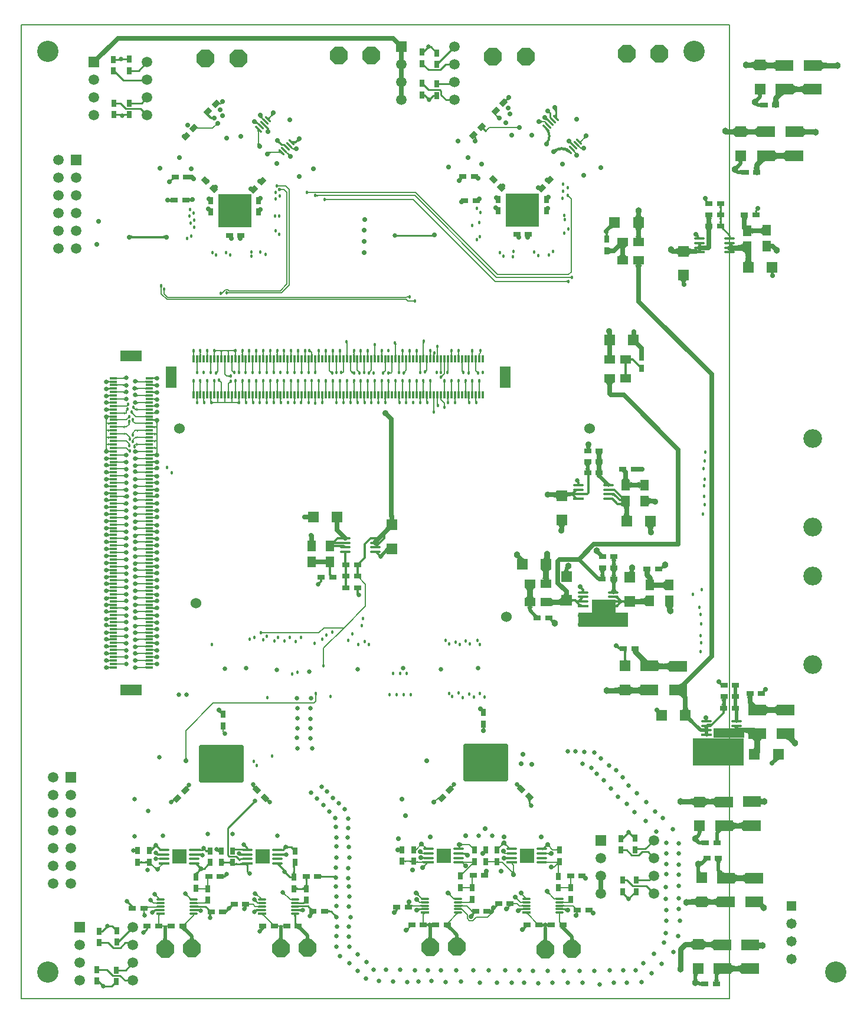
<source format=gbl>
G04 Layer_Physical_Order=6*
G04 Layer_Color=16711680*
%FSLAX23Y23*%
%MOIN*%
G70*
G01*
G75*
%ADD10C,0.015*%
%ADD13C,0.009*%
%ADD15R,0.040X0.030*%
G04:AMPARAMS|DCode=17|XSize=43mil|YSize=12mil|CornerRadius=3mil|HoleSize=0mil|Usage=FLASHONLY|Rotation=90.000|XOffset=0mil|YOffset=0mil|HoleType=Round|Shape=RoundedRectangle|*
%AMROUNDEDRECTD17*
21,1,0.043,0.006,0,0,90.0*
21,1,0.037,0.012,0,0,90.0*
1,1,0.006,0.003,0.019*
1,1,0.006,0.003,-0.019*
1,1,0.006,-0.003,-0.019*
1,1,0.006,-0.003,0.019*
%
%ADD17ROUNDEDRECTD17*%
%ADD18R,0.185X0.185*%
%ADD23R,0.030X0.040*%
G04:AMPARAMS|DCode=24|XSize=40mil|YSize=30mil|CornerRadius=0mil|HoleSize=0mil|Usage=FLASHONLY|Rotation=45.000|XOffset=0mil|YOffset=0mil|HoleType=Round|Shape=Rectangle|*
%AMROTATEDRECTD24*
4,1,4,-0.004,-0.025,-0.025,-0.004,0.004,0.025,0.025,0.004,-0.004,-0.025,0.0*
%
%ADD24ROTATEDRECTD24*%

G04:AMPARAMS|DCode=25|XSize=40mil|YSize=30mil|CornerRadius=0mil|HoleSize=0mil|Usage=FLASHONLY|Rotation=135.000|XOffset=0mil|YOffset=0mil|HoleType=Round|Shape=Rectangle|*
%AMROTATEDRECTD25*
4,1,4,0.025,-0.004,0.004,-0.025,-0.025,0.004,-0.004,0.025,0.025,-0.004,0.0*
%
%ADD25ROTATEDRECTD25*%

%ADD28R,0.060X0.060*%
%ADD31R,0.043X0.012*%
G04:AMPARAMS|DCode=32|XSize=43mil|YSize=12mil|CornerRadius=3mil|HoleSize=0mil|Usage=FLASHONLY|Rotation=0.000|XOffset=0mil|YOffset=0mil|HoleType=Round|Shape=RoundedRectangle|*
%AMROUNDEDRECTD32*
21,1,0.043,0.006,0,0,0.0*
21,1,0.037,0.012,0,0,0.0*
1,1,0.006,0.019,-0.003*
1,1,0.006,-0.019,-0.003*
1,1,0.006,-0.019,0.003*
1,1,0.006,0.019,0.003*
%
%ADD32ROUNDEDRECTD32*%
%ADD33R,0.122X0.063*%
%ADD34R,0.012X0.043*%
%ADD35R,0.063X0.122*%
%ADD38C,0.006*%
%ADD39C,0.012*%
%ADD40C,0.008*%
%ADD41C,0.010*%
%ADD46R,0.285X0.080*%
%ADD47R,0.135X0.075*%
%ADD48R,0.059X0.059*%
%ADD49C,0.059*%
%ADD50R,0.059X0.059*%
%ADD51P,0.108X8X22.5*%
%ADD52C,0.058*%
%ADD53R,0.058X0.058*%
G04:AMPARAMS|DCode=54|XSize=213mil|YSize=254mil|CornerRadius=11mil|HoleSize=0mil|Usage=FLASHONLY|Rotation=90.000|XOffset=0mil|YOffset=0mil|HoleType=Round|Shape=RoundedRectangle|*
%AMROUNDEDRECTD54*
21,1,0.213,0.233,0,0,90.0*
21,1,0.192,0.254,0,0,90.0*
1,1,0.021,0.116,0.096*
1,1,0.021,0.116,-0.096*
1,1,0.021,-0.116,-0.096*
1,1,0.021,-0.116,0.096*
%
%ADD54ROUNDEDRECTD54*%
%ADD55C,0.120*%
%ADD56C,0.060*%
%ADD57C,0.106*%
%ADD58C,0.018*%
%ADD59C,0.026*%
%ADD60C,0.028*%
%ADD61C,0.036*%
%ADD62C,0.038*%
%ADD63C,0.025*%
%ADD64C,0.020*%
%ADD86C,0.014*%
%ADD87C,0.010*%
%ADD88C,0.009*%
%ADD89R,0.081X0.081*%
%ADD90O,0.047X0.012*%
%ADD91R,0.047X0.012*%
%ADD92O,0.060X0.015*%
%ADD93R,0.060X0.015*%
G04:AMPARAMS|DCode=94|XSize=47mil|YSize=12mil|CornerRadius=0mil|HoleSize=0mil|Usage=FLASHONLY|Rotation=315.000|XOffset=0mil|YOffset=0mil|HoleType=Round|Shape=Round|*
%AMOVALD94*
21,1,0.035,0.012,0.000,0.000,315.0*
1,1,0.012,-0.013,0.013*
1,1,0.012,0.013,-0.013*
%
%ADD94OVALD94*%

G04:AMPARAMS|DCode=95|XSize=47mil|YSize=12mil|CornerRadius=0mil|HoleSize=0mil|Usage=FLASHONLY|Rotation=315.000|XOffset=0mil|YOffset=0mil|HoleType=Round|Shape=Rectangle|*
%AMROTATEDRECTD95*
4,1,4,-0.021,0.013,-0.013,0.021,0.021,-0.013,0.013,-0.021,-0.021,0.013,0.0*
%
%ADD95ROTATEDRECTD95*%

%ADD96R,0.100X0.060*%
%ADD97R,0.050X0.060*%
%ADD98R,0.060X0.060*%
%ADD99R,0.060X0.050*%
%ADD100C,0.030*%
%ADD101C,0.028*%
%ADD102C,0.030*%
%ADD103R,0.172X0.057*%
%ADD104R,0.171X0.155*%
%ADD105R,0.119X0.155*%
G36*
X4142Y5244D02*
X4142Y5247D01*
X4141Y5249D01*
X4139Y5252D01*
X4137Y5254D01*
X4135Y5255D01*
X4131Y5257D01*
X4127Y5258D01*
X4123Y5258D01*
X4118Y5259D01*
X4112Y5259D01*
Y5289D01*
X4118Y5289D01*
X4123Y5290D01*
X4127Y5290D01*
X4131Y5291D01*
X4135Y5293D01*
X4137Y5294D01*
X4139Y5296D01*
X4141Y5299D01*
X4142Y5301D01*
X4142Y5304D01*
Y5244D01*
D02*
G37*
G36*
X4202Y5300D02*
X4203Y5298D01*
X4205Y5295D01*
X4207Y5293D01*
X4209Y5292D01*
X4213Y5290D01*
X4217Y5289D01*
X4221Y5289D01*
X4226Y5288D01*
X4232Y5288D01*
X4237Y5288D01*
X4242Y5289D01*
X4246Y5289D01*
X4250Y5290D01*
X4254Y5292D01*
X4256Y5293D01*
X4258Y5295D01*
X4260Y5298D01*
X4261Y5300D01*
X4261Y5303D01*
Y5243D01*
X4261Y5246D01*
X4260Y5248D01*
X4258Y5251D01*
X4256Y5253D01*
X4254Y5254D01*
X4250Y5256D01*
X4246Y5257D01*
X4242Y5257D01*
X4237Y5258D01*
X4231Y5258D01*
X4226Y5258D01*
X4221Y5257D01*
X4217Y5257D01*
X4213Y5256D01*
X4209Y5255D01*
X4207Y5253D01*
X4205Y5251D01*
X4203Y5249D01*
X4202Y5247D01*
X4202Y5244D01*
Y5303D01*
X4202Y5300D01*
D02*
G37*
G36*
X4519Y5299D02*
X4520Y5297D01*
X4522Y5294D01*
X4524Y5292D01*
X4526Y5291D01*
X4530Y5289D01*
X4534Y5288D01*
X4538Y5288D01*
X4543Y5287D01*
X4549Y5287D01*
Y5257D01*
X4543Y5257D01*
X4538Y5256D01*
X4534Y5256D01*
X4530Y5255D01*
X4526Y5253D01*
X4524Y5252D01*
X4522Y5250D01*
X4520Y5247D01*
X4519Y5245D01*
X4519Y5242D01*
Y5302D01*
X4519Y5299D01*
D02*
G37*
G36*
X4321Y5108D02*
X4318Y5109D01*
X4315Y5109D01*
X4312Y5108D01*
X4308Y5107D01*
X4304Y5105D01*
X4300Y5103D01*
X4296Y5100D01*
X4291Y5096D01*
X4281Y5087D01*
X4250Y5099D01*
X4255Y5103D01*
X4262Y5112D01*
X4264Y5115D01*
X4266Y5119D01*
X4266Y5121D01*
X4266Y5124D01*
X4265Y5126D01*
X4264Y5127D01*
X4261Y5128D01*
X4321Y5108D01*
D02*
G37*
G36*
X4361Y5165D02*
X4362Y5163D01*
X4364Y5160D01*
X4366Y5158D01*
X4368Y5157D01*
X4372Y5155D01*
X4376Y5154D01*
X4380Y5154D01*
X4385Y5153D01*
X4390Y5153D01*
X4395Y5153D01*
X4400Y5154D01*
X4404Y5154D01*
X4408Y5155D01*
X4412Y5156D01*
X4414Y5158D01*
X4416Y5160D01*
X4418Y5162D01*
X4419Y5164D01*
X4419Y5167D01*
Y5108D01*
X4419Y5111D01*
X4418Y5113D01*
X4416Y5116D01*
X4414Y5118D01*
X4412Y5119D01*
X4408Y5121D01*
X4404Y5122D01*
X4400Y5122D01*
X4395Y5123D01*
X4390Y5123D01*
X4385Y5123D01*
X4380Y5122D01*
X4376Y5122D01*
X4372Y5121D01*
X4368Y5119D01*
X4366Y5118D01*
X4364Y5116D01*
X4362Y5113D01*
X4361Y5111D01*
X4361Y5108D01*
Y5168D01*
X4361Y5165D01*
D02*
G37*
G36*
X4185Y5109D02*
X4185Y5109D01*
X4184Y5108D01*
X4183Y5107D01*
X4183Y5106D01*
X4183Y5104D01*
X4182Y5102D01*
X4182Y5100D01*
X4182Y5095D01*
X4162D01*
X4162Y5098D01*
X4162Y5102D01*
X4161Y5104D01*
X4161Y5106D01*
X4161Y5107D01*
X4160Y5108D01*
X4159Y5109D01*
X4159Y5109D01*
X4158Y5109D01*
X4186D01*
X4185Y5109D01*
D02*
G37*
G36*
X2752Y5076D02*
X2750Y5076D01*
X2747Y5076D01*
X2745Y5075D01*
X2744Y5075D01*
X2742Y5075D01*
X2742Y5074D01*
X2742Y5074D01*
X2742Y5073D01*
X2742Y5073D01*
X2742Y5072D01*
X2742Y5072D01*
X2740Y5074D01*
X2740Y5074D01*
X2739Y5073D01*
X2739Y5072D01*
X2734Y5077D01*
X2735Y5077D01*
X2736Y5078D01*
X2736Y5078D01*
X2734Y5080D01*
X2734Y5080D01*
X2735Y5080D01*
X2735Y5080D01*
X2736Y5080D01*
X2736Y5080D01*
X2737Y5080D01*
X2737Y5082D01*
X2737Y5083D01*
X2738Y5085D01*
X2738Y5086D01*
X2738Y5090D01*
X2752Y5076D01*
D02*
G37*
G36*
X4170Y5078D02*
X4168Y5077D01*
X4166Y5074D01*
X4165Y5073D01*
X4164Y5072D01*
X4163Y5070D01*
X4163Y5069D01*
X4162Y5068D01*
X4162Y5067D01*
X4162Y5066D01*
X4143Y5085D01*
X4144Y5085D01*
X4145Y5085D01*
X4146Y5086D01*
X4147Y5086D01*
X4149Y5087D01*
X4150Y5088D01*
X4151Y5089D01*
X4154Y5091D01*
X4155Y5093D01*
X4170Y5078D01*
D02*
G37*
G36*
X4276Y5083D02*
X4277Y5072D01*
X4277Y5069D01*
X4278Y5067D01*
X4278Y5065D01*
X4279Y5064D01*
X4280Y5063D01*
X4281Y5063D01*
X4241D01*
X4242Y5063D01*
X4243Y5064D01*
X4244Y5065D01*
X4244Y5067D01*
X4245Y5069D01*
X4245Y5072D01*
X4246Y5075D01*
X4246Y5083D01*
X4246Y5088D01*
X4276D01*
X4276Y5083D01*
D02*
G37*
G36*
X1125Y5052D02*
X1117Y5052D01*
X1125Y5060D01*
X1125Y5060D01*
X1125Y5060D01*
X1125Y5060D01*
X1125Y5060D01*
X1125Y5060D01*
X1125Y5060D01*
X1125Y5060D01*
X1125Y5060D01*
X1125Y5060D01*
X1125Y5060D01*
Y5052D01*
D02*
G37*
G36*
X4176Y5033D02*
X4176Y5034D01*
X4176Y5035D01*
X4175Y5036D01*
X4174Y5036D01*
X4172Y5037D01*
X4171Y5037D01*
X4169Y5038D01*
X4166Y5038D01*
X4161Y5038D01*
Y5058D01*
X4164Y5058D01*
X4169Y5058D01*
X4171Y5059D01*
X4172Y5059D01*
X4174Y5060D01*
X4175Y5060D01*
X4176Y5061D01*
X4176Y5062D01*
X4176Y5063D01*
Y5033D01*
D02*
G37*
G36*
X3025Y5027D02*
X3024Y5024D01*
X3024Y5023D01*
X3023Y5021D01*
X3023Y5020D01*
X3023Y5017D01*
X3023Y5016D01*
X3013Y5012D01*
X3013Y5013D01*
X3013Y5014D01*
X3012Y5015D01*
X3012Y5017D01*
X3012Y5018D01*
X3011Y5018D01*
X3010Y5019D01*
X3009Y5020D01*
X3008Y5021D01*
X3007Y5021D01*
X3026Y5028D01*
X3025Y5027D01*
D02*
G37*
G36*
X1057Y5007D02*
X1058Y4998D01*
X1058Y4998D01*
X1058Y4997D01*
X1059Y4997D01*
X1050D01*
X1050Y4997D01*
X1050Y4998D01*
X1051Y4998D01*
X1051Y4999D01*
X1051Y5002D01*
X1051Y5005D01*
X1051Y5010D01*
X1057D01*
X1057Y5007D01*
D02*
G37*
G36*
X3023Y4988D02*
X3023Y4986D01*
X3023Y4984D01*
X3023Y4983D01*
X3024Y4981D01*
X3024Y4979D01*
X3025Y4978D01*
X3025Y4977D01*
X3026Y4975D01*
X3027Y4974D01*
X3028Y4973D01*
X3008Y4993D01*
X3009Y4992D01*
X3010Y4991D01*
X3010Y4991D01*
X3011Y4991D01*
X3012Y4992D01*
X3012Y4992D01*
X3012Y4993D01*
X3013Y4995D01*
X3013Y4996D01*
X3013Y4998D01*
X3023Y4988D01*
D02*
G37*
G36*
X1429Y4993D02*
X1427Y4992D01*
X1422Y4990D01*
X1421Y4989D01*
X1419Y4988D01*
X1418Y4987D01*
X1417Y4986D01*
X1409Y4989D01*
X1409Y4990D01*
X1410Y4991D01*
X1411Y4992D01*
X1411Y4993D01*
X1411Y4994D01*
X1411Y4995D01*
X1411Y4996D01*
X1411Y4998D01*
X1411Y4999D01*
X1410Y5000D01*
X1429Y4993D01*
D02*
G37*
G36*
X1064Y4998D02*
X1063Y4997D01*
X1063Y4996D01*
X1063Y4995D01*
X1063Y4994D01*
X1064Y4993D01*
X1065Y4991D01*
X1066Y4990D01*
X1067Y4988D01*
X1069Y4986D01*
X1060Y4978D01*
X1059Y4980D01*
X1053Y4985D01*
X1052Y4985D01*
X1051Y4985D01*
X1051Y4986D01*
X1051Y4985D01*
X1064Y4999D01*
X1064Y4998D01*
D02*
G37*
G36*
X1407Y4976D02*
X1406Y4975D01*
X1405Y4974D01*
X1404Y4973D01*
X1404Y4972D01*
X1403Y4971D01*
X1403Y4970D01*
X1403Y4969D01*
X1403Y4969D01*
X1403Y4968D01*
X1404Y4967D01*
X1393Y4979D01*
X1393Y4978D01*
X1394Y4978D01*
X1395Y4978D01*
X1395Y4978D01*
X1396Y4978D01*
X1397Y4978D01*
X1398Y4979D01*
X1399Y4980D01*
X1400Y4980D01*
X1401Y4982D01*
X1407Y4976D01*
D02*
G37*
G36*
X2686Y4990D02*
X2687Y4989D01*
X2688Y4989D01*
X2689Y4988D01*
X2691Y4988D01*
X2692Y4987D01*
X2693Y4987D01*
X2695Y4987D01*
X2697Y4987D01*
X2698Y4987D01*
X2686Y4972D01*
X2686Y4974D01*
X2685Y4978D01*
X2685Y4979D01*
X2684Y4981D01*
X2684Y4982D01*
X2683Y4983D01*
X2683Y4984D01*
X2682Y4985D01*
X2681Y4986D01*
X2685Y4990D01*
X2686Y4990D01*
D02*
G37*
G36*
X1364Y4984D02*
X1364Y4983D01*
X1364Y4981D01*
X1364Y4980D01*
X1364Y4979D01*
X1364Y4978D01*
X1364Y4977D01*
X1365Y4976D01*
X1365Y4976D01*
X1366Y4975D01*
X1367Y4974D01*
X1368Y4973D01*
X1369Y4973D01*
X1369Y4973D01*
X1370Y4973D01*
X1362Y4965D01*
X1362Y4966D01*
X1362Y4966D01*
X1361Y4967D01*
X1361Y4968D01*
X1360Y4968D01*
X1359Y4970D01*
X1358Y4971D01*
X1357Y4972D01*
X1356Y4972D01*
X1355Y4973D01*
X1353Y4974D01*
X1351Y4975D01*
X1347Y4977D01*
X1364Y4985D01*
X1364Y4984D01*
D02*
G37*
G36*
X2971Y4977D02*
X2972Y4976D01*
X2972Y4974D01*
X2972Y4973D01*
X2973Y4972D01*
X2973Y4971D01*
X2974Y4970D01*
X2975Y4968D01*
X2978Y4966D01*
X2979Y4965D01*
X2979Y4965D01*
X2980Y4965D01*
X2972Y4957D01*
X2972Y4957D01*
X2971Y4958D01*
X2971Y4959D01*
X2971Y4959D01*
X2969Y4961D01*
X2969Y4961D01*
X2968Y4961D01*
X2967Y4962D01*
X2966Y4962D01*
X2965Y4963D01*
X2963Y4963D01*
X2962Y4963D01*
X2961Y4963D01*
X2959Y4963D01*
X2971Y4979D01*
X2971Y4977D01*
D02*
G37*
G36*
X2936Y4962D02*
X2937Y4961D01*
X2938Y4960D01*
X2940Y4959D01*
X2941Y4958D01*
X2942Y4958D01*
X2943Y4957D01*
X2944Y4957D01*
X2945Y4957D01*
X2946Y4957D01*
X2946Y4951D01*
X2945Y4950D01*
X2944Y4950D01*
X2942Y4950D01*
X2941Y4950D01*
X2940Y4949D01*
X2939Y4948D01*
X2937Y4947D01*
X2934Y4945D01*
X2933Y4944D01*
X2935Y4964D01*
X2936Y4962D01*
D02*
G37*
G36*
X2958Y4955D02*
X2960Y4953D01*
X2961Y4953D01*
X2962Y4952D01*
X2962Y4952D01*
X2963Y4952D01*
X2964Y4951D01*
X2965Y4951D01*
X2966Y4951D01*
X2958Y4943D01*
X2958Y4944D01*
X2957Y4945D01*
X2957Y4946D01*
X2957Y4947D01*
X2956Y4947D01*
X2956Y4948D01*
X2955Y4949D01*
X2955Y4950D01*
X2954Y4950D01*
X2954Y4951D01*
X2958Y4955D01*
X2958Y4955D01*
D02*
G37*
G36*
X1331Y4958D02*
X1333Y4953D01*
X1334Y4951D01*
X1336Y4949D01*
X1336Y4949D01*
X1339Y4947D01*
X1339Y4946D01*
X1340Y4946D01*
X1341Y4945D01*
X1341Y4945D01*
X1342Y4945D01*
X1334Y4937D01*
X1334Y4938D01*
X1334Y4938D01*
X1333Y4939D01*
X1333Y4940D01*
X1332Y4940D01*
X1332Y4941D01*
X1331Y4942D01*
X1330Y4942D01*
X1329Y4942D01*
X1328Y4942D01*
X1327Y4942D01*
X1325Y4942D01*
X1324Y4942D01*
X1323Y4941D01*
X1330Y4960D01*
X1331Y4958D01*
D02*
G37*
G36*
X2615Y4921D02*
X2615Y4920D01*
X2614Y4919D01*
X2614Y4918D01*
X2615Y4917D01*
X2615Y4916D01*
X2616Y4915D01*
X2617Y4914D01*
X2618Y4912D01*
X2619Y4911D01*
X2612Y4904D01*
X2611Y4905D01*
X2609Y4906D01*
X2608Y4907D01*
X2607Y4908D01*
X2606Y4908D01*
X2605Y4909D01*
X2604Y4909D01*
X2603Y4908D01*
X2602Y4908D01*
X2601Y4907D01*
X2616Y4922D01*
X2615Y4921D01*
D02*
G37*
G36*
X1346Y4897D02*
X1345Y4897D01*
X1345Y4898D01*
X1344Y4898D01*
X1344Y4898D01*
X1343Y4898D01*
X1343Y4897D01*
X1343Y4897D01*
X1342Y4896D01*
X1342Y4894D01*
X1342Y4893D01*
X1334Y4901D01*
X1334Y4902D01*
X1334Y4904D01*
X1334Y4905D01*
X1334Y4907D01*
X1333Y4908D01*
X1333Y4909D01*
X1332Y4910D01*
X1332Y4911D01*
X1331Y4912D01*
X1330Y4913D01*
X1346Y4897D01*
D02*
G37*
G36*
X2983Y4906D02*
X2982Y4906D01*
X2982Y4905D01*
X2982Y4904D01*
X2982Y4903D01*
X2982Y4902D01*
X2982Y4901D01*
X2983Y4899D01*
X2984Y4895D01*
X2985Y4893D01*
X2974Y4887D01*
X2972Y4892D01*
X2967Y4904D01*
X2965Y4907D01*
X2964Y4910D01*
X2962Y4912D01*
X2960Y4914D01*
X2959Y4915D01*
X2957Y4916D01*
X2983Y4906D01*
D02*
G37*
G36*
X4415Y4924D02*
X4416Y4922D01*
X4418Y4919D01*
X4420Y4917D01*
X4422Y4916D01*
X4426Y4914D01*
X4430Y4913D01*
X4434Y4913D01*
X4439Y4912D01*
X4445Y4912D01*
Y4882D01*
X4439Y4882D01*
X4434Y4881D01*
X4430Y4881D01*
X4426Y4880D01*
X4422Y4878D01*
X4420Y4877D01*
X4418Y4875D01*
X4416Y4872D01*
X4415Y4870D01*
X4415Y4867D01*
Y4927D01*
X4415Y4924D01*
D02*
G37*
G36*
X4155Y4867D02*
X4155Y4870D01*
X4154Y4872D01*
X4152Y4875D01*
X4150Y4877D01*
X4148Y4878D01*
X4144Y4880D01*
X4140Y4881D01*
X4136Y4881D01*
X4131Y4882D01*
X4125Y4882D01*
Y4912D01*
X4131Y4912D01*
X4136Y4913D01*
X4140Y4913D01*
X4144Y4914D01*
X4148Y4916D01*
X4150Y4917D01*
X4152Y4919D01*
X4154Y4922D01*
X4155Y4924D01*
X4155Y4927D01*
Y4867D01*
D02*
G37*
G36*
X4092Y4924D02*
X4093Y4922D01*
X4095Y4919D01*
X4097Y4917D01*
X4099Y4916D01*
X4103Y4914D01*
X4107Y4913D01*
X4111Y4913D01*
X4116Y4912D01*
X4122Y4912D01*
Y4882D01*
X4116Y4882D01*
X4111Y4881D01*
X4107Y4881D01*
X4103Y4880D01*
X4099Y4878D01*
X4097Y4877D01*
X4095Y4875D01*
X4093Y4872D01*
X4092Y4870D01*
X4092Y4867D01*
Y4927D01*
X4092Y4924D01*
D02*
G37*
G36*
X4032Y4867D02*
X4032Y4870D01*
X4031Y4872D01*
X4029Y4875D01*
X4027Y4877D01*
X4025Y4878D01*
X4021Y4880D01*
X4017Y4881D01*
X4013Y4881D01*
X4008Y4882D01*
X4002Y4882D01*
Y4912D01*
X4008Y4912D01*
X4013Y4913D01*
X4017Y4913D01*
X4021Y4914D01*
X4025Y4916D01*
X4027Y4917D01*
X4029Y4919D01*
X4031Y4922D01*
X4032Y4924D01*
X4032Y4927D01*
Y4867D01*
D02*
G37*
G36*
X3191Y4860D02*
X3189Y4860D01*
X3186Y4860D01*
X3184Y4859D01*
X3183Y4859D01*
X3181Y4859D01*
X3180Y4858D01*
X3179Y4858D01*
X3178Y4857D01*
X3178Y4856D01*
X3173Y4861D01*
X3174Y4861D01*
X3175Y4862D01*
X3175Y4863D01*
X3176Y4864D01*
X3176Y4866D01*
X3176Y4867D01*
X3177Y4869D01*
X3177Y4870D01*
X3177Y4874D01*
X3191Y4860D01*
D02*
G37*
G36*
X2569Y4864D02*
X2569Y4863D01*
X2570Y4862D01*
X2570Y4861D01*
X2570Y4859D01*
X2571Y4858D01*
X2572Y4857D01*
X2572Y4856D01*
X2573Y4855D01*
X2574Y4854D01*
X2554D01*
X2555Y4855D01*
X2556Y4856D01*
X2557Y4857D01*
X2558Y4858D01*
X2558Y4859D01*
X2558Y4861D01*
X2559Y4862D01*
X2559Y4863D01*
X2559Y4864D01*
X2559Y4866D01*
X2569D01*
X2569Y4864D01*
D02*
G37*
G36*
X1569Y4843D02*
X1568Y4843D01*
X1567Y4843D01*
X1566Y4843D01*
X1565Y4842D01*
X1564Y4842D01*
X1563Y4841D01*
X1561Y4841D01*
X1560Y4840D01*
X1559Y4839D01*
X1558Y4838D01*
X1550Y4846D01*
X1551Y4847D01*
X1552Y4848D01*
X1553Y4849D01*
X1553Y4851D01*
X1554Y4852D01*
X1554Y4853D01*
X1555Y4854D01*
X1555Y4855D01*
X1555Y4856D01*
X1555Y4857D01*
X1569Y4843D01*
D02*
G37*
G36*
X2981Y4844D02*
X2981Y4843D01*
X2980Y4840D01*
X2980Y4839D01*
X2979Y4838D01*
X2979Y4836D01*
X2979Y4835D01*
X2979Y4834D01*
X2979Y4833D01*
X2979Y4832D01*
X2963Y4842D01*
X2964Y4843D01*
X2965Y4843D01*
X2966Y4844D01*
X2967Y4844D01*
X2968Y4845D01*
X2968Y4846D01*
X2969Y4847D01*
X2970Y4848D01*
X2970Y4849D01*
X2971Y4850D01*
X2981Y4844D01*
D02*
G37*
G36*
X1460Y4846D02*
X1460Y4845D01*
X1460Y4844D01*
X1461Y4842D01*
X1461Y4841D01*
X1462Y4840D01*
X1462Y4839D01*
X1463Y4838D01*
X1464Y4837D01*
X1464Y4836D01*
X1458Y4830D01*
X1457Y4830D01*
X1456Y4831D01*
X1455Y4832D01*
X1454Y4832D01*
X1453Y4833D01*
X1452Y4833D01*
X1450Y4834D01*
X1449Y4834D01*
X1448Y4834D01*
X1446Y4834D01*
X1460Y4848D01*
X1460Y4846D01*
D02*
G37*
G36*
X3106Y4845D02*
X3106Y4843D01*
X3107Y4842D01*
X3107Y4841D01*
X3107Y4839D01*
X3108Y4838D01*
X3108Y4837D01*
X3109Y4836D01*
X3110Y4835D01*
X3111Y4834D01*
X3111Y4834D01*
X3111Y4834D01*
X3112Y4833D01*
X3104Y4825D01*
X3104Y4826D01*
X3104Y4827D01*
X3103Y4827D01*
X3103Y4828D01*
X3102Y4829D01*
X3102Y4830D01*
X3102Y4830D01*
X3101Y4830D01*
X3100Y4831D01*
X3099Y4831D01*
X3098Y4832D01*
X3097Y4832D01*
X3095Y4832D01*
X3094Y4832D01*
X3092Y4832D01*
X3106Y4846D01*
X3106Y4845D01*
D02*
G37*
G36*
X1524Y4847D02*
X1525Y4846D01*
X1527Y4846D01*
X1528Y4845D01*
X1530Y4844D01*
X1532Y4844D01*
X1534Y4843D01*
X1536Y4843D01*
X1538Y4843D01*
X1541Y4843D01*
X1549Y4831D01*
X1547Y4831D01*
X1545Y4830D01*
X1544Y4830D01*
X1543Y4830D01*
X1543Y4829D01*
X1543Y4828D01*
X1543Y4828D01*
X1543Y4827D01*
X1544Y4826D01*
X1545Y4825D01*
X1523Y4849D01*
X1524Y4847D01*
D02*
G37*
G36*
X1342Y4837D02*
X1342Y4836D01*
X1343Y4834D01*
X1343Y4833D01*
X1344Y4833D01*
X1345Y4832D01*
X1345Y4831D01*
X1346Y4830D01*
X1348Y4830D01*
X1349Y4829D01*
X1332Y4821D01*
X1332Y4822D01*
X1334Y4827D01*
X1334Y4829D01*
X1334Y4831D01*
X1334Y4832D01*
X1334Y4833D01*
X1342Y4838D01*
X1342Y4837D01*
D02*
G37*
G36*
X3154Y4817D02*
X3154Y4817D01*
X3155Y4816D01*
X3155Y4815D01*
X3156Y4814D01*
X3156Y4813D01*
X3156Y4813D01*
X3157Y4812D01*
X3158Y4811D01*
X3158Y4810D01*
X3154Y4806D01*
X3153Y4807D01*
X3152Y4808D01*
X3151Y4809D01*
X3150Y4809D01*
X3150Y4809D01*
X3149Y4810D01*
X3148Y4810D01*
X3147Y4810D01*
X3146Y4811D01*
X3154Y4818D01*
X3154Y4817D01*
D02*
G37*
G36*
X3163Y4802D02*
X3163Y4802D01*
X3162Y4802D01*
X3162Y4802D01*
X3162Y4803D01*
X3161Y4803D01*
X3161Y4803D01*
X3160Y4803D01*
X3160Y4803D01*
X3159Y4803D01*
Y4809D01*
X3159Y4809D01*
X3160Y4809D01*
X3161Y4809D01*
X3161Y4809D01*
X3162Y4809D01*
X3162Y4810D01*
X3162Y4810D01*
X3163Y4810D01*
X3163Y4810D01*
Y4802D01*
D02*
G37*
G36*
X3027Y4789D02*
X3026Y4789D01*
X3024Y4787D01*
X3023Y4786D01*
X3022Y4786D01*
X3021Y4785D01*
X3021Y4784D01*
X3020Y4783D01*
X3020Y4783D01*
X3020Y4782D01*
X3009Y4799D01*
X3010Y4799D01*
X3010Y4799D01*
X3011Y4799D01*
X3012Y4799D01*
X3013Y4799D01*
X3014Y4800D01*
X3016Y4801D01*
X3019Y4802D01*
X3027Y4789D01*
D02*
G37*
G36*
X1530Y4812D02*
X1531Y4811D01*
X1531Y4810D01*
X1531Y4810D01*
X1532Y4809D01*
X1533Y4807D01*
X1535Y4805D01*
X1536Y4805D01*
X1536Y4805D01*
X1537Y4805D01*
X1538Y4805D01*
X1539Y4805D01*
X1540Y4806D01*
X1540Y4806D01*
X1541Y4807D01*
X1541Y4807D01*
X1542Y4808D01*
Y4794D01*
X1541Y4794D01*
X1541Y4795D01*
X1540Y4795D01*
X1540Y4796D01*
X1539Y4796D01*
X1538Y4796D01*
X1537Y4796D01*
X1536Y4797D01*
X1535Y4797D01*
X1534Y4797D01*
Y4802D01*
X1531Y4798D01*
X1530Y4800D01*
X1526Y4803D01*
X1525Y4803D01*
X1524Y4804D01*
X1524Y4804D01*
X1523Y4804D01*
X1522Y4805D01*
X1530Y4812D01*
X1530Y4812D01*
D02*
G37*
G36*
X3068Y4808D02*
X3081Y4805D01*
X3082Y4805D01*
X3096Y4776D01*
X3095Y4778D01*
X3094Y4780D01*
X3091Y4782D01*
X3088Y4784D01*
X3085Y4786D01*
X3081Y4787D01*
X3072Y4791D01*
X3061Y4795D01*
X3065Y4809D01*
X3068Y4808D01*
D02*
G37*
G36*
X1470Y4773D02*
X1469Y4774D01*
X1468Y4774D01*
X1467Y4775D01*
X1466Y4775D01*
X1465Y4776D01*
X1464Y4776D01*
X1463Y4776D01*
X1461Y4777D01*
X1460Y4777D01*
X1458Y4777D01*
X1450Y4785D01*
X1452Y4785D01*
X1453Y4785D01*
X1454Y4785D01*
X1455Y4785D01*
X1455Y4786D01*
X1456Y4786D01*
X1456Y4787D01*
X1455Y4787D01*
X1455Y4788D01*
X1454Y4789D01*
X1470Y4773D01*
D02*
G37*
G36*
X1393Y4785D02*
X1395Y4785D01*
X1398Y4785D01*
X1408Y4785D01*
X1411Y4777D01*
X1409Y4777D01*
X1408Y4777D01*
X1407Y4776D01*
X1406Y4776D01*
X1405Y4775D01*
X1404Y4775D01*
X1404Y4774D01*
X1403Y4773D01*
X1403Y4772D01*
X1403Y4771D01*
X1392Y4786D01*
X1393Y4785D01*
D02*
G37*
G36*
X3126Y4790D02*
X3127Y4789D01*
X3127Y4788D01*
X3127Y4787D01*
X3128Y4786D01*
X3128Y4786D01*
X3129Y4785D01*
X3129Y4784D01*
X3130Y4783D01*
X3130Y4783D01*
X3131Y4783D01*
X3131Y4782D01*
X3134Y4781D01*
X3137Y4779D01*
X3142Y4777D01*
X3124Y4770D01*
X3125Y4771D01*
X3125Y4773D01*
X3125Y4774D01*
X3126Y4775D01*
X3126Y4776D01*
X3125Y4777D01*
X3125Y4779D01*
X3125Y4780D01*
X3124Y4780D01*
X3124Y4780D01*
X3123Y4781D01*
X3123Y4781D01*
X3122Y4782D01*
X3121Y4782D01*
X3120Y4782D01*
X3119Y4783D01*
X3118Y4783D01*
X3126Y4790D01*
X3126Y4790D01*
D02*
G37*
G36*
X1503Y4784D02*
X1503Y4783D01*
X1503Y4782D01*
X1503Y4781D01*
X1504Y4780D01*
X1504Y4780D01*
X1505Y4779D01*
X1505Y4778D01*
X1506Y4777D01*
X1506Y4777D01*
X1507Y4776D01*
X1508Y4776D01*
X1509Y4775D01*
X1510Y4775D01*
X1511Y4774D01*
X1513Y4774D01*
X1514Y4773D01*
X1516Y4773D01*
X1520Y4773D01*
X1505Y4760D01*
X1505Y4762D01*
X1505Y4765D01*
X1505Y4766D01*
X1505Y4768D01*
X1504Y4769D01*
X1504Y4770D01*
X1503Y4771D01*
X1503Y4772D01*
X1502Y4773D01*
X1502Y4773D01*
X1500Y4774D01*
X1500Y4775D01*
X1499Y4775D01*
X1498Y4776D01*
X1497Y4776D01*
X1496Y4776D01*
X1496Y4777D01*
X1495Y4777D01*
X1502Y4784D01*
X1503Y4784D01*
D02*
G37*
G36*
X4218Y4732D02*
X4214Y4733D01*
X4211Y4733D01*
X4207Y4733D01*
X4203Y4731D01*
X4199Y4730D01*
X4195Y4727D01*
X4190Y4724D01*
X4185Y4720D01*
X4180Y4716D01*
X4175Y4711D01*
X4142Y4721D01*
X4148Y4726D01*
X4155Y4736D01*
X4158Y4740D01*
X4160Y4743D01*
X4161Y4746D01*
X4161Y4749D01*
X4160Y4751D01*
X4158Y4753D01*
X4155Y4755D01*
X4218Y4732D01*
D02*
G37*
G36*
X4315Y4732D02*
X4315Y4735D01*
X4314Y4737D01*
X4312Y4740D01*
X4310Y4742D01*
X4308Y4743D01*
X4304Y4745D01*
X4300Y4746D01*
X4296Y4746D01*
X4291Y4747D01*
X4285Y4747D01*
Y4777D01*
X4291Y4777D01*
X4296Y4778D01*
X4300Y4778D01*
X4304Y4779D01*
X4308Y4781D01*
X4310Y4782D01*
X4312Y4784D01*
X4314Y4787D01*
X4315Y4789D01*
X4315Y4792D01*
Y4732D01*
D02*
G37*
G36*
X4255Y4789D02*
X4256Y4787D01*
X4258Y4784D01*
X4260Y4782D01*
X4262Y4781D01*
X4266Y4779D01*
X4270Y4778D01*
X4274Y4778D01*
X4279Y4777D01*
X4285Y4777D01*
Y4747D01*
X4279Y4747D01*
X4274Y4746D01*
X4270Y4746D01*
X4266Y4745D01*
X4262Y4743D01*
X4260Y4742D01*
X4258Y4740D01*
X4256Y4737D01*
X4255Y4735D01*
X4255Y4732D01*
Y4792D01*
X4255Y4789D01*
D02*
G37*
G36*
X4076Y4732D02*
X4075Y4732D01*
X4075Y4731D01*
X4074Y4730D01*
X4073Y4728D01*
X4073Y4727D01*
X4072Y4725D01*
X4072Y4722D01*
X4072Y4717D01*
X4052D01*
X4052Y4720D01*
X4052Y4725D01*
X4051Y4727D01*
X4051Y4728D01*
X4050Y4730D01*
X4049Y4731D01*
X4049Y4732D01*
X4048Y4732D01*
X4047Y4732D01*
X4077D01*
X4076Y4732D01*
D02*
G37*
G36*
X4057Y4697D02*
X4055Y4696D01*
X4053Y4693D01*
X4052Y4692D01*
X4051Y4691D01*
X4050Y4689D01*
X4050Y4688D01*
X4049Y4687D01*
X4049Y4686D01*
X4049Y4685D01*
X4030Y4704D01*
X4031Y4704D01*
X4032Y4704D01*
X4033Y4705D01*
X4034Y4705D01*
X4036Y4706D01*
X4037Y4707D01*
X4038Y4708D01*
X4041Y4710D01*
X4042Y4712D01*
X4057Y4697D01*
D02*
G37*
G36*
X4168Y4705D02*
X4169Y4693D01*
X4169Y4690D01*
X4170Y4688D01*
X4170Y4686D01*
X4171Y4685D01*
X4172Y4684D01*
X4173Y4684D01*
X4133D01*
X4134Y4684D01*
X4135Y4685D01*
X4136Y4686D01*
X4136Y4688D01*
X4137Y4690D01*
X4137Y4693D01*
X4138Y4701D01*
X4138Y4710D01*
X4168D01*
X4168Y4705D01*
D02*
G37*
G36*
X4068Y4654D02*
X4068Y4655D01*
X4067Y4656D01*
X4066Y4657D01*
X4065Y4657D01*
X4063Y4658D01*
X4061Y4658D01*
X4058Y4659D01*
X4052Y4659D01*
X4048Y4659D01*
Y4679D01*
X4052Y4679D01*
X4061Y4680D01*
X4063Y4680D01*
X4065Y4681D01*
X4066Y4681D01*
X4067Y4682D01*
X4068Y4683D01*
X4068Y4684D01*
Y4654D01*
D02*
G37*
G36*
X858Y4625D02*
X858Y4626D01*
X857Y4626D01*
X856Y4626D01*
X855Y4626D01*
X854Y4625D01*
X853Y4625D01*
X852Y4624D01*
X852Y4624D01*
X851Y4623D01*
X851Y4621D01*
X851Y4620D01*
X850Y4619D01*
X850Y4617D01*
X850Y4616D01*
X850Y4614D01*
X836Y4628D01*
X838Y4628D01*
X839Y4628D01*
X841Y4628D01*
X842Y4629D01*
X843Y4629D01*
X845Y4629D01*
X846Y4630D01*
X847Y4631D01*
X847Y4631D01*
X848Y4633D01*
X849Y4634D01*
X849Y4635D01*
X849Y4636D01*
X849Y4637D01*
X849Y4637D01*
X849Y4638D01*
X858Y4625D01*
D02*
G37*
G36*
X2491Y4634D02*
X2490Y4634D01*
X2489Y4633D01*
X2489Y4632D01*
X2489Y4631D01*
X2492D01*
X2491Y4631D01*
X2490Y4631D01*
X2489Y4631D01*
X2488Y4630D01*
X2488Y4629D01*
X2488Y4628D01*
X2487Y4626D01*
X2487Y4625D01*
X2487Y4621D01*
X2481Y4627D01*
X2475D01*
X2475Y4628D01*
X2476Y4628D01*
X2476Y4629D01*
X2477Y4630D01*
X2477Y4630D01*
X2477Y4630D01*
X2476Y4631D01*
X2476Y4631D01*
X2475Y4631D01*
X2475Y4631D01*
X2477D01*
X2473Y4635D01*
X2475Y4635D01*
X2478Y4635D01*
X2480Y4636D01*
X2481Y4636D01*
X2483Y4636D01*
X2484Y4637D01*
X2485Y4637D01*
X2486Y4638D01*
X2486Y4639D01*
X2491Y4634D01*
D02*
G37*
G36*
X1449Y4597D02*
X1450Y4596D01*
X1450Y4596D01*
X1451Y4595D01*
X1452Y4595D01*
X1453Y4595D01*
X1453Y4594D01*
X1454Y4594D01*
X1455Y4594D01*
X1456Y4594D01*
Y4588D01*
X1455Y4588D01*
X1454Y4588D01*
X1453Y4588D01*
X1453Y4587D01*
X1452Y4587D01*
X1451Y4587D01*
X1450Y4586D01*
X1450Y4586D01*
X1449Y4585D01*
X1448Y4585D01*
Y4597D01*
X1449Y4597D01*
D02*
G37*
G36*
X1464Y4578D02*
X1465Y4577D01*
X1465Y4577D01*
X1466Y4576D01*
X1467Y4576D01*
X1468Y4576D01*
X1468Y4575D01*
X1469Y4575D01*
X1470Y4575D01*
X1471Y4575D01*
Y4569D01*
X1470Y4569D01*
X1469Y4569D01*
X1468Y4569D01*
X1468Y4568D01*
X1467Y4568D01*
X1466Y4568D01*
X1465Y4567D01*
X1465Y4567D01*
X1464Y4566D01*
X1463Y4566D01*
Y4578D01*
X1464Y4578D01*
D02*
G37*
G36*
X1620Y4561D02*
X1621Y4560D01*
X1621Y4560D01*
X1622Y4559D01*
X1623Y4559D01*
X1624Y4559D01*
X1624Y4558D01*
X1625Y4558D01*
X1626Y4558D01*
X1627Y4558D01*
Y4552D01*
X1626Y4552D01*
X1625Y4552D01*
X1624Y4552D01*
X1624Y4551D01*
X1623Y4551D01*
X1622Y4551D01*
X1621Y4550D01*
X1621Y4550D01*
X1620Y4549D01*
X1619Y4549D01*
Y4561D01*
X1620Y4561D01*
D02*
G37*
G36*
X1668Y4542D02*
X1669Y4542D01*
X1670Y4541D01*
X1670Y4541D01*
X1671Y4540D01*
X1672Y4540D01*
X1673Y4540D01*
X1674Y4540D01*
X1674Y4540D01*
X1675Y4540D01*
X1675Y4534D01*
X1674Y4533D01*
X1673Y4533D01*
X1672Y4533D01*
X1672Y4533D01*
X1671Y4533D01*
X1670Y4532D01*
X1669Y4532D01*
X1669Y4531D01*
X1668Y4531D01*
X1667Y4530D01*
X1668Y4543D01*
X1668Y4542D01*
D02*
G37*
G36*
X3094Y4538D02*
X3094Y4537D01*
X3094Y4536D01*
X3094Y4535D01*
X3095Y4535D01*
X3095Y4534D01*
X3095Y4533D01*
X3096Y4533D01*
X3096Y4532D01*
X3097Y4531D01*
X3093Y4527D01*
X3092Y4528D01*
X3091Y4528D01*
X3091Y4529D01*
X3090Y4529D01*
X3089Y4529D01*
X3089Y4530D01*
X3088Y4530D01*
X3087Y4530D01*
X3086Y4530D01*
X3085Y4530D01*
X3094Y4539D01*
X3094Y4538D01*
D02*
G37*
G36*
X1719Y4521D02*
X1720Y4520D01*
X1720Y4520D01*
X1721Y4519D01*
X1722Y4519D01*
X1723Y4519D01*
X1723Y4518D01*
X1724Y4518D01*
X1725Y4518D01*
X1726Y4518D01*
Y4512D01*
X1725Y4512D01*
X1724Y4512D01*
X1723Y4512D01*
X1723Y4511D01*
X1722Y4511D01*
X1721Y4511D01*
X1720Y4510D01*
X1720Y4510D01*
X1719Y4509D01*
X1718Y4509D01*
Y4521D01*
X1719Y4521D01*
D02*
G37*
G36*
X837Y4519D02*
X838Y4519D01*
X839Y4518D01*
X840Y4517D01*
X842Y4516D01*
X842Y4516D01*
X842Y4516D01*
X843Y4517D01*
X843Y4518D01*
X843Y4518D01*
X843Y4519D01*
Y4516D01*
X844Y4515D01*
X845Y4515D01*
X847Y4515D01*
X848Y4515D01*
X848Y4507D01*
X847Y4507D01*
X846Y4507D01*
X845Y4506D01*
X843Y4506D01*
X843Y4506D01*
Y4503D01*
X843Y4504D01*
X843Y4504D01*
X843Y4505D01*
X842Y4505D01*
X841Y4505D01*
X840Y4504D01*
X839Y4503D01*
X838Y4502D01*
X837Y4501D01*
X836Y4507D01*
X835Y4507D01*
Y4515D01*
X836Y4515D01*
X836Y4520D01*
X837Y4519D01*
D02*
G37*
G36*
X948Y4522D02*
X948Y4521D01*
X949Y4520D01*
X950Y4519D01*
X951Y4519D01*
X951Y4519D01*
X952Y4519D01*
X952Y4520D01*
X953Y4521D01*
X954Y4522D01*
X955Y4517D01*
X956Y4517D01*
X958Y4517D01*
X960Y4517D01*
Y4505D01*
X959Y4505D01*
X959Y4503D01*
X958Y4503D01*
X957Y4504D01*
X956Y4504D01*
X955Y4504D01*
X954Y4504D01*
X954Y4504D01*
X954Y4504D01*
X952Y4504D01*
X951Y4504D01*
X950Y4503D01*
X949Y4502D01*
X948Y4501D01*
X948Y4500D01*
X948Y4499D01*
Y4505D01*
X944Y4517D01*
X945Y4517D01*
X947Y4517D01*
X948Y4517D01*
Y4523D01*
X948Y4522D01*
D02*
G37*
G36*
X3873Y4513D02*
X3873Y4512D01*
X3873Y4511D01*
X3873Y4510D01*
X3873Y4509D01*
X3873Y4508D01*
X3874Y4507D01*
X3874Y4507D01*
X3875Y4506D01*
X3876Y4506D01*
X3876Y4505D01*
X3877Y4505D01*
X3878Y4505D01*
X3878Y4505D01*
X3876Y4504D01*
X3867Y4499D01*
X3865Y4500D01*
X3863Y4500D01*
X3864Y4500D01*
X3864Y4500D01*
X3864Y4501D01*
X3864Y4501D01*
X3863Y4502D01*
X3863Y4502D01*
X3862Y4503D01*
X3862Y4504D01*
X3861Y4505D01*
X3856Y4510D01*
X3874Y4513D01*
X3873Y4513D01*
D02*
G37*
G36*
X3957Y4475D02*
X3956Y4475D01*
X3955Y4474D01*
X3955Y4474D01*
X3954Y4473D01*
X3954Y4472D01*
X3953Y4470D01*
X3953Y4469D01*
X3953Y4467D01*
X3953Y4465D01*
X3943D01*
X3943Y4467D01*
X3943Y4469D01*
X3943Y4470D01*
X3942Y4472D01*
X3942Y4473D01*
X3941Y4474D01*
X3941Y4474D01*
X3940Y4475D01*
X3939Y4475D01*
X3938Y4475D01*
X3958D01*
X3957Y4475D01*
D02*
G37*
G36*
X4154Y4450D02*
X4154Y4448D01*
X4154Y4447D01*
X4155Y4446D01*
X4155Y4445D01*
X4156Y4445D01*
X4156Y4444D01*
X4157Y4444D01*
X4157Y4444D01*
X4141D01*
X4141Y4444D01*
X4142Y4444D01*
X4142Y4445D01*
X4143Y4445D01*
X4143Y4446D01*
X4144Y4447D01*
X4144Y4448D01*
X4144Y4449D01*
X4144Y4450D01*
X4144Y4452D01*
X4154D01*
X4154Y4450D01*
D02*
G37*
G36*
X3953Y4450D02*
X3953Y4448D01*
X3953Y4447D01*
X3954Y4445D01*
X3954Y4444D01*
X3955Y4443D01*
X3955Y4443D01*
X3956Y4442D01*
X3957Y4442D01*
X3958Y4442D01*
X3938D01*
X3939Y4442D01*
X3940Y4442D01*
X3941Y4443D01*
X3941Y4443D01*
X3942Y4444D01*
X3942Y4445D01*
X3943Y4447D01*
X3943Y4448D01*
X3943Y4450D01*
X3943Y4452D01*
X3953D01*
X3953Y4450D01*
D02*
G37*
G36*
X1234Y4445D02*
X1235Y4433D01*
X1236Y4430D01*
X1236Y4427D01*
X1237Y4425D01*
X1238Y4422D01*
X1239Y4421D01*
X1240Y4419D01*
X1236Y4415D01*
X1234Y4416D01*
X1233Y4417D01*
X1231Y4418D01*
X1228Y4419D01*
X1225Y4419D01*
X1222Y4420D01*
X1214Y4421D01*
X1210Y4421D01*
X1206Y4421D01*
X1234Y4450D01*
X1234Y4445D01*
D02*
G37*
G36*
X3478Y4440D02*
X3499D01*
X3499Y4439D01*
X3500Y4439D01*
X3499Y4438D01*
X3499Y4438D01*
X3499Y4437D01*
X3499Y4436D01*
X3499Y4434D01*
X3499Y4431D01*
X3500Y4427D01*
X3500Y4424D01*
X3502Y4421D01*
X3503Y4419D01*
X3505Y4417D01*
X3507Y4416D01*
X3509Y4415D01*
X3511Y4415D01*
X3461D01*
X3463Y4415D01*
X3466Y4416D01*
X3467Y4417D01*
X3469Y4419D01*
X3470Y4421D01*
X3471Y4424D01*
X3472Y4427D01*
X3473Y4431D01*
X3473Y4434D01*
X3473Y4440D01*
X3478Y4440D01*
D02*
G37*
G36*
X3957Y4412D02*
X3956Y4412D01*
X3955Y4411D01*
X3955Y4411D01*
X3954Y4410D01*
X3954Y4409D01*
X3953Y4407D01*
X3953Y4406D01*
X3953Y4404D01*
X3953Y4402D01*
X3943D01*
X3943Y4404D01*
X3943Y4406D01*
X3943Y4407D01*
X3942Y4409D01*
X3942Y4410D01*
X3941Y4411D01*
X3941Y4411D01*
X3940Y4412D01*
X3939Y4412D01*
X3938Y4412D01*
X3958D01*
X3957Y4412D01*
D02*
G37*
G36*
X4102Y4414D02*
X4101Y4413D01*
X4100Y4412D01*
X4099Y4410D01*
X4098Y4408D01*
X4098Y4405D01*
X4097Y4402D01*
X4097Y4398D01*
X4096Y4389D01*
X4071D01*
X4071Y4394D01*
X4071Y4402D01*
X4070Y4405D01*
X4070Y4408D01*
X4069Y4410D01*
X4068Y4412D01*
X4067Y4413D01*
X4066Y4414D01*
X4064Y4414D01*
X4104D01*
X4102Y4414D01*
D02*
G37*
G36*
X3953Y4388D02*
X3953Y4386D01*
X3953Y4385D01*
X3954Y4383D01*
X3954Y4382D01*
X3955Y4381D01*
X3955Y4381D01*
X3956Y4380D01*
X3957Y4380D01*
X3958Y4380D01*
X3938D01*
X3939Y4380D01*
X3940Y4380D01*
X3941Y4381D01*
X3941Y4381D01*
X3942Y4382D01*
X3942Y4383D01*
X3943Y4385D01*
X3943Y4386D01*
X3943Y4388D01*
X3943Y4390D01*
X3953D01*
X3953Y4388D01*
D02*
G37*
G36*
X3901Y4412D02*
X3900Y4411D01*
X3899Y4410D01*
X3898Y4408D01*
X3897Y4406D01*
X3897Y4403D01*
X3896Y4400D01*
X3896Y4397D01*
X3896Y4392D01*
X3897Y4389D01*
X3897Y4386D01*
X3898Y4384D01*
X3899Y4382D01*
X3900Y4381D01*
X3901Y4380D01*
X3903Y4380D01*
X3863D01*
X3865Y4380D01*
X3866Y4381D01*
X3867Y4382D01*
X3868Y4384D01*
X3869Y4386D01*
X3869Y4389D01*
X3870Y4392D01*
X3870Y4395D01*
X3870Y4400D01*
X3869Y4403D01*
X3869Y4406D01*
X3868Y4408D01*
X3867Y4410D01*
X3866Y4411D01*
X3865Y4412D01*
X3863Y4412D01*
X3903D01*
X3901Y4412D01*
D02*
G37*
G36*
X3349Y4355D02*
X3348Y4356D01*
X3346Y4357D01*
X3344Y4357D01*
X3342Y4356D01*
X3339Y4355D01*
X3336Y4353D01*
X3333Y4351D01*
X3329Y4348D01*
X3321Y4341D01*
X3307Y4355D01*
X3311Y4359D01*
X3317Y4367D01*
X3319Y4370D01*
X3321Y4373D01*
X3322Y4376D01*
X3323Y4378D01*
X3323Y4380D01*
X3322Y4382D01*
X3321Y4383D01*
X3349Y4355D01*
D02*
G37*
G36*
X3967Y4359D02*
X3967Y4358D01*
X3966Y4357D01*
X3967Y4356D01*
X3967Y4355D01*
X3968Y4353D01*
X3969Y4351D01*
X3971Y4349D01*
X3975Y4345D01*
X3963Y4343D01*
X3961Y4345D01*
X3958Y4348D01*
X3956Y4349D01*
X3955Y4350D01*
X3953Y4350D01*
X3952Y4351D01*
X3951Y4351D01*
X3950Y4351D01*
X3949Y4350D01*
X3968Y4359D01*
X3967Y4359D01*
D02*
G37*
G36*
X3509Y4355D02*
X3507Y4354D01*
X3505Y4353D01*
X3503Y4351D01*
X3502Y4349D01*
X3500Y4346D01*
X3500Y4343D01*
X3499Y4339D01*
X3499Y4335D01*
X3499Y4330D01*
X3474D01*
X3473Y4335D01*
X3473Y4339D01*
X3472Y4343D01*
X3471Y4346D01*
X3470Y4349D01*
X3469Y4351D01*
X3467Y4353D01*
X3466Y4354D01*
X3463Y4355D01*
X3461Y4355D01*
X3511D01*
X3509Y4355D01*
D02*
G37*
G36*
X3901Y4350D02*
X3900Y4349D01*
X3899Y4348D01*
X3898Y4346D01*
X3897Y4344D01*
X3897Y4341D01*
X3896Y4338D01*
X3896Y4334D01*
X3895Y4325D01*
X3871D01*
X3870Y4330D01*
X3870Y4338D01*
X3869Y4341D01*
X3869Y4344D01*
X3868Y4346D01*
X3867Y4348D01*
X3866Y4349D01*
X3865Y4350D01*
X3863Y4350D01*
X3903D01*
X3901Y4350D01*
D02*
G37*
G36*
X4186Y4314D02*
X4186Y4316D01*
X4185Y4319D01*
X4184Y4320D01*
X4182Y4322D01*
X4180Y4323D01*
X4177Y4325D01*
X4174Y4325D01*
X4170Y4326D01*
X4166Y4326D01*
X4161Y4326D01*
Y4352D01*
X4166Y4352D01*
X4170Y4352D01*
X4174Y4353D01*
X4177Y4353D01*
X4180Y4355D01*
X4182Y4356D01*
X4184Y4358D01*
X4185Y4359D01*
X4186Y4362D01*
X4186Y4364D01*
Y4314D01*
D02*
G37*
G36*
X4125Y4362D02*
X4126Y4359D01*
X4127Y4358D01*
X4129Y4356D01*
X4131Y4355D01*
X4134Y4353D01*
X4137Y4353D01*
X4141Y4352D01*
X4145Y4352D01*
X4150Y4352D01*
Y4326D01*
X4145Y4326D01*
X4141Y4326D01*
X4137Y4325D01*
X4134Y4325D01*
X4131Y4323D01*
X4129Y4322D01*
X4127Y4320D01*
X4126Y4319D01*
X4125Y4316D01*
X4125Y4314D01*
Y4364D01*
X4125Y4362D01*
D02*
G37*
G36*
X3314Y4325D02*
X3314Y4324D01*
X3313Y4323D01*
X3312Y4322D01*
X3312Y4321D01*
X3312Y4320D01*
X3311Y4318D01*
X3311Y4317D01*
X3311Y4317D01*
X3311Y4316D01*
X3311Y4315D01*
X3312Y4313D01*
X3312Y4312D01*
X3313Y4311D01*
X3313Y4311D01*
X3314Y4310D01*
X3315Y4310D01*
X3316Y4310D01*
X3296D01*
X3297Y4310D01*
X3298Y4310D01*
X3299Y4311D01*
X3299Y4311D01*
X3300Y4312D01*
X3300Y4313D01*
X3301Y4315D01*
X3301Y4316D01*
X3301Y4317D01*
X3300Y4318D01*
X3300Y4319D01*
X3299Y4320D01*
X3298Y4321D01*
X3298Y4322D01*
X3297Y4323D01*
X3296Y4324D01*
X3315Y4327D01*
X3314Y4325D01*
D02*
G37*
G36*
X4006Y4309D02*
X4006Y4308D01*
X4006Y4306D01*
X4007Y4305D01*
X4007Y4304D01*
X4008Y4303D01*
X4008Y4302D01*
X4009Y4302D01*
X4010Y4301D01*
X4011Y4301D01*
X3991D01*
X3992Y4301D01*
X3993Y4302D01*
X3994Y4302D01*
X3994Y4303D01*
X3995Y4304D01*
X3995Y4305D01*
X3996Y4306D01*
X3996Y4308D01*
X3996Y4309D01*
X3996Y4311D01*
X4006D01*
X4006Y4309D01*
D02*
G37*
G36*
X3499Y4320D02*
X3499Y4316D01*
X3500Y4312D01*
X3500Y4309D01*
X3502Y4306D01*
X3503Y4304D01*
X3505Y4302D01*
X3507Y4301D01*
X3509Y4300D01*
X3511Y4300D01*
X3461D01*
X3463Y4300D01*
X3466Y4301D01*
X3467Y4302D01*
X3469Y4304D01*
X3470Y4306D01*
X3471Y4309D01*
X3472Y4312D01*
X3473Y4316D01*
X3473Y4320D01*
X3474Y4325D01*
X3499D01*
X3499Y4320D01*
D02*
G37*
G36*
X3825Y4313D02*
X3825Y4312D01*
X3825Y4311D01*
X3825Y4310D01*
X3825Y4309D01*
X3826Y4307D01*
X3826Y4306D01*
X3827Y4306D01*
X3828Y4305D01*
X3829Y4304D01*
X3831Y4303D01*
X3832Y4302D01*
X3833Y4302D01*
X3835Y4301D01*
X3836Y4301D01*
X3838Y4301D01*
X3826D01*
X3820Y4297D01*
X3819Y4298D01*
X3818Y4299D01*
X3817Y4300D01*
X3816Y4301D01*
X3815Y4301D01*
X3809D01*
X3811Y4301D01*
X3812Y4301D01*
X3812Y4302D01*
X3813Y4302D01*
X3811Y4303D01*
X3810Y4303D01*
X3809Y4303D01*
X3812Y4305D01*
X3812Y4306D01*
X3811Y4307D01*
X3809Y4308D01*
X3816D01*
X3825Y4315D01*
X3825Y4313D01*
D02*
G37*
G36*
X620Y4312D02*
X621Y4311D01*
X622Y4311D01*
X623Y4310D01*
X624Y4310D01*
X625Y4310D01*
X626Y4309D01*
X627Y4309D01*
X629Y4309D01*
X630Y4309D01*
Y4297D01*
X629Y4297D01*
X627Y4297D01*
X626Y4297D01*
X625Y4296D01*
X624Y4296D01*
X623Y4296D01*
X622Y4295D01*
X621Y4295D01*
X620Y4294D01*
X619Y4293D01*
Y4313D01*
X620Y4312D01*
D02*
G37*
G36*
X808Y4293D02*
X808Y4294D01*
X807Y4294D01*
X806Y4295D01*
X805Y4296D01*
X804Y4296D01*
X803Y4296D01*
X802Y4297D01*
X800Y4297D01*
X799Y4297D01*
X798Y4297D01*
X798Y4309D01*
X800Y4309D01*
X801Y4309D01*
X803Y4309D01*
X804Y4310D01*
X805Y4310D01*
X806Y4310D01*
X807Y4311D01*
X808Y4311D01*
X809Y4312D01*
X810Y4312D01*
X808Y4293D01*
D02*
G37*
G36*
X4017Y4260D02*
X4027Y4250D01*
X4027Y4250D01*
X4026Y4250D01*
X4002Y4250D01*
X4004Y4250D01*
X4005Y4250D01*
X4006Y4251D01*
X4006Y4251D01*
X4006Y4252D01*
X4006Y4253D01*
X4006Y4254D01*
X4005Y4255D01*
X4004Y4257D01*
X4002Y4259D01*
X4015Y4263D01*
X4017Y4260D01*
D02*
G37*
G36*
X3837Y4266D02*
X3837Y4261D01*
X3837Y4261D01*
X3843D01*
X3842Y4261D01*
X3841Y4260D01*
X3840Y4260D01*
X3839Y4259D01*
X3839Y4258D01*
X3838Y4257D01*
X3838Y4256D01*
X3839Y4254D01*
X3839Y4253D01*
X3840Y4251D01*
X3841Y4251D01*
X3841Y4250D01*
X3842Y4250D01*
X3843Y4250D01*
X3837D01*
X3837Y4249D01*
X3825D01*
X3825Y4250D01*
X3819D01*
X3820Y4250D01*
X3821Y4250D01*
X3821Y4251D01*
X3822Y4251D01*
X3823Y4253D01*
X3823Y4254D01*
X3824Y4256D01*
X3824Y4257D01*
X3823Y4258D01*
X3823Y4259D01*
X3822Y4260D01*
X3821Y4260D01*
X3820Y4261D01*
X3819Y4261D01*
X3825D01*
X3825Y4263D01*
X3825Y4266D01*
X3825Y4268D01*
X3837D01*
X3837Y4266D01*
D02*
G37*
G36*
X3710Y4198D02*
X3710Y4200D01*
X3709Y4202D01*
X3708Y4204D01*
X3706Y4206D01*
X3704Y4207D01*
X3701Y4208D01*
X3698Y4209D01*
X3694Y4210D01*
X3690Y4210D01*
X3685Y4210D01*
Y4213D01*
X3676Y4215D01*
X3685Y4231D01*
Y4235D01*
X3688Y4236D01*
X3689Y4237D01*
X3689Y4237D01*
X3689Y4237D01*
X3690Y4236D01*
X3691Y4236D01*
X3692Y4236D01*
X3692Y4236D01*
X3694Y4236D01*
X3698Y4237D01*
X3701Y4238D01*
X3704Y4239D01*
X3706Y4240D01*
X3708Y4242D01*
X3709Y4244D01*
X3710Y4246D01*
X3710Y4248D01*
Y4198D01*
D02*
G37*
G36*
X4259Y4254D02*
X4267Y4248D01*
X4267Y4248D01*
X4248Y4229D01*
X4248Y4229D01*
X4248Y4230D01*
X4247Y4230D01*
X4247Y4231D01*
X4244Y4234D01*
X4240Y4238D01*
X4258Y4256D01*
X4259Y4254D01*
D02*
G37*
G36*
X3406Y4250D02*
X3421D01*
X3419Y4250D01*
X3417Y4249D01*
X3415Y4248D01*
X3413Y4246D01*
X3412Y4244D01*
X3411Y4241D01*
X3410Y4238D01*
X3409Y4234D01*
X3409Y4230D01*
X3408Y4225D01*
X3384D01*
X3383Y4230D01*
X3383Y4234D01*
X3382Y4238D01*
X3382Y4241D01*
X3381Y4242D01*
X3381Y4241D01*
X3376Y4237D01*
X3371Y4232D01*
X3348Y4245D01*
X3354Y4250D01*
X3362Y4260D01*
X3365Y4264D01*
X3367Y4268D01*
X3368Y4271D01*
X3369Y4274D01*
X3369Y4277D01*
X3368Y4279D01*
X3366Y4280D01*
X3406Y4250D01*
D02*
G37*
G36*
X4020Y4236D02*
X4026Y4236D01*
X4027Y4236D01*
X4027Y4235D01*
X4026Y4235D01*
X4026Y4234D01*
X4025Y4233D01*
X4025D01*
X4024Y4232D01*
X4028Y4228D01*
X4026Y4228D01*
X4024Y4227D01*
X4022Y4226D01*
X4021Y4226D01*
X4021Y4226D01*
X4022Y4225D01*
X4022Y4224D01*
X4024Y4224D01*
X4025Y4224D01*
X4019Y4224D01*
X4018Y4224D01*
X4016Y4222D01*
X4011Y4218D01*
X4008Y4216D01*
X4005Y4213D01*
X3997Y4221D01*
X4000Y4224D01*
X4000Y4224D01*
X3992Y4224D01*
X3993Y4224D01*
X3995Y4225D01*
X3997Y4225D01*
X3998Y4226D01*
X4000Y4227D01*
X4002Y4227D01*
X4003Y4229D01*
X4003Y4229D01*
X4006Y4232D01*
X4006Y4232D01*
X4006Y4232D01*
X4006Y4233D01*
X4006Y4234D01*
X4006Y4234D01*
X4005Y4235D01*
X4004Y4235D01*
X4002Y4235D01*
X4009Y4235D01*
X4009Y4236D01*
X4010Y4238D01*
X4011Y4240D01*
X4012Y4242D01*
X4012Y4244D01*
X4020Y4236D01*
D02*
G37*
G36*
X4075Y4219D02*
X4075Y4221D01*
X4074Y4222D01*
X4072Y4224D01*
X4070Y4225D01*
X4068Y4226D01*
X4064Y4226D01*
X4061Y4227D01*
X4056Y4227D01*
X4046Y4228D01*
Y4257D01*
X4051Y4258D01*
X4056Y4258D01*
X4061Y4259D01*
X4064Y4260D01*
X4068Y4261D01*
X4070Y4263D01*
X4072Y4265D01*
X4074Y4267D01*
X4075Y4269D01*
X4075Y4272D01*
Y4219D01*
D02*
G37*
G36*
X3837Y4235D02*
X3843D01*
X3842Y4235D01*
X3841Y4235D01*
X3841Y4235D01*
X3840Y4234D01*
X3839Y4233D01*
X3839Y4231D01*
X3838Y4230D01*
X3838Y4228D01*
X3839Y4227D01*
X3839Y4226D01*
X3840Y4225D01*
X3841Y4225D01*
X3842Y4224D01*
X3843Y4224D01*
X3837D01*
X3837Y4222D01*
X3837Y4220D01*
X3837Y4217D01*
X3825D01*
X3825Y4220D01*
X3825Y4224D01*
X3825Y4224D01*
X3819D01*
X3820Y4224D01*
X3821Y4225D01*
X3822Y4225D01*
X3823Y4226D01*
X3823Y4227D01*
X3824Y4228D01*
X3824Y4230D01*
X3823Y4231D01*
X3823Y4233D01*
X3822Y4234D01*
X3821Y4235D01*
X3821Y4235D01*
X3820Y4235D01*
X3819Y4235D01*
X3825D01*
X3825Y4236D01*
X3837D01*
X3837Y4235D01*
D02*
G37*
G36*
X3321Y4243D02*
X3322Y4242D01*
X3323Y4241D01*
X3325Y4240D01*
X3327Y4239D01*
X3330Y4239D01*
X3333Y4238D01*
X3337Y4238D01*
X3346Y4238D01*
Y4213D01*
X3341Y4212D01*
X3333Y4212D01*
X3330Y4211D01*
X3327Y4211D01*
X3325Y4210D01*
X3323Y4209D01*
X3322Y4208D01*
X3321Y4207D01*
X3321Y4205D01*
Y4245D01*
X3321Y4243D01*
D02*
G37*
G36*
X3770Y4246D02*
X3771Y4244D01*
X3772Y4242D01*
X3774Y4240D01*
X3776Y4239D01*
X3779Y4238D01*
X3782Y4237D01*
X3786Y4236D01*
X3790Y4236D01*
X3795Y4235D01*
Y4210D01*
X3790Y4210D01*
X3786Y4210D01*
X3782Y4209D01*
X3779Y4208D01*
X3776Y4207D01*
X3774Y4206D01*
X3772Y4204D01*
X3771Y4202D01*
X3770Y4200D01*
X3770Y4198D01*
Y4248D01*
X3770Y4246D01*
D02*
G37*
G36*
X3409Y4215D02*
X3409Y4211D01*
X3410Y4207D01*
X3411Y4204D01*
X3412Y4201D01*
X3413Y4199D01*
X3415Y4197D01*
X3417Y4196D01*
X3419Y4195D01*
X3421Y4195D01*
X3371D01*
X3373Y4195D01*
X3375Y4196D01*
X3377Y4197D01*
X3379Y4199D01*
X3380Y4201D01*
X3382Y4204D01*
X3382Y4207D01*
X3383Y4211D01*
X3383Y4215D01*
X3384Y4220D01*
X3408D01*
X3409Y4215D01*
D02*
G37*
G36*
X4125Y4219D02*
X4124Y4219D01*
X4123Y4218D01*
X4122Y4216D01*
X4122Y4214D01*
X4121Y4212D01*
X4121Y4208D01*
X4120Y4200D01*
X4120Y4190D01*
X4090D01*
X4090Y4195D01*
X4090Y4200D01*
X4089Y4205D01*
X4088Y4209D01*
X4087Y4212D01*
X4085Y4214D01*
X4083Y4217D01*
X4081Y4218D01*
X4078Y4219D01*
X4075Y4219D01*
X4125Y4219D01*
D02*
G37*
G36*
X4120Y4184D02*
X4120Y4179D01*
X4121Y4174D01*
X4122Y4170D01*
X4123Y4167D01*
X4125Y4165D01*
X4127Y4162D01*
X4129Y4161D01*
X4132Y4160D01*
X4135Y4160D01*
X4075D01*
X4078Y4160D01*
X4081Y4161D01*
X4083Y4162D01*
X4085Y4165D01*
X4087Y4167D01*
X4088Y4170D01*
X4089Y4174D01*
X4090Y4179D01*
X4090Y4184D01*
X4090Y4189D01*
X4120D01*
X4120Y4184D01*
D02*
G37*
G36*
X3509Y4145D02*
X3507Y4144D01*
X3505Y4143D01*
X3503Y4141D01*
X3502Y4139D01*
X3500Y4136D01*
X3500Y4133D01*
X3499Y4129D01*
X3499Y4125D01*
X3499Y4120D01*
X3474D01*
X3473Y4125D01*
X3473Y4129D01*
X3472Y4133D01*
X3471Y4136D01*
X3470Y4139D01*
X3469Y4141D01*
X3467Y4143D01*
X3466Y4144D01*
X3463Y4145D01*
X3461Y4145D01*
X3511D01*
X3509Y4145D01*
D02*
G37*
G36*
X4245Y4105D02*
X4245Y4103D01*
X4245Y4102D01*
X4246Y4101D01*
X4246Y4100D01*
X4250D01*
X4249Y4100D01*
X4248Y4100D01*
X4247Y4099D01*
X4247Y4099D01*
X4248Y4098D01*
X4248Y4097D01*
X4249Y4096D01*
X4250Y4095D01*
X4245Y4095D01*
X4245Y4094D01*
X4245Y4092D01*
X4245Y4090D01*
X4235D01*
X4235Y4092D01*
X4235Y4093D01*
X4231Y4092D01*
X4232Y4094D01*
X4232Y4095D01*
X4233Y4096D01*
X4234Y4097D01*
X4234Y4098D01*
X4233Y4099D01*
X4233Y4099D01*
X4232Y4100D01*
X4231Y4100D01*
X4230Y4100D01*
X4235D01*
X4235Y4101D01*
X4235Y4102D01*
X4235Y4103D01*
X4235Y4105D01*
X4245Y4106D01*
X4245Y4105D01*
D02*
G37*
G36*
X3104Y4069D02*
X3103Y4069D01*
X3102Y4070D01*
X3102Y4070D01*
X3101Y4071D01*
X3100Y4071D01*
X3099Y4071D01*
X3099Y4072D01*
X3098Y4072D01*
X3097Y4072D01*
X3096Y4072D01*
Y4078D01*
X3097Y4078D01*
X3098Y4078D01*
X3099Y4078D01*
X3099Y4079D01*
X3100Y4079D01*
X3101Y4079D01*
X3102Y4080D01*
X3102Y4080D01*
X3103Y4081D01*
X3104Y4081D01*
Y4069D01*
D02*
G37*
G36*
X3085Y4047D02*
X3084Y4047D01*
X3083Y4048D01*
X3083Y4048D01*
X3082Y4049D01*
X3081Y4049D01*
X3080Y4049D01*
X3080Y4050D01*
X3079Y4050D01*
X3078Y4050D01*
X3077Y4050D01*
Y4056D01*
X3078Y4056D01*
X3079Y4056D01*
X3080Y4056D01*
X3080Y4057D01*
X3081Y4057D01*
X3082Y4057D01*
X3083Y4058D01*
X3083Y4058D01*
X3084Y4059D01*
X3085Y4059D01*
Y4047D01*
D02*
G37*
G36*
X3758Y4058D02*
X3756Y4057D01*
X3755Y4056D01*
X3754Y4055D01*
X3753Y4053D01*
X3752Y4051D01*
X3751Y4048D01*
X3750Y4045D01*
X3750Y4042D01*
X3750Y4038D01*
X3730D01*
X3730Y4042D01*
X3730Y4045D01*
X3729Y4048D01*
X3728Y4051D01*
X3727Y4053D01*
X3726Y4055D01*
X3725Y4056D01*
X3724Y4057D01*
X3722Y4058D01*
X3720Y4058D01*
X3760D01*
X3758Y4058D01*
D02*
G37*
G36*
X795Y4020D02*
X794Y4019D01*
X794Y4019D01*
X793Y4018D01*
X793Y4017D01*
X793Y4016D01*
X792Y4016D01*
X792Y4015D01*
X792Y4014D01*
X792Y4013D01*
X786D01*
X786Y4014D01*
X786Y4015D01*
X786Y4016D01*
X785Y4016D01*
X785Y4017D01*
X785Y4018D01*
X784Y4019D01*
X784Y4019D01*
X783Y4020D01*
X783Y4021D01*
X795D01*
X795Y4020D01*
D02*
G37*
G36*
X813Y4002D02*
X812Y4001D01*
X812Y4001D01*
X811Y4000D01*
X811Y3999D01*
X811Y3998D01*
X810Y3998D01*
X810Y3997D01*
X810Y3996D01*
X810Y3995D01*
X804D01*
X804Y3996D01*
X804Y3997D01*
X804Y3998D01*
X803Y3998D01*
X803Y3999D01*
X803Y4000D01*
X802Y4001D01*
X802Y4001D01*
X801Y4002D01*
X801Y4003D01*
X813D01*
X813Y4002D01*
D02*
G37*
G36*
X1140Y3988D02*
X1132Y3981D01*
X1131Y3993D01*
X1132Y3992D01*
X1132Y3992D01*
X1133Y3992D01*
X1133Y3992D01*
X1134Y3992D01*
X1134Y3992D01*
X1135Y3992D01*
X1136Y3993D01*
X1136Y3993D01*
X1137Y3994D01*
X1140Y3988D01*
D02*
G37*
G36*
X2187Y3959D02*
X2186Y3959D01*
X2185Y3960D01*
X2185Y3960D01*
X2184Y3961D01*
X2183Y3961D01*
X2182Y3962D01*
X2182Y3962D01*
X2181Y3962D01*
X2180Y3962D01*
X2179Y3962D01*
Y3968D01*
X2180Y3968D01*
X2181Y3968D01*
X2182Y3968D01*
X2182Y3969D01*
X2183Y3969D01*
X2184Y3969D01*
X2185Y3970D01*
X2185Y3970D01*
X2186Y3971D01*
X2187Y3971D01*
Y3959D01*
D02*
G37*
G36*
X2218Y3936D02*
X2217Y3936D01*
X2216Y3937D01*
X2216Y3937D01*
X2215Y3938D01*
X2214Y3938D01*
X2213Y3938D01*
X2213Y3939D01*
X2212Y3939D01*
X2211Y3939D01*
X2210Y3939D01*
Y3945D01*
X2211Y3945D01*
X2212Y3945D01*
X2213Y3945D01*
X2213Y3946D01*
X2214Y3946D01*
X2215Y3946D01*
X2216Y3947D01*
X2216Y3947D01*
X2217Y3948D01*
X2218Y3948D01*
Y3936D01*
D02*
G37*
G36*
X2278Y3708D02*
X2277Y3708D01*
X2277Y3707D01*
X2276Y3707D01*
X2276Y3706D01*
X2275Y3706D01*
X2275Y3705D01*
X2275Y3704D01*
X2274Y3703D01*
X2274Y3703D01*
X2274Y3702D01*
X2268Y3703D01*
X2268Y3704D01*
X2268Y3705D01*
X2268Y3705D01*
X2268Y3706D01*
X2268Y3707D01*
X2267Y3708D01*
X2267Y3709D01*
X2267Y3709D01*
X2266Y3710D01*
X2266Y3711D01*
X2278Y3708D01*
D02*
G37*
G36*
X1843Y3706D02*
X1842Y3704D01*
X1842Y3703D01*
X1842Y3702D01*
X1842Y3701D01*
X1841Y3701D01*
X1841Y3700D01*
X1841Y3699D01*
X1841Y3698D01*
X1835Y3697D01*
X1835Y3697D01*
X1835Y3698D01*
X1835Y3699D01*
X1835Y3700D01*
X1834Y3700D01*
X1834Y3701D01*
X1833Y3702D01*
X1833Y3702D01*
X1832Y3703D01*
X1831Y3703D01*
X1844Y3706D01*
X1843Y3706D01*
D02*
G37*
G36*
X2119Y3700D02*
X2118Y3698D01*
X2118Y3698D01*
X2117Y3696D01*
X2117Y3695D01*
X2117Y3694D01*
X2117Y3693D01*
X2111Y3691D01*
X2111Y3691D01*
X2111Y3692D01*
X2110Y3693D01*
X2110Y3694D01*
X2110Y3694D01*
X2109Y3695D01*
X2109Y3696D01*
X2108Y3696D01*
X2108Y3697D01*
X2107Y3697D01*
X2119Y3701D01*
X2119Y3700D01*
D02*
G37*
G36*
X2002Y3689D02*
X2001Y3689D01*
X2001Y3688D01*
X2000Y3687D01*
X2000Y3687D01*
X2000Y3686D01*
X1999Y3685D01*
X1999Y3684D01*
X1999Y3684D01*
X1999Y3683D01*
X1999Y3682D01*
X1993Y3682D01*
X1993Y3683D01*
X1993Y3684D01*
X1992Y3685D01*
X1992Y3685D01*
X1992Y3686D01*
X1992Y3687D01*
X1991Y3688D01*
X1991Y3688D01*
X1990Y3689D01*
X1989Y3690D01*
X2002Y3689D01*
D02*
G37*
G36*
X1202Y3655D02*
X1201Y3655D01*
X1201Y3656D01*
X1200Y3656D01*
X1199Y3657D01*
X1198Y3657D01*
X1198Y3657D01*
X1197Y3658D01*
X1196Y3658D01*
X1195Y3658D01*
X1194Y3658D01*
Y3664D01*
X1195Y3664D01*
X1196Y3664D01*
X1197Y3664D01*
X1198Y3665D01*
X1198Y3665D01*
X1199Y3665D01*
X1200Y3666D01*
X1201Y3666D01*
X1201Y3667D01*
X1202Y3667D01*
Y3655D01*
D02*
G37*
G36*
X1097Y3667D02*
X1098Y3666D01*
X1099Y3666D01*
X1099Y3665D01*
X1100Y3665D01*
X1101Y3665D01*
X1102Y3664D01*
X1102Y3664D01*
X1103Y3664D01*
X1104Y3664D01*
Y3658D01*
X1103Y3658D01*
X1102Y3658D01*
X1102Y3658D01*
X1101Y3657D01*
X1100Y3657D01*
X1099Y3657D01*
X1099Y3656D01*
X1098Y3656D01*
X1097Y3655D01*
X1097Y3655D01*
Y3667D01*
X1097Y3667D01*
D02*
G37*
G36*
X1178Y3658D02*
X1177Y3658D01*
X1176Y3658D01*
X1175Y3657D01*
X1174Y3657D01*
X1173Y3656D01*
X1173Y3656D01*
X1172Y3655D01*
X1172Y3654D01*
X1172Y3653D01*
X1172Y3652D01*
X1166Y3652D01*
X1166Y3653D01*
X1166Y3654D01*
X1165Y3655D01*
X1165Y3656D01*
X1164Y3656D01*
X1164Y3657D01*
X1163Y3657D01*
X1162Y3658D01*
X1161Y3658D01*
X1160Y3658D01*
X1169Y3661D01*
X1178Y3658D01*
D02*
G37*
G36*
X1139Y3658D02*
X1137Y3658D01*
X1136Y3658D01*
X1135Y3657D01*
X1135Y3657D01*
X1134Y3656D01*
X1134Y3656D01*
X1133Y3655D01*
X1133Y3654D01*
X1133Y3653D01*
X1133Y3652D01*
X1127Y3652D01*
X1126Y3653D01*
X1126Y3654D01*
X1126Y3655D01*
X1126Y3656D01*
X1125Y3656D01*
X1124Y3657D01*
X1124Y3657D01*
X1123Y3658D01*
X1122Y3658D01*
X1121Y3658D01*
X1130Y3661D01*
X1139Y3658D01*
D02*
G37*
G36*
X1636Y3663D02*
X1637Y3661D01*
X1637Y3661D01*
X1637Y3660D01*
X1638Y3659D01*
X1638Y3658D01*
X1639Y3658D01*
X1639Y3657D01*
X1640Y3657D01*
X1637Y3651D01*
X1636Y3652D01*
X1635Y3652D01*
X1635Y3653D01*
X1634Y3653D01*
X1633Y3653D01*
X1632Y3653D01*
X1632Y3654D01*
X1631Y3654D01*
X1630Y3653D01*
X1629Y3653D01*
X1636Y3664D01*
X1636Y3663D01*
D02*
G37*
G36*
X1686Y3654D02*
X1686Y3653D01*
X1685Y3653D01*
X1685Y3652D01*
X1685Y3651D01*
X1684Y3650D01*
X1684Y3650D01*
X1684Y3649D01*
X1684Y3648D01*
X1684Y3647D01*
X1678Y3647D01*
X1678Y3648D01*
X1678Y3649D01*
X1677Y3650D01*
X1677Y3650D01*
X1677Y3651D01*
X1677Y3652D01*
X1676Y3653D01*
X1676Y3653D01*
X1675Y3654D01*
X1674Y3655D01*
X1687Y3655D01*
X1686Y3654D01*
D02*
G37*
G36*
X1608Y3655D02*
X1608Y3654D01*
X1607Y3653D01*
X1607Y3653D01*
X1606Y3652D01*
X1606Y3651D01*
X1606Y3650D01*
X1605Y3650D01*
X1605Y3649D01*
X1605Y3648D01*
X1605Y3647D01*
X1599Y3647D01*
X1599Y3648D01*
X1599Y3649D01*
X1599Y3650D01*
X1598Y3650D01*
X1598Y3651D01*
X1598Y3652D01*
X1597Y3653D01*
X1597Y3653D01*
X1596Y3654D01*
X1596Y3655D01*
X1608Y3655D01*
D02*
G37*
G36*
X2553D02*
X2553Y3654D01*
X2552Y3653D01*
X2551Y3653D01*
X2551Y3652D01*
X2551Y3651D01*
X2550Y3650D01*
X2550Y3650D01*
X2550Y3649D01*
X2550Y3648D01*
X2550Y3647D01*
X2544Y3647D01*
X2544Y3648D01*
X2544Y3649D01*
X2544Y3650D01*
X2543Y3650D01*
X2543Y3651D01*
X2543Y3652D01*
X2542Y3653D01*
X2542Y3653D01*
X2541Y3654D01*
X2541Y3655D01*
X2553Y3655D01*
D02*
G37*
G36*
X1726Y3654D02*
X1725Y3653D01*
X1725Y3653D01*
X1724Y3652D01*
X1724Y3651D01*
X1724Y3650D01*
X1723Y3650D01*
X1723Y3649D01*
X1723Y3648D01*
X1723Y3647D01*
X1717Y3647D01*
X1717Y3648D01*
X1717Y3649D01*
X1717Y3650D01*
X1717Y3650D01*
X1716Y3651D01*
X1716Y3652D01*
X1715Y3653D01*
X1715Y3653D01*
X1714Y3654D01*
X1714Y3655D01*
X1726Y3655D01*
X1726Y3654D01*
D02*
G37*
G36*
X2317Y3655D02*
X2316Y3654D01*
X2316Y3653D01*
X2315Y3653D01*
X2315Y3652D01*
X2314Y3651D01*
X2314Y3650D01*
X2314Y3650D01*
X2314Y3649D01*
X2314Y3648D01*
X2314Y3647D01*
X2308Y3647D01*
X2308Y3648D01*
X2308Y3649D01*
X2307Y3650D01*
X2307Y3650D01*
X2307Y3651D01*
X2306Y3652D01*
X2306Y3653D01*
X2306Y3653D01*
X2305Y3654D01*
X2304Y3655D01*
X2317Y3655D01*
D02*
G37*
G36*
X1962Y3654D02*
X1961Y3653D01*
X1961Y3653D01*
X1961Y3652D01*
X1960Y3651D01*
X1960Y3650D01*
X1960Y3650D01*
X1959Y3649D01*
X1959Y3648D01*
X1959Y3647D01*
X1953Y3647D01*
X1953Y3648D01*
X1953Y3649D01*
X1953Y3650D01*
X1953Y3650D01*
X1952Y3651D01*
X1952Y3652D01*
X1952Y3653D01*
X1951Y3653D01*
X1951Y3654D01*
X1950Y3655D01*
X1963Y3655D01*
X1962Y3654D01*
D02*
G37*
G36*
X1923D02*
X1922Y3653D01*
X1922Y3653D01*
X1921Y3652D01*
X1921Y3651D01*
X1920Y3650D01*
X1920Y3650D01*
X1920Y3649D01*
X1920Y3648D01*
X1920Y3647D01*
X1914Y3647D01*
X1914Y3648D01*
X1914Y3649D01*
X1914Y3650D01*
X1913Y3650D01*
X1913Y3651D01*
X1913Y3652D01*
X1912Y3653D01*
X1912Y3653D01*
X1911Y3654D01*
X1911Y3655D01*
X1923Y3655D01*
X1923Y3654D01*
D02*
G37*
G36*
X1411Y3655D02*
X1411Y3654D01*
X1410Y3653D01*
X1410Y3653D01*
X1409Y3652D01*
X1409Y3651D01*
X1409Y3650D01*
X1408Y3650D01*
X1408Y3649D01*
X1408Y3648D01*
X1408Y3647D01*
X1402Y3647D01*
X1402Y3648D01*
X1402Y3649D01*
X1402Y3650D01*
X1402Y3650D01*
X1401Y3651D01*
X1401Y3652D01*
X1401Y3653D01*
X1400Y3653D01*
X1399Y3654D01*
X1399Y3655D01*
X1411Y3655D01*
D02*
G37*
G36*
X1372D02*
X1371Y3654D01*
X1371Y3653D01*
X1370Y3653D01*
X1370Y3652D01*
X1370Y3651D01*
X1369Y3650D01*
X1369Y3650D01*
X1369Y3649D01*
X1369Y3648D01*
X1369Y3647D01*
X1363Y3647D01*
X1363Y3648D01*
X1363Y3649D01*
X1362Y3650D01*
X1362Y3650D01*
X1362Y3651D01*
X1362Y3652D01*
X1361Y3653D01*
X1361Y3653D01*
X1360Y3654D01*
X1359Y3655D01*
X1372Y3655D01*
D02*
G37*
G36*
X1333Y3655D02*
X1332Y3654D01*
X1332Y3653D01*
X1331Y3653D01*
X1331Y3652D01*
X1330Y3651D01*
X1330Y3650D01*
X1330Y3650D01*
X1330Y3649D01*
X1329Y3648D01*
X1329Y3647D01*
X1323Y3647D01*
X1323Y3648D01*
X1323Y3649D01*
X1323Y3650D01*
X1323Y3650D01*
X1323Y3651D01*
X1322Y3652D01*
X1322Y3653D01*
X1321Y3653D01*
X1321Y3654D01*
X1320Y3655D01*
X1333Y3655D01*
D02*
G37*
G36*
X1293Y3655D02*
X1293Y3654D01*
X1292Y3653D01*
X1292Y3653D01*
X1291Y3652D01*
X1291Y3651D01*
X1291Y3650D01*
X1290Y3650D01*
X1290Y3649D01*
X1290Y3648D01*
X1290Y3647D01*
X1284Y3647D01*
X1284Y3648D01*
X1284Y3649D01*
X1284Y3650D01*
X1284Y3650D01*
X1283Y3651D01*
X1283Y3652D01*
X1282Y3653D01*
X1282Y3653D01*
X1281Y3654D01*
X1281Y3655D01*
X1293Y3655D01*
D02*
G37*
G36*
X1017Y3654D02*
X1017Y3653D01*
X1016Y3653D01*
X1016Y3652D01*
X1015Y3651D01*
X1015Y3650D01*
X1015Y3650D01*
X1015Y3649D01*
X1014Y3648D01*
X1014Y3647D01*
X1008Y3647D01*
X1008Y3648D01*
X1008Y3649D01*
X1008Y3650D01*
X1008Y3650D01*
X1008Y3651D01*
X1007Y3652D01*
X1007Y3653D01*
X1006Y3653D01*
X1006Y3654D01*
X1005Y3655D01*
X1018Y3655D01*
X1017Y3654D01*
D02*
G37*
G36*
X978D02*
X977Y3653D01*
X977Y3653D01*
X976Y3652D01*
X976Y3651D01*
X976Y3650D01*
X975Y3650D01*
X975Y3649D01*
X975Y3648D01*
X975Y3647D01*
X969Y3647D01*
X969Y3648D01*
X969Y3649D01*
X969Y3650D01*
X969Y3650D01*
X968Y3651D01*
X968Y3652D01*
X967Y3653D01*
X967Y3653D01*
X966Y3654D01*
X966Y3655D01*
X978Y3655D01*
X978Y3654D01*
D02*
G37*
G36*
X2238Y3655D02*
X2238Y3654D01*
X2237Y3653D01*
X2237Y3653D01*
X2236Y3652D01*
X2236Y3651D01*
X2235Y3650D01*
X2235Y3650D01*
X2235Y3649D01*
X2235Y3648D01*
X2235Y3647D01*
X2229Y3647D01*
X2229Y3648D01*
X2229Y3649D01*
X2229Y3650D01*
X2228Y3650D01*
X2228Y3651D01*
X2228Y3652D01*
X2227Y3653D01*
X2227Y3653D01*
X2226Y3654D01*
X2226Y3655D01*
X2238Y3655D01*
D02*
G37*
G36*
X2199Y3655D02*
X2198Y3654D01*
X2198Y3653D01*
X2197Y3653D01*
X2197Y3652D01*
X2196Y3651D01*
X2196Y3650D01*
X2196Y3650D01*
X2196Y3649D01*
X2196Y3648D01*
X2196Y3647D01*
X2190Y3647D01*
X2190Y3648D01*
X2189Y3649D01*
X2189Y3650D01*
X2189Y3650D01*
X2189Y3651D01*
X2188Y3652D01*
X2188Y3653D01*
X2187Y3653D01*
X2187Y3654D01*
X2186Y3655D01*
X2199Y3655D01*
D02*
G37*
G36*
X2159Y3655D02*
X2159Y3654D01*
X2158Y3653D01*
X2158Y3653D01*
X2157Y3652D01*
X2157Y3651D01*
X2157Y3650D01*
X2156Y3650D01*
X2156Y3649D01*
X2156Y3648D01*
X2156Y3647D01*
X2150Y3647D01*
X2150Y3648D01*
X2150Y3649D01*
X2150Y3650D01*
X2150Y3650D01*
X2149Y3651D01*
X2149Y3652D01*
X2149Y3653D01*
X2148Y3653D01*
X2148Y3654D01*
X2147Y3655D01*
X2159Y3655D01*
D02*
G37*
G36*
X2041Y3654D02*
X2040Y3653D01*
X2040Y3653D01*
X2039Y3652D01*
X2039Y3651D01*
X2039Y3650D01*
X2038Y3650D01*
X2038Y3649D01*
X2038Y3648D01*
X2038Y3647D01*
X2032Y3647D01*
X2032Y3648D01*
X2032Y3649D01*
X2032Y3650D01*
X2032Y3650D01*
X2031Y3651D01*
X2031Y3652D01*
X2030Y3653D01*
X2030Y3653D01*
X2029Y3654D01*
X2029Y3655D01*
X2041Y3655D01*
X2041Y3654D01*
D02*
G37*
G36*
X1254Y3655D02*
X1253Y3654D01*
X1253Y3653D01*
X1252Y3653D01*
X1252Y3652D01*
X1251Y3651D01*
X1251Y3650D01*
X1251Y3650D01*
X1251Y3649D01*
X1251Y3648D01*
X1251Y3647D01*
X1245Y3647D01*
X1245Y3648D01*
X1245Y3649D01*
X1244Y3650D01*
X1244Y3650D01*
X1244Y3651D01*
X1243Y3652D01*
X1243Y3653D01*
X1243Y3653D01*
X1242Y3654D01*
X1241Y3655D01*
X1254Y3655D01*
D02*
G37*
G36*
X1215Y3655D02*
X1214Y3654D01*
X1213Y3653D01*
X1213Y3653D01*
X1212Y3652D01*
X1212Y3651D01*
X1212Y3650D01*
X1212Y3650D01*
X1211Y3649D01*
X1211Y3648D01*
X1211Y3647D01*
X1205Y3647D01*
X1205Y3648D01*
X1205Y3649D01*
X1205Y3650D01*
X1205Y3650D01*
X1204Y3651D01*
X1204Y3652D01*
X1204Y3653D01*
X1203Y3653D01*
X1203Y3654D01*
X1202Y3655D01*
X1215Y3655D01*
D02*
G37*
G36*
X1096Y3654D02*
X1095Y3653D01*
X1095Y3653D01*
X1094Y3652D01*
X1094Y3651D01*
X1094Y3650D01*
X1093Y3650D01*
X1093Y3649D01*
X1093Y3648D01*
X1093Y3647D01*
X1087Y3647D01*
X1087Y3648D01*
X1087Y3649D01*
X1087Y3650D01*
X1087Y3650D01*
X1086Y3651D01*
X1086Y3652D01*
X1086Y3653D01*
X1085Y3653D01*
X1085Y3654D01*
X1084Y3655D01*
X1096Y3655D01*
X1096Y3654D01*
D02*
G37*
G36*
X1056Y3654D02*
X1056Y3653D01*
X1055Y3653D01*
X1055Y3652D01*
X1055Y3651D01*
X1054Y3650D01*
X1054Y3650D01*
X1054Y3649D01*
X1054Y3648D01*
X1054Y3647D01*
X1048Y3647D01*
X1048Y3648D01*
X1048Y3649D01*
X1048Y3650D01*
X1047Y3650D01*
X1047Y3651D01*
X1047Y3652D01*
X1046Y3653D01*
X1046Y3653D01*
X1045Y3654D01*
X1045Y3655D01*
X1057Y3655D01*
X1056Y3654D01*
D02*
G37*
G36*
X1884Y3655D02*
X1883Y3654D01*
X1883Y3653D01*
X1882Y3653D01*
X1882Y3652D01*
X1881Y3651D01*
X1881Y3650D01*
X1881Y3650D01*
X1881Y3649D01*
X1881Y3648D01*
X1881Y3647D01*
X1875Y3647D01*
X1875Y3648D01*
X1874Y3649D01*
X1874Y3650D01*
X1874Y3650D01*
X1874Y3651D01*
X1873Y3652D01*
X1873Y3653D01*
X1872Y3653D01*
X1872Y3654D01*
X1871Y3655D01*
X1884Y3655D01*
D02*
G37*
G36*
X1805Y3655D02*
X1805Y3654D01*
X1804Y3653D01*
X1803Y3653D01*
X1803Y3652D01*
X1803Y3651D01*
X1802Y3650D01*
X1802Y3650D01*
X1802Y3649D01*
X1802Y3648D01*
X1802Y3647D01*
X1796Y3647D01*
X1796Y3648D01*
X1796Y3649D01*
X1796Y3650D01*
X1795Y3650D01*
X1795Y3651D01*
X1795Y3652D01*
X1794Y3653D01*
X1794Y3653D01*
X1793Y3654D01*
X1793Y3655D01*
X1805Y3655D01*
D02*
G37*
G36*
X1766D02*
X1765Y3654D01*
X1765Y3653D01*
X1764Y3653D01*
X1764Y3652D01*
X1763Y3651D01*
X1763Y3650D01*
X1763Y3650D01*
X1763Y3649D01*
X1763Y3648D01*
X1762Y3647D01*
X1756Y3647D01*
X1756Y3648D01*
X1756Y3649D01*
X1756Y3650D01*
X1756Y3650D01*
X1756Y3651D01*
X1755Y3652D01*
X1755Y3653D01*
X1754Y3653D01*
X1754Y3654D01*
X1753Y3655D01*
X1766Y3655D01*
D02*
G37*
G36*
X2474Y3655D02*
X2474Y3654D01*
X2473Y3653D01*
X2473Y3653D01*
X2472Y3652D01*
X2472Y3651D01*
X2472Y3650D01*
X2471Y3650D01*
X2471Y3649D01*
X2471Y3648D01*
X2471Y3647D01*
X2465Y3647D01*
X2465Y3648D01*
X2465Y3649D01*
X2465Y3650D01*
X2465Y3650D01*
X2464Y3651D01*
X2464Y3652D01*
X2464Y3653D01*
X2463Y3653D01*
X2462Y3654D01*
X2462Y3655D01*
X2474Y3655D01*
D02*
G37*
G36*
X2435Y3655D02*
X2434Y3654D01*
X2434Y3653D01*
X2433Y3653D01*
X2433Y3652D01*
X2433Y3651D01*
X2432Y3650D01*
X2432Y3650D01*
X2432Y3649D01*
X2432Y3648D01*
X2432Y3647D01*
X2426Y3647D01*
X2426Y3648D01*
X2426Y3649D01*
X2425Y3650D01*
X2425Y3650D01*
X2425Y3651D01*
X2425Y3652D01*
X2424Y3653D01*
X2424Y3653D01*
X2423Y3654D01*
X2422Y3655D01*
X2435Y3655D01*
D02*
G37*
G36*
X1569Y3655D02*
X1568Y3654D01*
X1568Y3653D01*
X1567Y3653D01*
X1567Y3652D01*
X1566Y3651D01*
X1566Y3650D01*
X1566Y3650D01*
X1566Y3649D01*
X1566Y3648D01*
X1566Y3647D01*
X1560Y3647D01*
X1560Y3648D01*
X1559Y3649D01*
X1559Y3650D01*
X1559Y3650D01*
X1559Y3651D01*
X1558Y3652D01*
X1558Y3653D01*
X1558Y3653D01*
X1557Y3654D01*
X1556Y3655D01*
X1569Y3655D01*
D02*
G37*
G36*
X1530D02*
X1529Y3654D01*
X1528Y3653D01*
X1528Y3653D01*
X1527Y3652D01*
X1527Y3651D01*
X1527Y3650D01*
X1527Y3650D01*
X1526Y3649D01*
X1526Y3648D01*
X1526Y3647D01*
X1520Y3647D01*
X1520Y3648D01*
X1520Y3649D01*
X1520Y3650D01*
X1520Y3650D01*
X1519Y3651D01*
X1519Y3652D01*
X1519Y3653D01*
X1518Y3653D01*
X1518Y3654D01*
X1517Y3655D01*
X1530Y3655D01*
D02*
G37*
G36*
X1490Y3655D02*
X1490Y3654D01*
X1489Y3653D01*
X1488Y3653D01*
X1488Y3652D01*
X1488Y3651D01*
X1487Y3650D01*
X1487Y3650D01*
X1487Y3649D01*
X1487Y3648D01*
X1487Y3647D01*
X1481Y3647D01*
X1481Y3648D01*
X1481Y3649D01*
X1481Y3650D01*
X1480Y3650D01*
X1480Y3651D01*
X1480Y3652D01*
X1479Y3653D01*
X1479Y3653D01*
X1478Y3654D01*
X1478Y3655D01*
X1490Y3655D01*
D02*
G37*
G36*
X1451Y3655D02*
X1450Y3654D01*
X1450Y3653D01*
X1449Y3653D01*
X1449Y3652D01*
X1448Y3651D01*
X1448Y3650D01*
X1448Y3650D01*
X1448Y3649D01*
X1448Y3648D01*
X1448Y3647D01*
X1442Y3647D01*
X1441Y3648D01*
X1441Y3649D01*
X1441Y3650D01*
X1441Y3650D01*
X1441Y3651D01*
X1440Y3652D01*
X1440Y3653D01*
X1439Y3653D01*
X1439Y3654D01*
X1438Y3655D01*
X1451Y3655D01*
D02*
G37*
G36*
X975Y3642D02*
X975Y3641D01*
X975Y3640D01*
X976Y3639D01*
X976Y3638D01*
X976Y3638D01*
X976Y3637D01*
X977Y3637D01*
X977Y3637D01*
X978Y3637D01*
X966D01*
X967Y3637D01*
X967Y3637D01*
X968Y3637D01*
X968Y3638D01*
X968Y3638D01*
X969Y3639D01*
X969Y3640D01*
X969Y3641D01*
X969Y3642D01*
X969Y3643D01*
X975D01*
X975Y3642D01*
D02*
G37*
G36*
X2589Y3642D02*
X2589Y3640D01*
X2590Y3639D01*
X2590Y3638D01*
X2590Y3638D01*
X2590Y3637D01*
X2591Y3637D01*
X2591Y3636D01*
X2591Y3636D01*
X2581D01*
X2582Y3636D01*
X2582Y3637D01*
X2582Y3637D01*
X2583Y3638D01*
X2583Y3638D01*
X2583Y3639D01*
X2583Y3640D01*
X2583Y3641D01*
X2583Y3643D01*
X2589D01*
X2589Y3642D01*
D02*
G37*
G36*
X2550D02*
X2550Y3640D01*
X2550Y3639D01*
X2550Y3638D01*
X2551Y3638D01*
X2551Y3637D01*
X2551Y3637D01*
X2551Y3636D01*
X2552Y3636D01*
X2542D01*
X2542Y3636D01*
X2543Y3637D01*
X2543Y3637D01*
X2543Y3638D01*
X2543Y3638D01*
X2544Y3639D01*
X2544Y3640D01*
X2544Y3641D01*
X2544Y3643D01*
X2550D01*
X2550Y3642D01*
D02*
G37*
G36*
X2471D02*
X2471Y3640D01*
X2471Y3639D01*
X2472Y3638D01*
X2472Y3638D01*
X2472Y3637D01*
X2472Y3637D01*
X2473Y3636D01*
X2473Y3636D01*
X2463D01*
X2464Y3636D01*
X2464Y3637D01*
X2464Y3637D01*
X2464Y3638D01*
X2465Y3638D01*
X2465Y3639D01*
X2465Y3640D01*
X2465Y3641D01*
X2465Y3643D01*
X2471D01*
X2471Y3642D01*
D02*
G37*
G36*
X2432D02*
X2432Y3640D01*
X2432Y3639D01*
X2432Y3638D01*
X2432Y3638D01*
X2433Y3637D01*
X2433Y3637D01*
X2433Y3636D01*
X2434Y3636D01*
X2424D01*
X2424Y3636D01*
X2424Y3637D01*
X2425Y3637D01*
X2425Y3638D01*
X2425Y3638D01*
X2425Y3639D01*
X2426Y3640D01*
X2426Y3641D01*
X2426Y3643D01*
X2432D01*
X2432Y3642D01*
D02*
G37*
G36*
X2314D02*
X2314Y3640D01*
X2314Y3639D01*
X2314Y3638D01*
X2314Y3638D01*
X2315Y3637D01*
X2315Y3637D01*
X2315Y3636D01*
X2316Y3636D01*
X2306D01*
X2306Y3636D01*
X2306Y3637D01*
X2307Y3637D01*
X2307Y3638D01*
X2307Y3638D01*
X2307Y3639D01*
X2307Y3640D01*
X2308Y3641D01*
X2308Y3643D01*
X2314D01*
X2314Y3642D01*
D02*
G37*
G36*
X2274D02*
X2274Y3640D01*
X2275Y3639D01*
X2275Y3638D01*
X2275Y3638D01*
X2275Y3637D01*
X2276Y3637D01*
X2276Y3636D01*
X2276Y3636D01*
X2266D01*
X2267Y3636D01*
X2267Y3637D01*
X2267Y3637D01*
X2268Y3638D01*
X2268Y3638D01*
X2268Y3639D01*
X2268Y3640D01*
X2268Y3641D01*
X2268Y3643D01*
X2274D01*
X2274Y3642D01*
D02*
G37*
G36*
X2235D02*
X2235Y3640D01*
X2235Y3639D01*
X2235Y3638D01*
X2236Y3638D01*
X2236Y3637D01*
X2236Y3637D01*
X2237Y3636D01*
X2237Y3636D01*
X2227D01*
X2227Y3636D01*
X2228Y3637D01*
X2228Y3637D01*
X2228Y3638D01*
X2228Y3638D01*
X2229Y3639D01*
X2229Y3640D01*
X2229Y3641D01*
X2229Y3643D01*
X2235D01*
X2235Y3642D01*
D02*
G37*
G36*
X2196D02*
X2196Y3640D01*
X2196Y3639D01*
X2196Y3638D01*
X2196Y3638D01*
X2197Y3637D01*
X2197Y3637D01*
X2197Y3636D01*
X2198Y3636D01*
X2188D01*
X2188Y3636D01*
X2188Y3637D01*
X2189Y3637D01*
X2189Y3638D01*
X2189Y3638D01*
X2189Y3639D01*
X2189Y3640D01*
X2189Y3641D01*
X2190Y3643D01*
X2196D01*
X2196Y3642D01*
D02*
G37*
G36*
X2156D02*
X2156Y3640D01*
X2156Y3639D01*
X2157Y3638D01*
X2157Y3638D01*
X2157Y3637D01*
X2157Y3637D01*
X2158Y3636D01*
X2158Y3636D01*
X2148D01*
X2149Y3636D01*
X2149Y3637D01*
X2149Y3637D01*
X2149Y3638D01*
X2150Y3638D01*
X2150Y3639D01*
X2150Y3640D01*
X2150Y3641D01*
X2150Y3643D01*
X2156D01*
X2156Y3642D01*
D02*
G37*
G36*
X2117D02*
X2117Y3640D01*
X2117Y3639D01*
X2117Y3638D01*
X2118Y3638D01*
X2118Y3637D01*
X2118Y3637D01*
X2118Y3636D01*
X2119Y3636D01*
X2109D01*
X2109Y3636D01*
X2110Y3637D01*
X2110Y3637D01*
X2110Y3638D01*
X2110Y3638D01*
X2110Y3639D01*
X2111Y3640D01*
X2111Y3641D01*
X2111Y3643D01*
X2117D01*
X2117Y3642D01*
D02*
G37*
G36*
X2038D02*
X2038Y3640D01*
X2038Y3639D01*
X2039Y3638D01*
X2039Y3638D01*
X2039Y3637D01*
X2039Y3637D01*
X2040Y3636D01*
X2040Y3636D01*
X2030D01*
X2030Y3636D01*
X2031Y3637D01*
X2031Y3637D01*
X2031Y3638D01*
X2032Y3638D01*
X2032Y3639D01*
X2032Y3640D01*
X2032Y3641D01*
X2032Y3643D01*
X2038D01*
X2038Y3642D01*
D02*
G37*
G36*
X1999D02*
X1999Y3640D01*
X1999Y3639D01*
X1999Y3638D01*
X1999Y3638D01*
X2000Y3637D01*
X2000Y3637D01*
X2000Y3636D01*
X2001Y3636D01*
X1991D01*
X1991Y3636D01*
X1991Y3637D01*
X1992Y3637D01*
X1992Y3638D01*
X1992Y3638D01*
X1992Y3639D01*
X1993Y3640D01*
X1993Y3641D01*
X1993Y3643D01*
X1999D01*
X1999Y3642D01*
D02*
G37*
G36*
X1959D02*
X1960Y3640D01*
X1960Y3639D01*
X1960Y3638D01*
X1960Y3638D01*
X1960Y3637D01*
X1961Y3637D01*
X1961Y3636D01*
X1961Y3636D01*
X1951D01*
X1952Y3636D01*
X1952Y3637D01*
X1952Y3637D01*
X1953Y3638D01*
X1953Y3638D01*
X1953Y3639D01*
X1953Y3640D01*
X1953Y3641D01*
X1953Y3643D01*
X1959D01*
X1959Y3642D01*
D02*
G37*
G36*
X1920D02*
X1920Y3640D01*
X1920Y3639D01*
X1920Y3638D01*
X1921Y3638D01*
X1921Y3637D01*
X1921Y3637D01*
X1922Y3636D01*
X1922Y3636D01*
X1912D01*
X1912Y3636D01*
X1913Y3637D01*
X1913Y3637D01*
X1913Y3638D01*
X1913Y3638D01*
X1914Y3639D01*
X1914Y3640D01*
X1914Y3641D01*
X1914Y3643D01*
X1920D01*
X1920Y3642D01*
D02*
G37*
G36*
X1881D02*
X1881Y3640D01*
X1881Y3639D01*
X1881Y3638D01*
X1881Y3638D01*
X1882Y3637D01*
X1882Y3637D01*
X1882Y3636D01*
X1883Y3636D01*
X1873D01*
X1873Y3636D01*
X1873Y3637D01*
X1874Y3637D01*
X1874Y3638D01*
X1874Y3638D01*
X1874Y3639D01*
X1874Y3640D01*
X1875Y3641D01*
X1875Y3643D01*
X1881D01*
X1881Y3642D01*
D02*
G37*
G36*
X1841D02*
X1841Y3640D01*
X1842Y3639D01*
X1842Y3638D01*
X1842Y3638D01*
X1842Y3637D01*
X1842Y3637D01*
X1843Y3636D01*
X1843Y3636D01*
X1833D01*
X1834Y3636D01*
X1834Y3637D01*
X1834Y3637D01*
X1834Y3638D01*
X1835Y3638D01*
X1835Y3639D01*
X1835Y3640D01*
X1835Y3641D01*
X1835Y3643D01*
X1841D01*
X1841Y3642D01*
D02*
G37*
G36*
X1802D02*
X1802Y3640D01*
X1802Y3639D01*
X1802Y3638D01*
X1803Y3638D01*
X1803Y3637D01*
X1803Y3637D01*
X1803Y3636D01*
X1804Y3636D01*
X1794D01*
X1794Y3636D01*
X1795Y3637D01*
X1795Y3637D01*
X1795Y3638D01*
X1795Y3638D01*
X1796Y3639D01*
X1796Y3640D01*
X1796Y3641D01*
X1796Y3643D01*
X1802D01*
X1802Y3642D01*
D02*
G37*
G36*
X1762D02*
X1763Y3640D01*
X1763Y3639D01*
X1763Y3638D01*
X1763Y3638D01*
X1763Y3637D01*
X1764Y3637D01*
X1764Y3636D01*
X1764Y3636D01*
X1754D01*
X1755Y3636D01*
X1755Y3637D01*
X1755Y3637D01*
X1756Y3638D01*
X1756Y3638D01*
X1756Y3639D01*
X1756Y3640D01*
X1756Y3641D01*
X1756Y3643D01*
X1762D01*
X1762Y3642D01*
D02*
G37*
G36*
X1723D02*
X1723Y3640D01*
X1723Y3639D01*
X1724Y3638D01*
X1724Y3638D01*
X1724Y3637D01*
X1724Y3637D01*
X1725Y3636D01*
X1725Y3636D01*
X1715D01*
X1715Y3636D01*
X1716Y3637D01*
X1716Y3637D01*
X1716Y3638D01*
X1717Y3638D01*
X1717Y3639D01*
X1717Y3640D01*
X1717Y3641D01*
X1717Y3643D01*
X1723D01*
X1723Y3642D01*
D02*
G37*
G36*
X1684D02*
X1684Y3640D01*
X1684Y3639D01*
X1684Y3638D01*
X1684Y3638D01*
X1685Y3637D01*
X1685Y3637D01*
X1685Y3636D01*
X1686Y3636D01*
X1676D01*
X1676Y3636D01*
X1676Y3637D01*
X1677Y3637D01*
X1677Y3638D01*
X1677Y3638D01*
X1677Y3639D01*
X1678Y3640D01*
X1678Y3641D01*
X1678Y3643D01*
X1684D01*
X1684Y3642D01*
D02*
G37*
G36*
X1644D02*
X1645Y3640D01*
X1645Y3639D01*
X1645Y3638D01*
X1645Y3638D01*
X1645Y3637D01*
X1646Y3637D01*
X1646Y3636D01*
X1646Y3636D01*
X1636D01*
X1637Y3636D01*
X1637Y3637D01*
X1637Y3637D01*
X1638Y3638D01*
X1638Y3638D01*
X1638Y3639D01*
X1638Y3640D01*
X1638Y3641D01*
X1638Y3643D01*
X1644D01*
X1644Y3642D01*
D02*
G37*
G36*
X1605D02*
X1605Y3640D01*
X1605Y3639D01*
X1605Y3638D01*
X1606Y3638D01*
X1606Y3637D01*
X1606Y3637D01*
X1607Y3636D01*
X1607Y3636D01*
X1597D01*
X1597Y3636D01*
X1598Y3637D01*
X1598Y3637D01*
X1598Y3638D01*
X1598Y3638D01*
X1599Y3639D01*
X1599Y3640D01*
X1599Y3641D01*
X1599Y3643D01*
X1605D01*
X1605Y3642D01*
D02*
G37*
G36*
X1566D02*
X1566Y3640D01*
X1566Y3639D01*
X1566Y3638D01*
X1566Y3638D01*
X1567Y3637D01*
X1567Y3637D01*
X1567Y3636D01*
X1568Y3636D01*
X1558D01*
X1558Y3636D01*
X1558Y3637D01*
X1559Y3637D01*
X1559Y3638D01*
X1559Y3638D01*
X1559Y3639D01*
X1559Y3640D01*
X1560Y3641D01*
X1560Y3643D01*
X1566D01*
X1566Y3642D01*
D02*
G37*
G36*
X1526D02*
X1526Y3640D01*
X1527Y3639D01*
X1527Y3638D01*
X1527Y3638D01*
X1527Y3637D01*
X1528Y3637D01*
X1528Y3636D01*
X1528Y3636D01*
X1518D01*
X1519Y3636D01*
X1519Y3637D01*
X1519Y3637D01*
X1520Y3638D01*
X1520Y3638D01*
X1520Y3639D01*
X1520Y3640D01*
X1520Y3641D01*
X1520Y3643D01*
X1526D01*
X1526Y3642D01*
D02*
G37*
G36*
X1487D02*
X1487Y3640D01*
X1487Y3639D01*
X1487Y3638D01*
X1488Y3638D01*
X1488Y3637D01*
X1488Y3637D01*
X1488Y3636D01*
X1489Y3636D01*
X1479D01*
X1479Y3636D01*
X1480Y3637D01*
X1480Y3637D01*
X1480Y3638D01*
X1480Y3638D01*
X1481Y3639D01*
X1481Y3640D01*
X1481Y3641D01*
X1481Y3643D01*
X1487D01*
X1487Y3642D01*
D02*
G37*
G36*
X1448D02*
X1448Y3640D01*
X1448Y3639D01*
X1448Y3638D01*
X1448Y3638D01*
X1448Y3637D01*
X1449Y3637D01*
X1449Y3636D01*
X1450Y3636D01*
X1440D01*
X1440Y3636D01*
X1440Y3637D01*
X1441Y3637D01*
X1441Y3638D01*
X1441Y3638D01*
X1441Y3639D01*
X1441Y3640D01*
X1441Y3641D01*
X1442Y3643D01*
X1448D01*
X1448Y3642D01*
D02*
G37*
G36*
X1408D02*
X1408Y3640D01*
X1408Y3639D01*
X1409Y3638D01*
X1409Y3638D01*
X1409Y3637D01*
X1409Y3637D01*
X1410Y3636D01*
X1410Y3636D01*
X1400D01*
X1401Y3636D01*
X1401Y3637D01*
X1401Y3637D01*
X1401Y3638D01*
X1402Y3638D01*
X1402Y3639D01*
X1402Y3640D01*
X1402Y3641D01*
X1402Y3643D01*
X1408D01*
X1408Y3642D01*
D02*
G37*
G36*
X1369D02*
X1369Y3640D01*
X1369Y3639D01*
X1369Y3638D01*
X1369Y3638D01*
X1370Y3637D01*
X1370Y3637D01*
X1370Y3636D01*
X1371Y3636D01*
X1361D01*
X1361Y3636D01*
X1361Y3637D01*
X1362Y3637D01*
X1362Y3638D01*
X1362Y3638D01*
X1362Y3639D01*
X1363Y3640D01*
X1363Y3641D01*
X1363Y3643D01*
X1369D01*
X1369Y3642D01*
D02*
G37*
G36*
X1329D02*
X1330Y3640D01*
X1330Y3639D01*
X1330Y3638D01*
X1330Y3638D01*
X1330Y3637D01*
X1331Y3637D01*
X1331Y3636D01*
X1331Y3636D01*
X1321D01*
X1322Y3636D01*
X1322Y3637D01*
X1322Y3637D01*
X1323Y3638D01*
X1323Y3638D01*
X1323Y3639D01*
X1323Y3640D01*
X1323Y3641D01*
X1323Y3643D01*
X1329D01*
X1329Y3642D01*
D02*
G37*
G36*
X1290D02*
X1290Y3640D01*
X1290Y3639D01*
X1291Y3638D01*
X1291Y3638D01*
X1291Y3637D01*
X1291Y3637D01*
X1292Y3636D01*
X1292Y3636D01*
X1282D01*
X1282Y3636D01*
X1283Y3637D01*
X1283Y3637D01*
X1283Y3638D01*
X1284Y3638D01*
X1284Y3639D01*
X1284Y3640D01*
X1284Y3641D01*
X1284Y3643D01*
X1290D01*
X1290Y3642D01*
D02*
G37*
G36*
X1251D02*
X1251Y3640D01*
X1251Y3639D01*
X1251Y3638D01*
X1251Y3638D01*
X1252Y3637D01*
X1252Y3637D01*
X1252Y3636D01*
X1253Y3636D01*
X1243D01*
X1243Y3636D01*
X1243Y3637D01*
X1244Y3637D01*
X1244Y3638D01*
X1244Y3638D01*
X1244Y3639D01*
X1244Y3640D01*
X1245Y3641D01*
X1245Y3643D01*
X1251D01*
X1251Y3642D01*
D02*
G37*
G36*
X1211D02*
X1211Y3640D01*
X1212Y3639D01*
X1212Y3638D01*
X1212Y3638D01*
X1212Y3637D01*
X1213Y3637D01*
X1213Y3636D01*
X1213Y3636D01*
X1203D01*
X1204Y3636D01*
X1204Y3637D01*
X1204Y3637D01*
X1205Y3638D01*
X1205Y3638D01*
X1205Y3639D01*
X1205Y3640D01*
X1205Y3641D01*
X1205Y3643D01*
X1211D01*
X1211Y3642D01*
D02*
G37*
G36*
X1172D02*
X1172Y3640D01*
X1172Y3639D01*
X1172Y3638D01*
X1173Y3638D01*
X1173Y3637D01*
X1173Y3637D01*
X1174Y3636D01*
X1174Y3636D01*
X1164D01*
X1164Y3636D01*
X1165Y3637D01*
X1165Y3637D01*
X1165Y3638D01*
X1165Y3638D01*
X1166Y3639D01*
X1166Y3640D01*
X1166Y3641D01*
X1166Y3643D01*
X1172D01*
X1172Y3642D01*
D02*
G37*
G36*
X1133D02*
X1133Y3640D01*
X1133Y3639D01*
X1133Y3638D01*
X1133Y3638D01*
X1134Y3637D01*
X1134Y3637D01*
X1134Y3636D01*
X1135Y3636D01*
X1125D01*
X1125Y3636D01*
X1125Y3637D01*
X1126Y3637D01*
X1126Y3638D01*
X1126Y3638D01*
X1126Y3639D01*
X1126Y3640D01*
X1126Y3641D01*
X1127Y3643D01*
X1133D01*
X1133Y3642D01*
D02*
G37*
G36*
X1093D02*
X1093Y3640D01*
X1094Y3639D01*
X1094Y3638D01*
X1094Y3638D01*
X1094Y3637D01*
X1094Y3637D01*
X1095Y3636D01*
X1095Y3636D01*
X1085D01*
X1086Y3636D01*
X1086Y3637D01*
X1086Y3637D01*
X1086Y3638D01*
X1087Y3638D01*
X1087Y3639D01*
X1087Y3640D01*
X1087Y3641D01*
X1087Y3643D01*
X1093D01*
X1093Y3642D01*
D02*
G37*
G36*
X1054D02*
X1054Y3640D01*
X1054Y3639D01*
X1054Y3638D01*
X1055Y3638D01*
X1055Y3637D01*
X1055Y3637D01*
X1055Y3636D01*
X1056Y3636D01*
X1046D01*
X1046Y3636D01*
X1047Y3637D01*
X1047Y3637D01*
X1047Y3638D01*
X1047Y3638D01*
X1047Y3639D01*
X1048Y3640D01*
X1048Y3641D01*
X1048Y3643D01*
X1054D01*
X1054Y3642D01*
D02*
G37*
G36*
X1014D02*
X1015Y3640D01*
X1015Y3639D01*
X1015Y3638D01*
X1015Y3638D01*
X1015Y3637D01*
X1016Y3637D01*
X1016Y3636D01*
X1016Y3636D01*
X1006D01*
X1007Y3636D01*
X1007Y3637D01*
X1007Y3637D01*
X1008Y3638D01*
X1008Y3638D01*
X1008Y3639D01*
X1008Y3640D01*
X1008Y3641D01*
X1008Y3643D01*
X1014D01*
X1014Y3642D01*
D02*
G37*
G36*
X2571Y3594D02*
X2571Y3594D01*
X2571Y3593D01*
X2570Y3593D01*
X2570Y3592D01*
X2570Y3592D01*
X2570Y3591D01*
X2570Y3590D01*
X2570Y3588D01*
X2564D01*
X2564Y3589D01*
X2563Y3591D01*
X2563Y3592D01*
X2563Y3592D01*
X2563Y3593D01*
X2563Y3593D01*
X2562Y3594D01*
X2562Y3594D01*
X2562Y3595D01*
X2572D01*
X2571Y3594D01*
D02*
G37*
G36*
X2532D02*
X2531Y3594D01*
X2531Y3593D01*
X2531Y3593D01*
X2531Y3592D01*
X2531Y3592D01*
X2530Y3591D01*
X2530Y3590D01*
X2530Y3588D01*
X2524D01*
X2524Y3589D01*
X2524Y3591D01*
X2524Y3592D01*
X2524Y3592D01*
X2523Y3593D01*
X2523Y3593D01*
X2523Y3594D01*
X2523Y3594D01*
X2522Y3595D01*
X2532D01*
X2532Y3594D01*
D02*
G37*
G36*
X2492D02*
X2492Y3594D01*
X2492Y3593D01*
X2492Y3593D01*
X2491Y3592D01*
X2491Y3592D01*
X2491Y3591D01*
X2491Y3590D01*
X2491Y3588D01*
X2485D01*
X2485Y3589D01*
X2485Y3591D01*
X2484Y3592D01*
X2484Y3592D01*
X2484Y3593D01*
X2484Y3593D01*
X2484Y3594D01*
X2483Y3594D01*
X2483Y3595D01*
X2493D01*
X2492Y3594D01*
D02*
G37*
G36*
X2414D02*
X2413Y3594D01*
X2413Y3593D01*
X2413Y3593D01*
X2413Y3592D01*
X2412Y3592D01*
X2412Y3591D01*
X2412Y3590D01*
X2412Y3588D01*
X2406D01*
X2406Y3589D01*
X2406Y3591D01*
X2406Y3592D01*
X2406Y3592D01*
X2405Y3593D01*
X2405Y3593D01*
X2405Y3594D01*
X2404Y3594D01*
X2404Y3595D01*
X2414D01*
X2414Y3594D01*
D02*
G37*
G36*
X2394D02*
X2394Y3594D01*
X2393Y3593D01*
X2393Y3593D01*
X2393Y3592D01*
X2393Y3592D01*
X2393Y3591D01*
X2392Y3590D01*
X2392Y3588D01*
X2386D01*
X2386Y3589D01*
X2386Y3591D01*
X2386Y3592D01*
X2386Y3592D01*
X2386Y3593D01*
X2385Y3593D01*
X2385Y3594D01*
X2385Y3594D01*
X2384Y3595D01*
X2394D01*
X2394Y3594D01*
D02*
G37*
G36*
X2374D02*
X2374Y3594D01*
X2374Y3593D01*
X2373Y3593D01*
X2373Y3592D01*
X2373Y3592D01*
X2373Y3591D01*
X2373Y3590D01*
X2373Y3588D01*
X2367D01*
X2367Y3589D01*
X2367Y3591D01*
X2366Y3592D01*
X2366Y3592D01*
X2366Y3593D01*
X2366Y3593D01*
X2365Y3594D01*
X2365Y3594D01*
X2365Y3595D01*
X2375D01*
X2374Y3594D01*
D02*
G37*
G36*
X2296D02*
X2295Y3594D01*
X2295Y3593D01*
X2295Y3593D01*
X2294Y3592D01*
X2294Y3592D01*
X2294Y3591D01*
X2294Y3590D01*
X2294Y3588D01*
X2288D01*
X2288Y3589D01*
X2288Y3591D01*
X2288Y3592D01*
X2287Y3592D01*
X2287Y3593D01*
X2287Y3593D01*
X2287Y3594D01*
X2286Y3594D01*
X2286Y3595D01*
X2296D01*
X2296Y3594D01*
D02*
G37*
G36*
X2256D02*
X2256Y3594D01*
X2256Y3593D01*
X2255Y3593D01*
X2255Y3592D01*
X2255Y3592D01*
X2255Y3591D01*
X2255Y3590D01*
X2255Y3588D01*
X2249D01*
X2249Y3589D01*
X2248Y3591D01*
X2248Y3592D01*
X2248Y3592D01*
X2248Y3593D01*
X2248Y3593D01*
X2247Y3594D01*
X2247Y3594D01*
X2247Y3595D01*
X2257D01*
X2256Y3594D01*
D02*
G37*
G36*
X2177D02*
X2177Y3594D01*
X2177Y3593D01*
X2177Y3593D01*
X2176Y3592D01*
X2176Y3592D01*
X2176Y3591D01*
X2176Y3590D01*
X2176Y3588D01*
X2170D01*
X2170Y3589D01*
X2170Y3591D01*
X2170Y3592D01*
X2169Y3592D01*
X2169Y3593D01*
X2169Y3593D01*
X2169Y3594D01*
X2168Y3594D01*
X2168Y3595D01*
X2178D01*
X2177Y3594D01*
D02*
G37*
G36*
X2138D02*
X2138Y3594D01*
X2137Y3593D01*
X2137Y3593D01*
X2137Y3592D01*
X2137Y3592D01*
X2137Y3591D01*
X2137Y3590D01*
X2136Y3588D01*
X2130D01*
X2130Y3589D01*
X2130Y3591D01*
X2130Y3592D01*
X2130Y3592D01*
X2130Y3593D01*
X2130Y3593D01*
X2129Y3594D01*
X2129Y3594D01*
X2128Y3595D01*
X2138D01*
X2138Y3594D01*
D02*
G37*
G36*
X2099D02*
X2098Y3594D01*
X2098Y3593D01*
X2098Y3593D01*
X2098Y3592D01*
X2097Y3592D01*
X2097Y3591D01*
X2097Y3590D01*
X2097Y3588D01*
X2091D01*
X2091Y3589D01*
X2091Y3591D01*
X2091Y3592D01*
X2091Y3592D01*
X2090Y3593D01*
X2090Y3593D01*
X2090Y3594D01*
X2090Y3594D01*
X2089Y3595D01*
X2099D01*
X2099Y3594D01*
D02*
G37*
G36*
X2059D02*
X2059Y3594D01*
X2059Y3593D01*
X2058Y3593D01*
X2058Y3592D01*
X2058Y3592D01*
X2058Y3591D01*
X2058Y3590D01*
X2058Y3588D01*
X2052D01*
X2052Y3589D01*
X2052Y3591D01*
X2051Y3592D01*
X2051Y3592D01*
X2051Y3593D01*
X2051Y3593D01*
X2050Y3594D01*
X2050Y3594D01*
X2050Y3595D01*
X2060D01*
X2059Y3594D01*
D02*
G37*
G36*
X1981D02*
X1980Y3594D01*
X1980Y3593D01*
X1980Y3593D01*
X1980Y3592D01*
X1979Y3592D01*
X1979Y3591D01*
X1979Y3590D01*
X1979Y3588D01*
X1973D01*
X1973Y3589D01*
X1973Y3591D01*
X1973Y3592D01*
X1973Y3592D01*
X1972Y3593D01*
X1972Y3593D01*
X1972Y3594D01*
X1971Y3594D01*
X1971Y3595D01*
X1981D01*
X1981Y3594D01*
D02*
G37*
G36*
X1941D02*
X1941Y3594D01*
X1941Y3593D01*
X1940Y3593D01*
X1940Y3592D01*
X1940Y3592D01*
X1940Y3591D01*
X1940Y3590D01*
X1940Y3588D01*
X1934D01*
X1934Y3589D01*
X1933Y3591D01*
X1933Y3592D01*
X1933Y3592D01*
X1933Y3593D01*
X1933Y3593D01*
X1932Y3594D01*
X1932Y3594D01*
X1932Y3595D01*
X1942D01*
X1941Y3594D01*
D02*
G37*
G36*
X1902D02*
X1902Y3594D01*
X1901Y3593D01*
X1901Y3593D01*
X1901Y3592D01*
X1901Y3592D01*
X1900Y3591D01*
X1900Y3590D01*
X1900Y3588D01*
X1894D01*
X1894Y3589D01*
X1894Y3591D01*
X1894Y3592D01*
X1894Y3592D01*
X1894Y3593D01*
X1893Y3593D01*
X1893Y3594D01*
X1893Y3594D01*
X1892Y3595D01*
X1902D01*
X1902Y3594D01*
D02*
G37*
G36*
X1863D02*
X1862Y3594D01*
X1862Y3593D01*
X1862Y3593D01*
X1861Y3592D01*
X1861Y3592D01*
X1861Y3591D01*
X1861Y3590D01*
X1861Y3588D01*
X1855D01*
X1855Y3589D01*
X1855Y3591D01*
X1855Y3592D01*
X1854Y3592D01*
X1854Y3593D01*
X1854Y3593D01*
X1854Y3594D01*
X1853Y3594D01*
X1853Y3595D01*
X1863D01*
X1863Y3594D01*
D02*
G37*
G36*
X1784D02*
X1783Y3594D01*
X1783Y3593D01*
X1783Y3593D01*
X1783Y3592D01*
X1782Y3592D01*
X1782Y3591D01*
X1782Y3590D01*
X1782Y3588D01*
X1776D01*
X1776Y3589D01*
X1776Y3591D01*
X1776Y3592D01*
X1776Y3592D01*
X1775Y3593D01*
X1775Y3593D01*
X1775Y3594D01*
X1775Y3594D01*
X1774Y3595D01*
X1784D01*
X1784Y3594D01*
D02*
G37*
G36*
X1744D02*
X1744Y3594D01*
X1744Y3593D01*
X1744Y3593D01*
X1743Y3592D01*
X1743Y3592D01*
X1743Y3591D01*
X1743Y3590D01*
X1743Y3588D01*
X1737D01*
X1737Y3589D01*
X1737Y3591D01*
X1736Y3592D01*
X1736Y3592D01*
X1736Y3593D01*
X1736Y3593D01*
X1736Y3594D01*
X1735Y3594D01*
X1735Y3595D01*
X1745D01*
X1744Y3594D01*
D02*
G37*
G36*
X1666D02*
X1665Y3594D01*
X1665Y3593D01*
X1665Y3593D01*
X1665Y3592D01*
X1664Y3592D01*
X1664Y3591D01*
X1664Y3590D01*
X1664Y3588D01*
X1658D01*
X1658Y3589D01*
X1658Y3591D01*
X1658Y3592D01*
X1658Y3592D01*
X1657Y3593D01*
X1657Y3593D01*
X1657Y3594D01*
X1656Y3594D01*
X1656Y3595D01*
X1666D01*
X1666Y3594D01*
D02*
G37*
G36*
X1626D02*
X1626Y3594D01*
X1626Y3593D01*
X1625Y3593D01*
X1625Y3592D01*
X1625Y3592D01*
X1625Y3591D01*
X1625Y3590D01*
X1625Y3588D01*
X1619D01*
X1619Y3589D01*
X1618Y3591D01*
X1618Y3592D01*
X1618Y3592D01*
X1618Y3593D01*
X1618Y3593D01*
X1617Y3594D01*
X1617Y3594D01*
X1617Y3595D01*
X1627D01*
X1626Y3594D01*
D02*
G37*
G36*
X1548D02*
X1547Y3594D01*
X1547Y3593D01*
X1547Y3593D01*
X1546Y3592D01*
X1546Y3592D01*
X1546Y3591D01*
X1546Y3590D01*
X1546Y3588D01*
X1540D01*
X1540Y3589D01*
X1540Y3591D01*
X1540Y3592D01*
X1539Y3592D01*
X1539Y3593D01*
X1539Y3593D01*
X1539Y3594D01*
X1538Y3594D01*
X1538Y3595D01*
X1548D01*
X1548Y3594D01*
D02*
G37*
G36*
X1508D02*
X1508Y3594D01*
X1508Y3593D01*
X1507Y3593D01*
X1507Y3592D01*
X1507Y3592D01*
X1507Y3591D01*
X1507Y3590D01*
X1507Y3588D01*
X1501D01*
X1501Y3589D01*
X1500Y3591D01*
X1500Y3592D01*
X1500Y3592D01*
X1500Y3593D01*
X1500Y3593D01*
X1499Y3594D01*
X1499Y3594D01*
X1499Y3595D01*
X1509D01*
X1508Y3594D01*
D02*
G37*
G36*
X1429D02*
X1429Y3594D01*
X1429Y3593D01*
X1429Y3593D01*
X1428Y3592D01*
X1428Y3592D01*
X1428Y3591D01*
X1428Y3590D01*
X1428Y3588D01*
X1422D01*
X1422Y3589D01*
X1422Y3591D01*
X1422Y3592D01*
X1421Y3592D01*
X1421Y3593D01*
X1421Y3593D01*
X1421Y3594D01*
X1420Y3594D01*
X1420Y3595D01*
X1430D01*
X1429Y3594D01*
D02*
G37*
G36*
X1390D02*
X1390Y3594D01*
X1389Y3593D01*
X1389Y3593D01*
X1389Y3592D01*
X1389Y3592D01*
X1389Y3591D01*
X1389Y3590D01*
X1388Y3588D01*
X1382D01*
X1382Y3589D01*
X1382Y3591D01*
X1382Y3592D01*
X1382Y3592D01*
X1382Y3593D01*
X1381Y3593D01*
X1381Y3594D01*
X1381Y3594D01*
X1380Y3595D01*
X1390D01*
X1390Y3594D01*
D02*
G37*
G36*
X1351D02*
X1350Y3594D01*
X1350Y3593D01*
X1350Y3593D01*
X1350Y3592D01*
X1349Y3592D01*
X1349Y3591D01*
X1349Y3590D01*
X1349Y3588D01*
X1343D01*
X1343Y3589D01*
X1343Y3591D01*
X1343Y3592D01*
X1343Y3592D01*
X1342Y3593D01*
X1342Y3593D01*
X1342Y3594D01*
X1341Y3594D01*
X1341Y3595D01*
X1351D01*
X1351Y3594D01*
D02*
G37*
G36*
X1311D02*
X1311Y3594D01*
X1311Y3593D01*
X1310Y3593D01*
X1310Y3592D01*
X1310Y3592D01*
X1310Y3591D01*
X1310Y3590D01*
X1310Y3588D01*
X1304D01*
X1304Y3589D01*
X1304Y3591D01*
X1303Y3592D01*
X1303Y3592D01*
X1303Y3593D01*
X1303Y3593D01*
X1302Y3594D01*
X1302Y3594D01*
X1302Y3595D01*
X1312D01*
X1311Y3594D01*
D02*
G37*
G36*
X1272D02*
X1272Y3594D01*
X1271Y3593D01*
X1271Y3593D01*
X1271Y3592D01*
X1271Y3592D01*
X1271Y3591D01*
X1270Y3590D01*
X1270Y3588D01*
X1264D01*
X1264Y3589D01*
X1264Y3591D01*
X1264Y3592D01*
X1264Y3592D01*
X1264Y3593D01*
X1263Y3593D01*
X1263Y3594D01*
X1263Y3594D01*
X1262Y3595D01*
X1272D01*
X1272Y3594D01*
D02*
G37*
G36*
X1233D02*
X1232Y3594D01*
X1232Y3593D01*
X1232Y3593D01*
X1231Y3592D01*
X1231Y3592D01*
X1231Y3591D01*
X1231Y3590D01*
X1231Y3588D01*
X1225D01*
X1225Y3589D01*
X1225Y3591D01*
X1225Y3592D01*
X1224Y3592D01*
X1224Y3593D01*
X1224Y3593D01*
X1224Y3594D01*
X1223Y3594D01*
X1223Y3595D01*
X1233D01*
X1233Y3594D01*
D02*
G37*
G36*
X1193D02*
X1193Y3594D01*
X1193Y3593D01*
X1192Y3593D01*
X1192Y3592D01*
X1192Y3592D01*
X1192Y3591D01*
X1192Y3590D01*
X1192Y3588D01*
X1186D01*
X1186Y3589D01*
X1185Y3591D01*
X1185Y3592D01*
X1185Y3592D01*
X1185Y3593D01*
X1185Y3593D01*
X1184Y3594D01*
X1184Y3594D01*
X1184Y3595D01*
X1194D01*
X1193Y3594D01*
D02*
G37*
G36*
X1154D02*
X1154Y3594D01*
X1153Y3593D01*
X1153Y3593D01*
X1153Y3592D01*
X1153Y3592D01*
X1152Y3591D01*
X1152Y3590D01*
X1152Y3588D01*
X1146D01*
X1146Y3589D01*
X1146Y3591D01*
X1146Y3592D01*
X1146Y3592D01*
X1146Y3593D01*
X1145Y3593D01*
X1145Y3594D01*
X1145Y3594D01*
X1144Y3595D01*
X1154D01*
X1154Y3594D01*
D02*
G37*
G36*
X1114D02*
X1114Y3594D01*
X1114Y3593D01*
X1114Y3593D01*
X1113Y3592D01*
X1113Y3592D01*
X1113Y3591D01*
X1113Y3590D01*
X1113Y3588D01*
X1107D01*
X1107Y3589D01*
X1107Y3591D01*
X1107Y3592D01*
X1106Y3592D01*
X1106Y3593D01*
X1106Y3593D01*
X1106Y3594D01*
X1105Y3594D01*
X1105Y3595D01*
X1115D01*
X1114Y3594D01*
D02*
G37*
G36*
X1075D02*
X1075Y3594D01*
X1074Y3593D01*
X1074Y3593D01*
X1074Y3592D01*
X1074Y3592D01*
X1074Y3591D01*
X1074Y3590D01*
X1073Y3588D01*
X1067D01*
X1067Y3589D01*
X1067Y3591D01*
X1067Y3592D01*
X1067Y3592D01*
X1067Y3593D01*
X1067Y3593D01*
X1066Y3594D01*
X1066Y3594D01*
X1066Y3595D01*
X1075D01*
X1075Y3594D01*
D02*
G37*
G36*
X996D02*
X996Y3594D01*
X996Y3593D01*
X995Y3593D01*
X995Y3592D01*
X995Y3592D01*
X995Y3591D01*
X995Y3590D01*
X995Y3588D01*
X989D01*
X989Y3589D01*
X989Y3591D01*
X988Y3592D01*
X988Y3592D01*
X988Y3593D01*
X988Y3593D01*
X987Y3594D01*
X987Y3594D01*
X987Y3595D01*
X997D01*
X996Y3594D01*
D02*
G37*
G36*
X2291Y3548D02*
X2290Y3547D01*
X2290Y3546D01*
X2289Y3546D01*
X2289Y3545D01*
X2289Y3544D01*
X2288Y3544D01*
X2288Y3543D01*
X2288Y3542D01*
X2288Y3541D01*
X2288Y3541D01*
X2280Y3549D01*
X2280Y3549D01*
X2281Y3549D01*
X2282Y3549D01*
X2283Y3549D01*
X2283Y3550D01*
X2284Y3550D01*
X2285Y3550D01*
X2285Y3551D01*
X2286Y3551D01*
X2287Y3552D01*
X2291Y3548D01*
D02*
G37*
G36*
X1270Y3550D02*
X1270Y3549D01*
X1271Y3548D01*
X1271Y3548D01*
X1271Y3547D01*
X1272Y3546D01*
X1272Y3545D01*
X1272Y3545D01*
X1273Y3544D01*
X1274Y3543D01*
X1261Y3543D01*
X1262Y3544D01*
X1262Y3545D01*
X1263Y3545D01*
X1263Y3546D01*
X1264Y3547D01*
X1264Y3548D01*
X1264Y3548D01*
X1264Y3549D01*
X1264Y3550D01*
X1264Y3551D01*
X1270Y3551D01*
X1270Y3550D01*
D02*
G37*
G36*
X1231D02*
X1231Y3549D01*
X1231Y3548D01*
X1232Y3548D01*
X1232Y3547D01*
X1232Y3546D01*
X1233Y3545D01*
X1233Y3545D01*
X1234Y3544D01*
X1234Y3543D01*
X1222Y3543D01*
X1222Y3544D01*
X1223Y3545D01*
X1223Y3545D01*
X1224Y3546D01*
X1224Y3547D01*
X1224Y3548D01*
X1225Y3548D01*
X1225Y3549D01*
X1225Y3550D01*
X1225Y3551D01*
X1231Y3551D01*
X1231Y3550D01*
D02*
G37*
G36*
X2137Y3550D02*
X2137Y3549D01*
X2137Y3548D01*
X2137Y3548D01*
X2137Y3547D01*
X2138Y3546D01*
X2138Y3545D01*
X2139Y3545D01*
X2139Y3544D01*
X2140Y3543D01*
X2127Y3543D01*
X2128Y3544D01*
X2128Y3545D01*
X2129Y3545D01*
X2129Y3546D01*
X2130Y3547D01*
X2130Y3548D01*
X2130Y3548D01*
X2130Y3549D01*
X2130Y3550D01*
X2130Y3551D01*
X2136Y3551D01*
X2137Y3550D01*
D02*
G37*
G36*
X1074D02*
X1074Y3549D01*
X1074Y3548D01*
X1074Y3548D01*
X1074Y3547D01*
X1075Y3546D01*
X1075Y3545D01*
X1076Y3545D01*
X1076Y3544D01*
X1077Y3543D01*
X1064Y3543D01*
X1065Y3544D01*
X1065Y3545D01*
X1066Y3545D01*
X1066Y3546D01*
X1067Y3547D01*
X1067Y3548D01*
X1067Y3548D01*
X1067Y3549D01*
X1067Y3550D01*
X1067Y3551D01*
X1073Y3551D01*
X1074Y3550D01*
D02*
G37*
G36*
X995Y3550D02*
X995Y3549D01*
X995Y3548D01*
X995Y3548D01*
X996Y3547D01*
X996Y3546D01*
X996Y3545D01*
X997Y3545D01*
X997Y3544D01*
X998Y3543D01*
X985Y3543D01*
X986Y3544D01*
X987Y3545D01*
X987Y3545D01*
X988Y3546D01*
X988Y3547D01*
X988Y3548D01*
X988Y3548D01*
X989Y3549D01*
X989Y3550D01*
X989Y3551D01*
X995Y3551D01*
X995Y3550D01*
D02*
G37*
G36*
X1940D02*
X1940Y3549D01*
X1940Y3548D01*
X1940Y3548D01*
X1940Y3547D01*
X1941Y3546D01*
X1941Y3545D01*
X1942Y3545D01*
X1942Y3544D01*
X1943Y3543D01*
X1930Y3543D01*
X1931Y3544D01*
X1932Y3545D01*
X1932Y3545D01*
X1932Y3546D01*
X1933Y3547D01*
X1933Y3548D01*
X1933Y3548D01*
X1934Y3549D01*
X1934Y3550D01*
X1934Y3551D01*
X1940Y3551D01*
X1940Y3550D01*
D02*
G37*
G36*
X1782Y3550D02*
X1782Y3549D01*
X1782Y3548D01*
X1783Y3548D01*
X1783Y3547D01*
X1783Y3546D01*
X1784Y3545D01*
X1784Y3545D01*
X1785Y3544D01*
X1785Y3543D01*
X1773Y3543D01*
X1774Y3544D01*
X1774Y3545D01*
X1775Y3545D01*
X1775Y3546D01*
X1775Y3547D01*
X1776Y3548D01*
X1776Y3548D01*
X1776Y3549D01*
X1776Y3550D01*
X1776Y3551D01*
X1782Y3551D01*
X1782Y3550D01*
D02*
G37*
G36*
X1664Y3550D02*
X1664Y3549D01*
X1664Y3548D01*
X1665Y3548D01*
X1665Y3547D01*
X1665Y3546D01*
X1666Y3545D01*
X1666Y3545D01*
X1667Y3544D01*
X1667Y3543D01*
X1655Y3543D01*
X1655Y3544D01*
X1656Y3545D01*
X1656Y3545D01*
X1657Y3546D01*
X1657Y3547D01*
X1658Y3548D01*
X1658Y3548D01*
X1658Y3549D01*
X1658Y3550D01*
X1658Y3551D01*
X1664Y3551D01*
X1664Y3550D01*
D02*
G37*
G36*
X1625D02*
X1625Y3549D01*
X1625Y3548D01*
X1625Y3548D01*
X1626Y3547D01*
X1626Y3546D01*
X1626Y3545D01*
X1627Y3545D01*
X1627Y3544D01*
X1628Y3543D01*
X1615Y3543D01*
X1616Y3544D01*
X1617Y3545D01*
X1617Y3545D01*
X1617Y3546D01*
X1618Y3547D01*
X1618Y3548D01*
X1618Y3548D01*
X1619Y3549D01*
X1619Y3550D01*
X1619Y3551D01*
X1625Y3551D01*
X1625Y3550D01*
D02*
G37*
G36*
X1546Y3550D02*
X1546Y3549D01*
X1546Y3548D01*
X1546Y3548D01*
X1547Y3547D01*
X1547Y3546D01*
X1548Y3545D01*
X1548Y3545D01*
X1549Y3544D01*
X1549Y3543D01*
X1537Y3543D01*
X1537Y3544D01*
X1538Y3545D01*
X1538Y3545D01*
X1539Y3546D01*
X1539Y3547D01*
X1539Y3548D01*
X1540Y3548D01*
X1540Y3549D01*
X1540Y3550D01*
X1540Y3551D01*
X1546Y3551D01*
X1546Y3550D01*
D02*
G37*
G36*
X1507D02*
X1507Y3549D01*
X1507Y3548D01*
X1507Y3548D01*
X1507Y3547D01*
X1508Y3546D01*
X1508Y3545D01*
X1509Y3545D01*
X1509Y3544D01*
X1510Y3543D01*
X1497Y3543D01*
X1498Y3544D01*
X1498Y3545D01*
X1499Y3545D01*
X1499Y3546D01*
X1500Y3547D01*
X1500Y3548D01*
X1500Y3548D01*
X1500Y3549D01*
X1501Y3550D01*
X1501Y3551D01*
X1507Y3551D01*
X1507Y3550D01*
D02*
G37*
G36*
X2373Y3550D02*
X2373Y3549D01*
X2373Y3548D01*
X2373Y3548D01*
X2374Y3547D01*
X2374Y3546D01*
X2374Y3545D01*
X2375Y3545D01*
X2375Y3544D01*
X2376Y3543D01*
X2363Y3543D01*
X2364Y3544D01*
X2365Y3545D01*
X2365Y3545D01*
X2366Y3546D01*
X2366Y3547D01*
X2366Y3548D01*
X2366Y3548D01*
X2367Y3549D01*
X2367Y3550D01*
X2367Y3551D01*
X2373Y3551D01*
X2373Y3550D01*
D02*
G37*
G36*
X1428D02*
X1428Y3549D01*
X1428Y3548D01*
X1428Y3548D01*
X1429Y3547D01*
X1429Y3546D01*
X1429Y3545D01*
X1430Y3545D01*
X1431Y3544D01*
X1431Y3543D01*
X1419Y3543D01*
X1419Y3544D01*
X1420Y3545D01*
X1420Y3545D01*
X1421Y3546D01*
X1421Y3547D01*
X1421Y3548D01*
X1422Y3548D01*
X1422Y3549D01*
X1422Y3550D01*
X1422Y3551D01*
X1428Y3551D01*
X1428Y3550D01*
D02*
G37*
G36*
X1388D02*
X1389Y3549D01*
X1389Y3548D01*
X1389Y3548D01*
X1389Y3547D01*
X1390Y3546D01*
X1390Y3545D01*
X1391Y3545D01*
X1391Y3544D01*
X1392Y3543D01*
X1379Y3543D01*
X1380Y3544D01*
X1380Y3545D01*
X1381Y3545D01*
X1381Y3546D01*
X1382Y3547D01*
X1382Y3548D01*
X1382Y3548D01*
X1382Y3549D01*
X1382Y3550D01*
X1382Y3551D01*
X1388Y3551D01*
X1388Y3550D01*
D02*
G37*
G36*
X1349D02*
X1349Y3549D01*
X1349Y3548D01*
X1350Y3548D01*
X1350Y3547D01*
X1350Y3546D01*
X1351Y3545D01*
X1351Y3545D01*
X1352Y3544D01*
X1352Y3543D01*
X1340Y3543D01*
X1340Y3544D01*
X1341Y3545D01*
X1341Y3545D01*
X1342Y3546D01*
X1342Y3547D01*
X1343Y3548D01*
X1343Y3548D01*
X1343Y3549D01*
X1343Y3550D01*
X1343Y3551D01*
X1349Y3551D01*
X1349Y3550D01*
D02*
G37*
G36*
X2255Y3550D02*
X2255Y3549D01*
X2255Y3548D01*
X2255Y3548D01*
X2255Y3547D01*
X2256Y3546D01*
X2256Y3545D01*
X2257Y3545D01*
X2257Y3544D01*
X2258Y3543D01*
X2245Y3543D01*
X2246Y3544D01*
X2247Y3545D01*
X2247Y3545D01*
X2247Y3546D01*
X2248Y3547D01*
X2248Y3548D01*
X2248Y3548D01*
X2248Y3549D01*
X2249Y3550D01*
X2249Y3551D01*
X2255Y3551D01*
X2255Y3550D01*
D02*
G37*
G36*
X1310D02*
X1310Y3549D01*
X1310Y3548D01*
X1310Y3548D01*
X1311Y3547D01*
X1311Y3546D01*
X1311Y3545D01*
X1312Y3545D01*
X1312Y3544D01*
X1313Y3543D01*
X1300Y3543D01*
X1301Y3544D01*
X1302Y3545D01*
X1302Y3545D01*
X1303Y3546D01*
X1303Y3547D01*
X1303Y3548D01*
X1303Y3548D01*
X1304Y3549D01*
X1304Y3550D01*
X1304Y3551D01*
X1310Y3551D01*
X1310Y3550D01*
D02*
G37*
G36*
X2530Y3550D02*
X2530Y3549D01*
X2530Y3548D01*
X2530Y3547D01*
X2531Y3547D01*
X2531Y3546D01*
X2531Y3545D01*
X2532Y3544D01*
X2532Y3544D01*
X2533Y3543D01*
X2533Y3542D01*
X2521Y3543D01*
X2521Y3543D01*
X2522Y3544D01*
X2523Y3545D01*
X2523Y3545D01*
X2523Y3546D01*
X2524Y3547D01*
X2524Y3548D01*
X2524Y3548D01*
X2524Y3549D01*
X2524Y3550D01*
X2530Y3550D01*
D02*
G37*
G36*
X2412Y3550D02*
X2412Y3549D01*
X2412Y3548D01*
X2412Y3547D01*
X2413Y3545D01*
X2413Y3544D01*
X2414Y3543D01*
X2414Y3542D01*
X2402Y3546D01*
X2403Y3547D01*
X2404Y3547D01*
X2404Y3547D01*
X2405Y3548D01*
X2405Y3549D01*
X2405Y3549D01*
X2406Y3550D01*
X2406Y3551D01*
X2406Y3552D01*
X2406Y3552D01*
X2412Y3550D01*
D02*
G37*
G36*
X2171Y3544D02*
X2170Y3543D01*
X2170Y3542D01*
X2169Y3542D01*
X2169Y3541D01*
X2169Y3540D01*
X2168Y3540D01*
X2168Y3539D01*
X2168Y3538D01*
X2168Y3537D01*
X2168Y3536D01*
X2159Y3545D01*
X2160Y3545D01*
X2161Y3545D01*
X2162Y3545D01*
X2163Y3545D01*
X2163Y3546D01*
X2164Y3546D01*
X2165Y3546D01*
X2165Y3547D01*
X2166Y3547D01*
X2167Y3548D01*
X2171Y3544D01*
D02*
G37*
G36*
X2054D02*
X2053Y3543D01*
X2053Y3542D01*
X2052Y3542D01*
X2052Y3541D01*
X2052Y3540D01*
X2051Y3540D01*
X2051Y3539D01*
X2051Y3538D01*
X2051Y3537D01*
X2051Y3536D01*
X2042Y3545D01*
X2043Y3545D01*
X2044Y3545D01*
X2045Y3545D01*
X2046Y3545D01*
X2046Y3546D01*
X2047Y3546D01*
X2048Y3546D01*
X2048Y3547D01*
X2049Y3547D01*
X2050Y3548D01*
X2054Y3544D01*
D02*
G37*
G36*
X1974D02*
X1974Y3543D01*
X1973Y3542D01*
X1973Y3542D01*
X1972Y3541D01*
X1972Y3540D01*
X1972Y3540D01*
X1972Y3539D01*
X1971Y3538D01*
X1971Y3537D01*
X1971Y3536D01*
X1962Y3545D01*
X1963Y3545D01*
X1964Y3545D01*
X1965Y3545D01*
X1966Y3545D01*
X1967Y3546D01*
X1967Y3546D01*
X1968Y3546D01*
X1969Y3547D01*
X1969Y3547D01*
X1970Y3548D01*
X1974Y3544D01*
D02*
G37*
G36*
X1904Y3547D02*
X1905Y3547D01*
X1905Y3546D01*
X1906Y3546D01*
X1907Y3546D01*
X1907Y3545D01*
X1908Y3545D01*
X1909Y3545D01*
X1910Y3545D01*
X1911Y3545D01*
X1902Y3536D01*
X1902Y3537D01*
X1902Y3538D01*
X1902Y3539D01*
X1902Y3540D01*
X1901Y3540D01*
X1901Y3541D01*
X1901Y3542D01*
X1900Y3542D01*
X1900Y3543D01*
X1899Y3544D01*
X1903Y3548D01*
X1904Y3547D01*
D02*
G37*
G36*
X1194Y3547D02*
X1195Y3547D01*
X1196Y3547D01*
X1196Y3546D01*
X1197Y3546D01*
X1198Y3546D01*
X1199Y3546D01*
X1200Y3546D01*
X1200Y3546D01*
X1201Y3546D01*
X1194Y3535D01*
X1194Y3536D01*
X1193Y3538D01*
X1193Y3539D01*
X1193Y3540D01*
X1192Y3540D01*
X1192Y3541D01*
X1191Y3542D01*
X1191Y3542D01*
X1190Y3543D01*
X1194Y3548D01*
X1194Y3547D01*
D02*
G37*
G36*
X1111Y3543D02*
X1110Y3542D01*
X1110Y3541D01*
X1109Y3541D01*
X1109Y3540D01*
X1109Y3539D01*
X1108Y3539D01*
X1108Y3538D01*
X1108Y3537D01*
X1108Y3536D01*
X1108Y3535D01*
X1099Y3544D01*
X1100Y3544D01*
X1101Y3544D01*
X1102Y3544D01*
X1103Y3544D01*
X1103Y3545D01*
X1104Y3545D01*
X1105Y3545D01*
X1105Y3546D01*
X1106Y3546D01*
X1107Y3547D01*
X1111Y3543D01*
D02*
G37*
G36*
X2573Y3547D02*
X2574Y3546D01*
X2574Y3546D01*
X2575Y3546D01*
X2576Y3545D01*
X2577Y3545D01*
X2577Y3545D01*
X2578Y3545D01*
X2579Y3545D01*
X2580Y3545D01*
X2572Y3535D01*
X2572Y3536D01*
X2572Y3537D01*
X2572Y3538D01*
X2571Y3539D01*
X2571Y3539D01*
X2571Y3540D01*
X2570Y3541D01*
X2570Y3541D01*
X2569Y3542D01*
X2569Y3543D01*
X2572Y3547D01*
X2573Y3547D01*
D02*
G37*
G36*
X1746Y3546D02*
X1747Y3546D01*
X1747Y3545D01*
X1748Y3545D01*
X1749Y3545D01*
X1749Y3544D01*
X1750Y3544D01*
X1751Y3544D01*
X1752Y3545D01*
X1753Y3545D01*
X1746Y3534D01*
X1746Y3535D01*
X1745Y3536D01*
X1745Y3537D01*
X1745Y3538D01*
X1744Y3539D01*
X1744Y3539D01*
X1743Y3540D01*
X1743Y3541D01*
X1742Y3541D01*
X1745Y3547D01*
X1746Y3546D01*
D02*
G37*
G36*
X1867Y3544D02*
X1868Y3544D01*
X1868Y3543D01*
X1869Y3543D01*
X1870Y3543D01*
X1870Y3543D01*
X1871Y3543D01*
X1871Y3543D01*
X1872Y3543D01*
X1873Y3544D01*
X1870Y3532D01*
X1869Y3532D01*
X1869Y3533D01*
X1868Y3534D01*
X1867Y3536D01*
X1863Y3540D01*
X1866Y3545D01*
X1867Y3544D01*
D02*
G37*
G36*
X2080Y3542D02*
X2081Y3541D01*
X2081Y3541D01*
X2082Y3540D01*
X2083Y3540D01*
X2084Y3540D01*
X2084Y3539D01*
X2085Y3539D01*
X2086Y3539D01*
X2087Y3539D01*
Y3533D01*
X2086Y3533D01*
X2085Y3533D01*
X2084Y3533D01*
X2084Y3532D01*
X2083Y3532D01*
X2082Y3532D01*
X2081Y3531D01*
X2081Y3531D01*
X2080Y3530D01*
X2079Y3530D01*
Y3542D01*
X2080Y3542D01*
D02*
G37*
G36*
X2381Y3518D02*
X2380Y3518D01*
X2380Y3517D01*
X2379Y3516D01*
X2379Y3516D01*
X2379Y3515D01*
X2378Y3514D01*
X2378Y3513D01*
X2378Y3513D01*
X2378Y3512D01*
X2378Y3511D01*
X2369Y3520D01*
X2370Y3520D01*
X2371Y3520D01*
X2372Y3520D01*
X2372Y3520D01*
X2373Y3520D01*
X2374Y3521D01*
X2375Y3521D01*
X2375Y3521D01*
X2376Y3522D01*
X2377Y3523D01*
X2381Y3518D01*
D02*
G37*
G36*
X1176Y3511D02*
X1175Y3511D01*
X1174Y3512D01*
X1174Y3512D01*
X1173Y3513D01*
X1172Y3513D01*
X1171Y3513D01*
X1171Y3514D01*
X1170Y3514D01*
X1169Y3514D01*
X1168Y3514D01*
Y3520D01*
X1169Y3520D01*
X1170Y3520D01*
X1171Y3520D01*
X1171Y3521D01*
X1172Y3521D01*
X1173Y3521D01*
X1174Y3522D01*
X1174Y3522D01*
X1175Y3523D01*
X1176Y3523D01*
Y3511D01*
D02*
G37*
G36*
X756Y3497D02*
X755Y3498D01*
X754Y3499D01*
X753Y3500D01*
X752Y3501D01*
X751Y3501D01*
X750Y3502D01*
X749Y3502D01*
X748Y3503D01*
X747Y3503D01*
X747Y3503D01*
X746Y3502D01*
X745Y3502D01*
X745Y3502D01*
X744Y3502D01*
X744Y3501D01*
X744Y3501D01*
X744Y3500D01*
Y3512D01*
X744Y3511D01*
X744Y3511D01*
X744Y3510D01*
X745Y3510D01*
X745Y3510D01*
X746Y3509D01*
X747Y3509D01*
X747Y3509D01*
X748Y3509D01*
X749Y3509D01*
X750Y3510D01*
X751Y3510D01*
X752Y3511D01*
X754Y3512D01*
X755Y3513D01*
X757Y3515D01*
X756Y3497D01*
D02*
G37*
G36*
X539Y3511D02*
X539Y3510D01*
X540Y3510D01*
X540Y3510D01*
X541Y3509D01*
X541Y3509D01*
X542Y3509D01*
X543Y3509D01*
X545Y3509D01*
Y3503D01*
X544Y3503D01*
X542Y3503D01*
X541Y3503D01*
X541Y3502D01*
X540Y3502D01*
X540Y3502D01*
X539Y3502D01*
X539Y3501D01*
X538Y3501D01*
Y3511D01*
X539Y3511D01*
D02*
G37*
G36*
X586Y3498D02*
X585Y3499D01*
X582Y3500D01*
X581Y3501D01*
X578Y3502D01*
X577Y3502D01*
X576Y3503D01*
X575Y3503D01*
X574Y3503D01*
X573Y3509D01*
X574Y3509D01*
X575Y3509D01*
X576Y3510D01*
X577Y3510D01*
X579Y3511D01*
X580Y3511D01*
X581Y3512D01*
X581Y3513D01*
X582Y3514D01*
X583Y3516D01*
X586Y3498D01*
D02*
G37*
G36*
X1125Y3494D02*
X1125Y3493D01*
X1125Y3492D01*
X1125Y3491D01*
X1126Y3491D01*
X1126Y3490D01*
X1126Y3489D01*
X1127Y3489D01*
X1127Y3488D01*
X1128Y3487D01*
X1124Y3483D01*
X1123Y3484D01*
X1122Y3484D01*
X1122Y3485D01*
X1121Y3485D01*
X1120Y3485D01*
X1120Y3486D01*
X1119Y3486D01*
X1118Y3486D01*
X1117Y3486D01*
X1116Y3486D01*
X1125Y3495D01*
X1125Y3494D01*
D02*
G37*
G36*
X702Y3481D02*
X701Y3482D01*
X701Y3482D01*
X700Y3482D01*
X700Y3483D01*
X699Y3483D01*
X699Y3483D01*
X698Y3483D01*
X697Y3483D01*
X695Y3483D01*
Y3489D01*
X696Y3489D01*
X698Y3489D01*
X699Y3490D01*
X699Y3490D01*
X700Y3490D01*
X700Y3490D01*
X701Y3491D01*
X701Y3491D01*
X702Y3491D01*
Y3481D01*
D02*
G37*
G36*
X489Y3494D02*
X492Y3492D01*
X493Y3491D01*
X494Y3491D01*
X495Y3490D01*
X495Y3490D01*
X496Y3490D01*
X496Y3491D01*
X497Y3491D01*
X497Y3491D01*
Y3490D01*
X497Y3490D01*
X497Y3489D01*
X498Y3489D01*
X499Y3489D01*
X499Y3483D01*
X498Y3483D01*
X497Y3483D01*
X497Y3483D01*
Y3481D01*
X497Y3482D01*
X496Y3482D01*
X496Y3482D01*
X495Y3482D01*
X495Y3482D01*
X494Y3482D01*
X493Y3481D01*
X492Y3480D01*
X491Y3479D01*
X489Y3478D01*
X488Y3477D01*
X488Y3495D01*
X489Y3494D01*
D02*
G37*
G36*
X654Y3495D02*
X655Y3494D01*
X656Y3493D01*
X657Y3492D01*
X658Y3491D01*
X659Y3490D01*
X660Y3490D01*
X661Y3490D01*
X662Y3489D01*
X663Y3489D01*
X661Y3483D01*
X661Y3483D01*
X660Y3483D01*
X658Y3483D01*
X657Y3482D01*
X656Y3482D01*
X655Y3481D01*
X652Y3480D01*
X651Y3479D01*
X649Y3478D01*
X653Y3496D01*
X654Y3495D01*
D02*
G37*
G36*
X2593Y3485D02*
X2592Y3484D01*
X2591Y3483D01*
X2591Y3483D01*
X2590Y3482D01*
X2590Y3481D01*
X2590Y3480D01*
X2590Y3480D01*
X2589Y3479D01*
X2589Y3478D01*
X2589Y3477D01*
X2583Y3477D01*
X2583Y3478D01*
X2583Y3479D01*
X2583Y3480D01*
X2583Y3480D01*
X2582Y3481D01*
X2582Y3482D01*
X2582Y3483D01*
X2581Y3483D01*
X2581Y3484D01*
X2580Y3485D01*
X2593Y3485D01*
D02*
G37*
G36*
X1686Y3484D02*
X1686Y3483D01*
X1685Y3483D01*
X1685Y3482D01*
X1685Y3481D01*
X1684Y3480D01*
X1684Y3480D01*
X1684Y3479D01*
X1684Y3478D01*
X1684Y3477D01*
X1678Y3477D01*
X1678Y3478D01*
X1678Y3479D01*
X1677Y3480D01*
X1677Y3480D01*
X1677Y3481D01*
X1677Y3482D01*
X1676Y3483D01*
X1676Y3483D01*
X1675Y3484D01*
X1674Y3485D01*
X1687Y3485D01*
X1686Y3484D01*
D02*
G37*
G36*
X1017Y3484D02*
X1017Y3483D01*
X1016Y3483D01*
X1016Y3482D01*
X1015Y3481D01*
X1015Y3480D01*
X1015Y3480D01*
X1015Y3479D01*
X1014Y3478D01*
X1014Y3477D01*
X1008D01*
X1008Y3478D01*
X1008Y3479D01*
X1008Y3480D01*
X1008Y3480D01*
X1008Y3481D01*
X1007Y3482D01*
X1007Y3483D01*
X1006Y3483D01*
X1006Y3484D01*
X1005Y3485D01*
X1018D01*
X1017Y3484D01*
D02*
G37*
G36*
X2553Y3485D02*
X2553Y3484D01*
X2552Y3483D01*
X2551Y3483D01*
X2551Y3482D01*
X2551Y3481D01*
X2550Y3480D01*
X2550Y3480D01*
X2550Y3479D01*
X2550Y3478D01*
X2550Y3477D01*
X2544Y3477D01*
X2544Y3478D01*
X2544Y3479D01*
X2544Y3480D01*
X2543Y3480D01*
X2543Y3481D01*
X2543Y3482D01*
X2542Y3483D01*
X2542Y3483D01*
X2541Y3484D01*
X2541Y3485D01*
X2553Y3485D01*
D02*
G37*
G36*
X1726Y3484D02*
X1725Y3483D01*
X1725Y3483D01*
X1724Y3482D01*
X1724Y3481D01*
X1724Y3480D01*
X1723Y3480D01*
X1723Y3479D01*
X1723Y3478D01*
X1723Y3477D01*
X1717Y3477D01*
X1717Y3478D01*
X1717Y3479D01*
X1717Y3480D01*
X1717Y3480D01*
X1716Y3481D01*
X1716Y3482D01*
X1715Y3483D01*
X1715Y3483D01*
X1714Y3484D01*
X1714Y3485D01*
X1726Y3485D01*
X1726Y3484D01*
D02*
G37*
G36*
X2317Y3485D02*
X2316Y3484D01*
X2316Y3483D01*
X2315Y3483D01*
X2315Y3482D01*
X2314Y3481D01*
X2314Y3480D01*
X2314Y3480D01*
X2314Y3479D01*
X2314Y3478D01*
X2314Y3477D01*
X2308Y3477D01*
X2308Y3478D01*
X2308Y3479D01*
X2307Y3480D01*
X2307Y3480D01*
X2307Y3481D01*
X2306Y3482D01*
X2306Y3483D01*
X2306Y3483D01*
X2305Y3484D01*
X2304Y3485D01*
X2317Y3485D01*
D02*
G37*
G36*
X2278D02*
X2277Y3484D01*
X2276Y3483D01*
X2276Y3483D01*
X2275Y3482D01*
X2275Y3481D01*
X2275Y3480D01*
X2275Y3480D01*
X2274Y3479D01*
X2274Y3478D01*
X2274Y3477D01*
X2268Y3477D01*
X2268Y3478D01*
X2268Y3479D01*
X2268Y3480D01*
X2268Y3480D01*
X2267Y3481D01*
X2267Y3482D01*
X2267Y3483D01*
X2266Y3483D01*
X2266Y3484D01*
X2265Y3485D01*
X2278Y3485D01*
D02*
G37*
G36*
X2001Y3484D02*
X2001Y3483D01*
X2000Y3483D01*
X2000Y3482D01*
X2000Y3481D01*
X1999Y3480D01*
X1999Y3480D01*
X1999Y3479D01*
X1999Y3478D01*
X1999Y3477D01*
X1993Y3477D01*
X1993Y3478D01*
X1993Y3479D01*
X1992Y3480D01*
X1992Y3480D01*
X1992Y3481D01*
X1992Y3482D01*
X1991Y3483D01*
X1991Y3483D01*
X1990Y3484D01*
X1989Y3485D01*
X2002Y3485D01*
X2001Y3484D01*
D02*
G37*
G36*
X1962D02*
X1961Y3483D01*
X1961Y3483D01*
X1961Y3482D01*
X1960Y3481D01*
X1960Y3480D01*
X1960Y3480D01*
X1959Y3479D01*
X1959Y3478D01*
X1959Y3477D01*
X1953Y3477D01*
X1953Y3478D01*
X1953Y3479D01*
X1953Y3480D01*
X1953Y3480D01*
X1952Y3481D01*
X1952Y3482D01*
X1952Y3483D01*
X1951Y3483D01*
X1951Y3484D01*
X1950Y3485D01*
X1963Y3485D01*
X1962Y3484D01*
D02*
G37*
G36*
X1923D02*
X1922Y3483D01*
X1922Y3483D01*
X1921Y3482D01*
X1921Y3481D01*
X1920Y3480D01*
X1920Y3480D01*
X1920Y3479D01*
X1920Y3478D01*
X1920Y3477D01*
X1914Y3477D01*
X1914Y3478D01*
X1914Y3479D01*
X1914Y3480D01*
X1913Y3480D01*
X1913Y3481D01*
X1913Y3482D01*
X1912Y3483D01*
X1912Y3483D01*
X1911Y3484D01*
X1911Y3485D01*
X1923Y3485D01*
X1923Y3484D01*
D02*
G37*
G36*
X1411Y3485D02*
X1411Y3484D01*
X1410Y3483D01*
X1410Y3483D01*
X1409Y3482D01*
X1409Y3481D01*
X1409Y3480D01*
X1408Y3480D01*
X1408Y3479D01*
X1408Y3478D01*
X1408Y3477D01*
X1402Y3477D01*
X1402Y3478D01*
X1402Y3479D01*
X1402Y3480D01*
X1402Y3480D01*
X1401Y3481D01*
X1401Y3482D01*
X1401Y3483D01*
X1400Y3483D01*
X1399Y3484D01*
X1399Y3485D01*
X1411Y3485D01*
D02*
G37*
G36*
X1372D02*
X1371Y3484D01*
X1371Y3483D01*
X1370Y3483D01*
X1370Y3482D01*
X1370Y3481D01*
X1369Y3480D01*
X1369Y3480D01*
X1369Y3479D01*
X1369Y3478D01*
X1369Y3477D01*
X1363Y3477D01*
X1363Y3478D01*
X1363Y3479D01*
X1362Y3480D01*
X1362Y3480D01*
X1362Y3481D01*
X1362Y3482D01*
X1361Y3483D01*
X1361Y3483D01*
X1360Y3484D01*
X1359Y3485D01*
X1372Y3485D01*
D02*
G37*
G36*
X1333Y3485D02*
X1332Y3484D01*
X1332Y3483D01*
X1331Y3483D01*
X1331Y3482D01*
X1330Y3481D01*
X1330Y3480D01*
X1330Y3480D01*
X1330Y3479D01*
X1329Y3478D01*
X1329Y3477D01*
X1323Y3477D01*
X1323Y3478D01*
X1323Y3479D01*
X1323Y3480D01*
X1323Y3480D01*
X1323Y3481D01*
X1322Y3482D01*
X1322Y3483D01*
X1321Y3483D01*
X1321Y3484D01*
X1320Y3485D01*
X1333Y3485D01*
D02*
G37*
G36*
X1293Y3485D02*
X1293Y3484D01*
X1292Y3483D01*
X1292Y3483D01*
X1291Y3482D01*
X1291Y3481D01*
X1291Y3480D01*
X1290Y3480D01*
X1290Y3479D01*
X1290Y3478D01*
X1290Y3477D01*
X1284Y3477D01*
X1284Y3478D01*
X1284Y3479D01*
X1284Y3480D01*
X1284Y3480D01*
X1283Y3481D01*
X1283Y3482D01*
X1282Y3483D01*
X1282Y3483D01*
X1281Y3484D01*
X1281Y3485D01*
X1293Y3485D01*
D02*
G37*
G36*
X978Y3484D02*
X977Y3483D01*
X977Y3483D01*
X976Y3482D01*
X976Y3481D01*
X976Y3480D01*
X975Y3480D01*
X975Y3479D01*
X975Y3478D01*
X975Y3477D01*
X969Y3477D01*
X969Y3478D01*
X969Y3479D01*
X969Y3480D01*
X969Y3480D01*
X968Y3481D01*
X968Y3482D01*
X967Y3483D01*
X967Y3483D01*
X966Y3484D01*
X966Y3485D01*
X978Y3485D01*
X978Y3484D01*
D02*
G37*
G36*
X2238Y3485D02*
X2238Y3484D01*
X2237Y3483D01*
X2237Y3483D01*
X2236Y3482D01*
X2236Y3481D01*
X2235Y3480D01*
X2235Y3480D01*
X2235Y3479D01*
X2235Y3478D01*
X2235Y3477D01*
X2229Y3477D01*
X2229Y3478D01*
X2229Y3479D01*
X2229Y3480D01*
X2228Y3480D01*
X2228Y3481D01*
X2228Y3482D01*
X2227Y3483D01*
X2227Y3483D01*
X2226Y3484D01*
X2226Y3485D01*
X2238Y3485D01*
D02*
G37*
G36*
X2199Y3485D02*
X2198Y3484D01*
X2198Y3483D01*
X2197Y3483D01*
X2197Y3482D01*
X2196Y3481D01*
X2196Y3480D01*
X2196Y3480D01*
X2196Y3479D01*
X2196Y3478D01*
X2196Y3477D01*
X2190Y3477D01*
X2190Y3478D01*
X2189Y3479D01*
X2189Y3480D01*
X2189Y3480D01*
X2189Y3481D01*
X2188Y3482D01*
X2188Y3483D01*
X2187Y3483D01*
X2187Y3484D01*
X2186Y3485D01*
X2199Y3485D01*
D02*
G37*
G36*
X2159Y3485D02*
X2159Y3484D01*
X2158Y3483D01*
X2158Y3483D01*
X2157Y3482D01*
X2157Y3481D01*
X2157Y3480D01*
X2156Y3480D01*
X2156Y3479D01*
X2156Y3478D01*
X2156Y3477D01*
X2150Y3477D01*
X2150Y3478D01*
X2150Y3479D01*
X2150Y3480D01*
X2150Y3480D01*
X2149Y3481D01*
X2149Y3482D01*
X2149Y3483D01*
X2148Y3483D01*
X2148Y3484D01*
X2147Y3485D01*
X2159Y3485D01*
D02*
G37*
G36*
X2041Y3484D02*
X2040Y3483D01*
X2040Y3483D01*
X2039Y3482D01*
X2039Y3481D01*
X2039Y3480D01*
X2038Y3480D01*
X2038Y3479D01*
X2038Y3478D01*
X2038Y3477D01*
X2032Y3477D01*
X2032Y3478D01*
X2032Y3479D01*
X2032Y3480D01*
X2032Y3480D01*
X2031Y3481D01*
X2031Y3482D01*
X2030Y3483D01*
X2030Y3483D01*
X2029Y3484D01*
X2029Y3485D01*
X2041Y3485D01*
X2041Y3484D01*
D02*
G37*
G36*
X1254Y3485D02*
X1253Y3484D01*
X1253Y3483D01*
X1252Y3483D01*
X1252Y3482D01*
X1251Y3481D01*
X1251Y3480D01*
X1251Y3480D01*
X1251Y3479D01*
X1251Y3478D01*
X1251Y3477D01*
X1245Y3477D01*
X1245Y3478D01*
X1245Y3479D01*
X1244Y3480D01*
X1244Y3480D01*
X1244Y3481D01*
X1243Y3482D01*
X1243Y3483D01*
X1243Y3483D01*
X1242Y3484D01*
X1241Y3485D01*
X1254Y3485D01*
D02*
G37*
G36*
X1215Y3485D02*
X1214Y3484D01*
X1213Y3483D01*
X1213Y3483D01*
X1212Y3482D01*
X1212Y3481D01*
X1212Y3480D01*
X1212Y3480D01*
X1211Y3479D01*
X1211Y3478D01*
X1211Y3477D01*
X1205Y3477D01*
X1205Y3478D01*
X1205Y3479D01*
X1205Y3480D01*
X1205Y3480D01*
X1204Y3481D01*
X1204Y3482D01*
X1204Y3483D01*
X1203Y3483D01*
X1203Y3484D01*
X1202Y3485D01*
X1215Y3485D01*
D02*
G37*
G36*
X1096Y3484D02*
X1095Y3483D01*
X1095Y3483D01*
X1094Y3482D01*
X1094Y3481D01*
X1094Y3480D01*
X1093Y3480D01*
X1093Y3479D01*
X1093Y3478D01*
X1093Y3477D01*
X1087Y3477D01*
X1087Y3478D01*
X1087Y3479D01*
X1087Y3480D01*
X1087Y3480D01*
X1086Y3481D01*
X1086Y3482D01*
X1086Y3483D01*
X1085Y3483D01*
X1085Y3484D01*
X1084Y3485D01*
X1096Y3485D01*
X1096Y3484D01*
D02*
G37*
G36*
X1056Y3484D02*
X1056Y3483D01*
X1055Y3483D01*
X1055Y3482D01*
X1055Y3481D01*
X1054Y3480D01*
X1054Y3480D01*
X1054Y3479D01*
X1054Y3478D01*
X1054Y3477D01*
X1048Y3477D01*
X1048Y3478D01*
X1048Y3479D01*
X1048Y3480D01*
X1047Y3480D01*
X1047Y3481D01*
X1047Y3482D01*
X1046Y3483D01*
X1046Y3483D01*
X1045Y3484D01*
X1045Y3485D01*
X1057Y3485D01*
X1056Y3484D01*
D02*
G37*
G36*
X2120Y3485D02*
X2119Y3484D01*
X2119Y3483D01*
X2118Y3483D01*
X2118Y3482D01*
X2118Y3481D01*
X2117Y3480D01*
X2117Y3480D01*
X2117Y3479D01*
X2117Y3478D01*
X2117Y3477D01*
X2111Y3477D01*
X2111Y3478D01*
X2111Y3479D01*
X2111Y3480D01*
X2110Y3480D01*
X2110Y3481D01*
X2110Y3482D01*
X2109Y3483D01*
X2109Y3483D01*
X2108Y3484D01*
X2108Y3485D01*
X2120Y3485D01*
D02*
G37*
G36*
X2081D02*
X2080Y3484D01*
X2080Y3483D01*
X2079Y3483D01*
X2079Y3482D01*
X2078Y3481D01*
X2078Y3480D01*
X2078Y3480D01*
X2078Y3479D01*
X2077Y3478D01*
X2077Y3477D01*
X2071Y3477D01*
X2071Y3478D01*
X2071Y3479D01*
X2071Y3480D01*
X2071Y3480D01*
X2071Y3481D01*
X2070Y3482D01*
X2070Y3483D01*
X2069Y3483D01*
X2069Y3484D01*
X2068Y3485D01*
X2081Y3485D01*
D02*
G37*
G36*
X1884Y3485D02*
X1883Y3484D01*
X1883Y3483D01*
X1882Y3483D01*
X1882Y3482D01*
X1881Y3481D01*
X1881Y3480D01*
X1881Y3480D01*
X1881Y3479D01*
X1881Y3478D01*
X1881Y3477D01*
X1875Y3477D01*
X1875Y3478D01*
X1874Y3479D01*
X1874Y3480D01*
X1874Y3480D01*
X1874Y3481D01*
X1873Y3482D01*
X1873Y3483D01*
X1872Y3483D01*
X1872Y3484D01*
X1871Y3485D01*
X1884Y3485D01*
D02*
G37*
G36*
X1845Y3485D02*
X1844Y3484D01*
X1843Y3483D01*
X1843Y3483D01*
X1842Y3482D01*
X1842Y3481D01*
X1842Y3480D01*
X1842Y3480D01*
X1841Y3479D01*
X1841Y3478D01*
X1841Y3477D01*
X1835Y3477D01*
X1835Y3478D01*
X1835Y3479D01*
X1835Y3480D01*
X1835Y3480D01*
X1834Y3481D01*
X1834Y3482D01*
X1834Y3483D01*
X1833Y3483D01*
X1833Y3484D01*
X1832Y3485D01*
X1845Y3485D01*
D02*
G37*
G36*
X1805Y3485D02*
X1805Y3484D01*
X1804Y3483D01*
X1803Y3483D01*
X1803Y3482D01*
X1803Y3481D01*
X1802Y3480D01*
X1802Y3480D01*
X1802Y3479D01*
X1802Y3478D01*
X1802Y3477D01*
X1796Y3477D01*
X1796Y3478D01*
X1796Y3479D01*
X1796Y3480D01*
X1795Y3480D01*
X1795Y3481D01*
X1795Y3482D01*
X1794Y3483D01*
X1794Y3483D01*
X1793Y3484D01*
X1793Y3485D01*
X1805Y3485D01*
D02*
G37*
G36*
X1766D02*
X1765Y3484D01*
X1765Y3483D01*
X1764Y3483D01*
X1764Y3482D01*
X1763Y3481D01*
X1763Y3480D01*
X1763Y3480D01*
X1763Y3479D01*
X1763Y3478D01*
X1762Y3477D01*
X1756Y3477D01*
X1756Y3478D01*
X1756Y3479D01*
X1756Y3480D01*
X1756Y3480D01*
X1756Y3481D01*
X1755Y3482D01*
X1755Y3483D01*
X1754Y3483D01*
X1754Y3484D01*
X1753Y3485D01*
X1766Y3485D01*
D02*
G37*
G36*
X2514Y3485D02*
X2513Y3484D01*
X2513Y3483D01*
X2512Y3483D01*
X2512Y3482D01*
X2511Y3481D01*
X2511Y3480D01*
X2511Y3480D01*
X2511Y3479D01*
X2511Y3478D01*
X2511Y3477D01*
X2505Y3477D01*
X2504Y3478D01*
X2504Y3479D01*
X2504Y3480D01*
X2504Y3480D01*
X2504Y3481D01*
X2503Y3482D01*
X2503Y3483D01*
X2502Y3483D01*
X2502Y3484D01*
X2501Y3485D01*
X2514Y3485D01*
D02*
G37*
G36*
X2474D02*
X2474Y3484D01*
X2473Y3483D01*
X2473Y3483D01*
X2472Y3482D01*
X2472Y3481D01*
X2472Y3480D01*
X2471Y3480D01*
X2471Y3479D01*
X2471Y3478D01*
X2471Y3477D01*
X2465Y3477D01*
X2465Y3478D01*
X2465Y3479D01*
X2465Y3480D01*
X2465Y3480D01*
X2464Y3481D01*
X2464Y3482D01*
X2464Y3483D01*
X2463Y3483D01*
X2462Y3484D01*
X2462Y3485D01*
X2474Y3485D01*
D02*
G37*
G36*
X2435Y3485D02*
X2434Y3484D01*
X2434Y3483D01*
X2433Y3483D01*
X2433Y3482D01*
X2433Y3481D01*
X2432Y3480D01*
X2432Y3480D01*
X2432Y3479D01*
X2432Y3478D01*
X2432Y3477D01*
X2426Y3477D01*
X2426Y3478D01*
X2426Y3479D01*
X2425Y3480D01*
X2425Y3480D01*
X2425Y3481D01*
X2425Y3482D01*
X2424Y3483D01*
X2424Y3483D01*
X2423Y3484D01*
X2422Y3485D01*
X2435Y3485D01*
D02*
G37*
G36*
X1569Y3485D02*
X1568Y3484D01*
X1568Y3483D01*
X1567Y3483D01*
X1567Y3482D01*
X1566Y3481D01*
X1566Y3480D01*
X1566Y3480D01*
X1566Y3479D01*
X1566Y3478D01*
X1566Y3477D01*
X1560Y3477D01*
X1560Y3478D01*
X1559Y3479D01*
X1559Y3480D01*
X1559Y3480D01*
X1559Y3481D01*
X1558Y3482D01*
X1558Y3483D01*
X1558Y3483D01*
X1557Y3484D01*
X1556Y3485D01*
X1569Y3485D01*
D02*
G37*
G36*
X1530D02*
X1529Y3484D01*
X1528Y3483D01*
X1528Y3483D01*
X1527Y3482D01*
X1527Y3481D01*
X1527Y3480D01*
X1527Y3480D01*
X1526Y3479D01*
X1526Y3478D01*
X1526Y3477D01*
X1520Y3477D01*
X1520Y3478D01*
X1520Y3479D01*
X1520Y3480D01*
X1520Y3480D01*
X1519Y3481D01*
X1519Y3482D01*
X1519Y3483D01*
X1518Y3483D01*
X1518Y3484D01*
X1517Y3485D01*
X1530Y3485D01*
D02*
G37*
G36*
X1490Y3485D02*
X1490Y3484D01*
X1489Y3483D01*
X1488Y3483D01*
X1488Y3482D01*
X1488Y3481D01*
X1487Y3480D01*
X1487Y3480D01*
X1487Y3479D01*
X1487Y3478D01*
X1487Y3477D01*
X1481Y3477D01*
X1481Y3478D01*
X1481Y3479D01*
X1481Y3480D01*
X1480Y3480D01*
X1480Y3481D01*
X1480Y3482D01*
X1479Y3483D01*
X1479Y3483D01*
X1478Y3484D01*
X1478Y3485D01*
X1490Y3485D01*
D02*
G37*
G36*
X1451Y3485D02*
X1450Y3484D01*
X1450Y3483D01*
X1449Y3483D01*
X1449Y3482D01*
X1448Y3481D01*
X1448Y3480D01*
X1448Y3480D01*
X1448Y3479D01*
X1448Y3478D01*
X1448Y3477D01*
X1442Y3477D01*
X1441Y3478D01*
X1441Y3479D01*
X1441Y3480D01*
X1441Y3480D01*
X1441Y3481D01*
X1440Y3482D01*
X1440Y3483D01*
X1439Y3483D01*
X1439Y3484D01*
X1438Y3485D01*
X1451Y3485D01*
D02*
G37*
G36*
X2396D02*
X2395Y3484D01*
X2395Y3483D01*
X2394Y3483D01*
X2394Y3482D01*
X2393Y3481D01*
X2393Y3480D01*
X2393Y3480D01*
X2393Y3479D01*
X2392Y3478D01*
X2392Y3477D01*
X2386Y3477D01*
X2386Y3478D01*
X2386Y3479D01*
X2386Y3480D01*
X2386Y3480D01*
X2386Y3481D01*
X2385Y3482D01*
X2385Y3483D01*
X2384Y3483D01*
X2384Y3484D01*
X2383Y3485D01*
X2396Y3485D01*
D02*
G37*
G36*
X1182Y3479D02*
X1181Y3479D01*
X1180Y3479D01*
X1179Y3479D01*
X1178Y3479D01*
X1178Y3478D01*
X1177Y3478D01*
X1176Y3478D01*
X1176Y3477D01*
X1175Y3477D01*
X1174Y3476D01*
X1170Y3480D01*
X1171Y3481D01*
X1171Y3482D01*
X1172Y3482D01*
X1172Y3483D01*
X1172Y3484D01*
X1173Y3484D01*
X1173Y3485D01*
X1173Y3486D01*
X1173Y3487D01*
X1173Y3488D01*
X1182Y3479D01*
D02*
G37*
G36*
X755Y3457D02*
X754Y3458D01*
X753Y3459D01*
X752Y3460D01*
X751Y3461D01*
X750Y3462D01*
X749Y3462D01*
X748Y3463D01*
X747Y3463D01*
X747Y3463D01*
X746Y3463D01*
X745Y3463D01*
X745Y3463D01*
X744Y3463D01*
X744Y3462D01*
X743Y3462D01*
X743Y3462D01*
Y3472D01*
X743Y3471D01*
X744Y3471D01*
X744Y3471D01*
X745Y3470D01*
X745Y3470D01*
X746Y3470D01*
X747Y3470D01*
X748Y3470D01*
X748Y3470D01*
X749Y3470D01*
X751Y3470D01*
X752Y3471D01*
X753Y3471D01*
X756Y3473D01*
X757Y3474D01*
X759Y3475D01*
X755Y3457D01*
D02*
G37*
G36*
X539Y3471D02*
X539Y3471D01*
X540Y3471D01*
X540Y3470D01*
X541Y3470D01*
X541Y3470D01*
X542Y3470D01*
X543Y3470D01*
X545Y3470D01*
Y3464D01*
X544Y3464D01*
X542Y3463D01*
X541Y3463D01*
X541Y3463D01*
X540Y3463D01*
X540Y3463D01*
X539Y3462D01*
X539Y3462D01*
X538Y3462D01*
Y3472D01*
X539Y3471D01*
D02*
G37*
G36*
X584Y3457D02*
X583Y3458D01*
X582Y3460D01*
X581Y3460D01*
X580Y3461D01*
X579Y3462D01*
X578Y3463D01*
X577Y3463D01*
X576Y3463D01*
X574Y3463D01*
X573Y3464D01*
X574Y3470D01*
X575Y3470D01*
X576Y3470D01*
X577Y3470D01*
X578Y3471D01*
X579Y3471D01*
X580Y3472D01*
X581Y3472D01*
X583Y3473D01*
X585Y3475D01*
X584Y3457D01*
D02*
G37*
G36*
X3345Y3480D02*
X3342Y3479D01*
X3341Y3478D01*
X3339Y3476D01*
X3338Y3474D01*
X3336Y3471D01*
X3336Y3468D01*
X3335Y3464D01*
X3335Y3460D01*
X3335Y3455D01*
X3309D01*
X3309Y3460D01*
X3309Y3464D01*
X3308Y3468D01*
X3307Y3471D01*
X3306Y3474D01*
X3305Y3476D01*
X3303Y3478D01*
X3302Y3479D01*
X3299Y3480D01*
X3297Y3480D01*
X3347D01*
X3345Y3480D01*
D02*
G37*
G36*
X702Y3442D02*
X701Y3442D01*
X701Y3443D01*
X700Y3443D01*
X700Y3443D01*
X699Y3443D01*
X699Y3444D01*
X698Y3444D01*
X697Y3444D01*
X695Y3444D01*
Y3450D01*
X696Y3450D01*
X698Y3450D01*
X699Y3450D01*
X699Y3450D01*
X700Y3451D01*
X700Y3451D01*
X701Y3451D01*
X701Y3451D01*
X702Y3452D01*
Y3442D01*
D02*
G37*
G36*
X490Y3455D02*
X492Y3453D01*
X494Y3452D01*
X495Y3451D01*
X496Y3451D01*
X496Y3451D01*
X497Y3451D01*
X497Y3452D01*
Y3450D01*
X497Y3450D01*
X498Y3450D01*
X499Y3450D01*
X500Y3450D01*
X501Y3444D01*
X500Y3444D01*
X498Y3444D01*
X497Y3443D01*
X497Y3443D01*
Y3442D01*
X497Y3442D01*
X496Y3443D01*
X496Y3443D01*
X495Y3442D01*
X495Y3442D01*
X494Y3442D01*
X493Y3441D01*
X492Y3440D01*
X491Y3439D01*
X490Y3438D01*
X489Y3456D01*
X490Y3455D01*
D02*
G37*
G36*
X651Y3455D02*
X652Y3454D01*
X653Y3453D01*
X654Y3452D01*
X655Y3451D01*
X656Y3451D01*
X657Y3450D01*
X658Y3450D01*
X660Y3450D01*
X661Y3450D01*
X660Y3444D01*
X659Y3444D01*
X658Y3444D01*
X657Y3443D01*
X656Y3443D01*
X655Y3442D01*
X654Y3442D01*
X652Y3441D01*
X651Y3440D01*
X649Y3438D01*
X650Y3456D01*
X651Y3455D01*
D02*
G37*
G36*
X2589Y3437D02*
X2589Y3435D01*
X2590Y3434D01*
X2590Y3434D01*
X2590Y3433D01*
X2590Y3433D01*
X2591Y3432D01*
X2591Y3432D01*
X2591Y3431D01*
X2581D01*
X2582Y3432D01*
X2582Y3432D01*
X2582Y3433D01*
X2583Y3433D01*
X2583Y3434D01*
X2583Y3434D01*
X2583Y3435D01*
X2583Y3436D01*
X2583Y3438D01*
X2589D01*
X2589Y3437D01*
D02*
G37*
G36*
X2550D02*
X2550Y3435D01*
X2550Y3434D01*
X2550Y3434D01*
X2551Y3433D01*
X2551Y3433D01*
X2551Y3432D01*
X2551Y3432D01*
X2552Y3431D01*
X2542D01*
X2542Y3432D01*
X2543Y3432D01*
X2543Y3433D01*
X2543Y3433D01*
X2543Y3434D01*
X2544Y3434D01*
X2544Y3435D01*
X2544Y3436D01*
X2544Y3438D01*
X2550D01*
X2550Y3437D01*
D02*
G37*
G36*
X2511D02*
X2511Y3435D01*
X2511Y3434D01*
X2511Y3434D01*
X2511Y3433D01*
X2511Y3433D01*
X2512Y3432D01*
X2512Y3432D01*
X2512Y3431D01*
X2503D01*
X2503Y3432D01*
X2503Y3432D01*
X2504Y3433D01*
X2504Y3433D01*
X2504Y3434D01*
X2504Y3434D01*
X2504Y3435D01*
X2504Y3436D01*
X2505Y3438D01*
X2511D01*
X2511Y3437D01*
D02*
G37*
G36*
X2471D02*
X2471Y3435D01*
X2471Y3434D01*
X2472Y3434D01*
X2472Y3433D01*
X2472Y3433D01*
X2472Y3432D01*
X2473Y3432D01*
X2473Y3431D01*
X2463D01*
X2464Y3432D01*
X2464Y3432D01*
X2464Y3433D01*
X2464Y3433D01*
X2465Y3434D01*
X2465Y3434D01*
X2465Y3435D01*
X2465Y3436D01*
X2465Y3438D01*
X2471D01*
X2471Y3437D01*
D02*
G37*
G36*
X2432D02*
X2432Y3435D01*
X2432Y3434D01*
X2432Y3434D01*
X2432Y3433D01*
X2433Y3433D01*
X2433Y3432D01*
X2433Y3432D01*
X2434Y3431D01*
X2424D01*
X2424Y3432D01*
X2424Y3432D01*
X2425Y3433D01*
X2425Y3433D01*
X2425Y3434D01*
X2425Y3434D01*
X2426Y3435D01*
X2426Y3436D01*
X2426Y3438D01*
X2432D01*
X2432Y3437D01*
D02*
G37*
G36*
X2392D02*
X2393Y3435D01*
X2393Y3434D01*
X2393Y3434D01*
X2393Y3433D01*
X2393Y3433D01*
X2394Y3432D01*
X2394Y3432D01*
X2394Y3431D01*
X2384D01*
X2385Y3432D01*
X2385Y3432D01*
X2385Y3433D01*
X2386Y3433D01*
X2386Y3434D01*
X2386Y3434D01*
X2386Y3435D01*
X2386Y3436D01*
X2386Y3438D01*
X2392D01*
X2392Y3437D01*
D02*
G37*
G36*
X2314D02*
X2314Y3435D01*
X2314Y3434D01*
X2314Y3434D01*
X2314Y3433D01*
X2315Y3433D01*
X2315Y3432D01*
X2315Y3432D01*
X2316Y3431D01*
X2306D01*
X2306Y3432D01*
X2306Y3432D01*
X2307Y3433D01*
X2307Y3433D01*
X2307Y3434D01*
X2307Y3434D01*
X2307Y3435D01*
X2308Y3436D01*
X2308Y3438D01*
X2314D01*
X2314Y3437D01*
D02*
G37*
G36*
X2274D02*
X2274Y3435D01*
X2275Y3434D01*
X2275Y3434D01*
X2275Y3433D01*
X2275Y3433D01*
X2276Y3432D01*
X2276Y3432D01*
X2276Y3431D01*
X2266D01*
X2267Y3432D01*
X2267Y3432D01*
X2267Y3433D01*
X2268Y3433D01*
X2268Y3434D01*
X2268Y3434D01*
X2268Y3435D01*
X2268Y3436D01*
X2268Y3438D01*
X2274D01*
X2274Y3437D01*
D02*
G37*
G36*
X2235D02*
X2235Y3435D01*
X2235Y3434D01*
X2235Y3434D01*
X2236Y3433D01*
X2236Y3433D01*
X2236Y3432D01*
X2237Y3432D01*
X2237Y3431D01*
X2227D01*
X2227Y3432D01*
X2228Y3432D01*
X2228Y3433D01*
X2228Y3433D01*
X2228Y3434D01*
X2229Y3434D01*
X2229Y3435D01*
X2229Y3436D01*
X2229Y3438D01*
X2235D01*
X2235Y3437D01*
D02*
G37*
G36*
X2196D02*
X2196Y3435D01*
X2196Y3434D01*
X2196Y3434D01*
X2196Y3433D01*
X2197Y3433D01*
X2197Y3432D01*
X2197Y3432D01*
X2198Y3431D01*
X2188D01*
X2188Y3432D01*
X2188Y3432D01*
X2189Y3433D01*
X2189Y3433D01*
X2189Y3434D01*
X2189Y3434D01*
X2189Y3435D01*
X2189Y3436D01*
X2190Y3438D01*
X2196D01*
X2196Y3437D01*
D02*
G37*
G36*
X2156D02*
X2156Y3435D01*
X2156Y3434D01*
X2157Y3434D01*
X2157Y3433D01*
X2157Y3433D01*
X2157Y3432D01*
X2158Y3432D01*
X2158Y3431D01*
X2148D01*
X2149Y3432D01*
X2149Y3432D01*
X2149Y3433D01*
X2149Y3433D01*
X2150Y3434D01*
X2150Y3434D01*
X2150Y3435D01*
X2150Y3436D01*
X2150Y3438D01*
X2156D01*
X2156Y3437D01*
D02*
G37*
G36*
X2117D02*
X2117Y3435D01*
X2117Y3434D01*
X2117Y3434D01*
X2118Y3433D01*
X2118Y3433D01*
X2118Y3432D01*
X2118Y3432D01*
X2119Y3431D01*
X2109D01*
X2109Y3432D01*
X2110Y3432D01*
X2110Y3433D01*
X2110Y3433D01*
X2110Y3434D01*
X2110Y3434D01*
X2111Y3435D01*
X2111Y3436D01*
X2111Y3438D01*
X2117D01*
X2117Y3437D01*
D02*
G37*
G36*
X2077D02*
X2078Y3435D01*
X2078Y3434D01*
X2078Y3434D01*
X2078Y3433D01*
X2078Y3433D01*
X2079Y3432D01*
X2079Y3432D01*
X2079Y3431D01*
X2069D01*
X2070Y3432D01*
X2070Y3432D01*
X2070Y3433D01*
X2071Y3433D01*
X2071Y3434D01*
X2071Y3434D01*
X2071Y3435D01*
X2071Y3436D01*
X2071Y3438D01*
X2077D01*
X2077Y3437D01*
D02*
G37*
G36*
X2038D02*
X2038Y3435D01*
X2038Y3434D01*
X2039Y3434D01*
X2039Y3433D01*
X2039Y3433D01*
X2039Y3432D01*
X2040Y3432D01*
X2040Y3431D01*
X2030D01*
X2030Y3432D01*
X2031Y3432D01*
X2031Y3433D01*
X2031Y3433D01*
X2032Y3434D01*
X2032Y3434D01*
X2032Y3435D01*
X2032Y3436D01*
X2032Y3438D01*
X2038D01*
X2038Y3437D01*
D02*
G37*
G36*
X1999D02*
X1999Y3435D01*
X1999Y3434D01*
X1999Y3434D01*
X1999Y3433D01*
X2000Y3433D01*
X2000Y3432D01*
X2000Y3432D01*
X2001Y3431D01*
X1991D01*
X1991Y3432D01*
X1991Y3432D01*
X1992Y3433D01*
X1992Y3433D01*
X1992Y3434D01*
X1992Y3434D01*
X1993Y3435D01*
X1993Y3436D01*
X1993Y3438D01*
X1999D01*
X1999Y3437D01*
D02*
G37*
G36*
X1959D02*
X1960Y3435D01*
X1960Y3434D01*
X1960Y3434D01*
X1960Y3433D01*
X1960Y3433D01*
X1961Y3432D01*
X1961Y3432D01*
X1961Y3431D01*
X1951D01*
X1952Y3432D01*
X1952Y3432D01*
X1952Y3433D01*
X1953Y3433D01*
X1953Y3434D01*
X1953Y3434D01*
X1953Y3435D01*
X1953Y3436D01*
X1953Y3438D01*
X1959D01*
X1959Y3437D01*
D02*
G37*
G36*
X1920D02*
X1920Y3435D01*
X1920Y3434D01*
X1920Y3434D01*
X1921Y3433D01*
X1921Y3433D01*
X1921Y3432D01*
X1922Y3432D01*
X1922Y3431D01*
X1912D01*
X1912Y3432D01*
X1913Y3432D01*
X1913Y3433D01*
X1913Y3433D01*
X1913Y3434D01*
X1914Y3434D01*
X1914Y3435D01*
X1914Y3436D01*
X1914Y3438D01*
X1920D01*
X1920Y3437D01*
D02*
G37*
G36*
X1881D02*
X1881Y3435D01*
X1881Y3434D01*
X1881Y3434D01*
X1881Y3433D01*
X1882Y3433D01*
X1882Y3432D01*
X1882Y3432D01*
X1883Y3431D01*
X1873D01*
X1873Y3432D01*
X1873Y3432D01*
X1874Y3433D01*
X1874Y3433D01*
X1874Y3434D01*
X1874Y3434D01*
X1874Y3435D01*
X1875Y3436D01*
X1875Y3438D01*
X1881D01*
X1881Y3437D01*
D02*
G37*
G36*
X1841D02*
X1841Y3435D01*
X1842Y3434D01*
X1842Y3434D01*
X1842Y3433D01*
X1842Y3433D01*
X1842Y3432D01*
X1843Y3432D01*
X1843Y3431D01*
X1833D01*
X1834Y3432D01*
X1834Y3432D01*
X1834Y3433D01*
X1834Y3433D01*
X1835Y3434D01*
X1835Y3434D01*
X1835Y3435D01*
X1835Y3436D01*
X1835Y3438D01*
X1841D01*
X1841Y3437D01*
D02*
G37*
G36*
X1802D02*
X1802Y3435D01*
X1802Y3434D01*
X1802Y3434D01*
X1803Y3433D01*
X1803Y3433D01*
X1803Y3432D01*
X1803Y3432D01*
X1804Y3431D01*
X1794D01*
X1794Y3432D01*
X1795Y3432D01*
X1795Y3433D01*
X1795Y3433D01*
X1795Y3434D01*
X1796Y3434D01*
X1796Y3435D01*
X1796Y3436D01*
X1796Y3438D01*
X1802D01*
X1802Y3437D01*
D02*
G37*
G36*
X1762D02*
X1763Y3435D01*
X1763Y3434D01*
X1763Y3434D01*
X1763Y3433D01*
X1763Y3433D01*
X1764Y3432D01*
X1764Y3432D01*
X1764Y3431D01*
X1754D01*
X1755Y3432D01*
X1755Y3432D01*
X1755Y3433D01*
X1756Y3433D01*
X1756Y3434D01*
X1756Y3434D01*
X1756Y3435D01*
X1756Y3436D01*
X1756Y3438D01*
X1762D01*
X1762Y3437D01*
D02*
G37*
G36*
X1723D02*
X1723Y3435D01*
X1723Y3434D01*
X1724Y3434D01*
X1724Y3433D01*
X1724Y3433D01*
X1724Y3432D01*
X1725Y3432D01*
X1725Y3431D01*
X1715D01*
X1715Y3432D01*
X1716Y3432D01*
X1716Y3433D01*
X1716Y3433D01*
X1717Y3434D01*
X1717Y3434D01*
X1717Y3435D01*
X1717Y3436D01*
X1717Y3438D01*
X1723D01*
X1723Y3437D01*
D02*
G37*
G36*
X1684D02*
X1684Y3435D01*
X1684Y3434D01*
X1684Y3434D01*
X1684Y3433D01*
X1685Y3433D01*
X1685Y3432D01*
X1685Y3432D01*
X1686Y3431D01*
X1676D01*
X1676Y3432D01*
X1676Y3432D01*
X1677Y3433D01*
X1677Y3433D01*
X1677Y3434D01*
X1677Y3434D01*
X1678Y3435D01*
X1678Y3436D01*
X1678Y3438D01*
X1684D01*
X1684Y3437D01*
D02*
G37*
G36*
X1566D02*
X1566Y3435D01*
X1566Y3434D01*
X1566Y3434D01*
X1566Y3433D01*
X1567Y3433D01*
X1567Y3432D01*
X1567Y3432D01*
X1568Y3431D01*
X1558D01*
X1558Y3432D01*
X1558Y3432D01*
X1559Y3433D01*
X1559Y3433D01*
X1559Y3434D01*
X1559Y3434D01*
X1559Y3435D01*
X1560Y3436D01*
X1560Y3438D01*
X1566D01*
X1566Y3437D01*
D02*
G37*
G36*
X1526D02*
X1526Y3435D01*
X1527Y3434D01*
X1527Y3434D01*
X1527Y3433D01*
X1527Y3433D01*
X1528Y3432D01*
X1528Y3432D01*
X1528Y3431D01*
X1518D01*
X1519Y3432D01*
X1519Y3432D01*
X1519Y3433D01*
X1520Y3433D01*
X1520Y3434D01*
X1520Y3434D01*
X1520Y3435D01*
X1520Y3436D01*
X1520Y3438D01*
X1526D01*
X1526Y3437D01*
D02*
G37*
G36*
X1487D02*
X1487Y3435D01*
X1487Y3434D01*
X1487Y3434D01*
X1488Y3433D01*
X1488Y3433D01*
X1488Y3432D01*
X1488Y3432D01*
X1489Y3431D01*
X1479D01*
X1479Y3432D01*
X1480Y3432D01*
X1480Y3433D01*
X1480Y3433D01*
X1480Y3434D01*
X1481Y3434D01*
X1481Y3435D01*
X1481Y3436D01*
X1481Y3438D01*
X1487D01*
X1487Y3437D01*
D02*
G37*
G36*
X1448D02*
X1448Y3435D01*
X1448Y3434D01*
X1448Y3434D01*
X1448Y3433D01*
X1448Y3433D01*
X1449Y3432D01*
X1449Y3432D01*
X1450Y3431D01*
X1440D01*
X1440Y3432D01*
X1440Y3432D01*
X1441Y3433D01*
X1441Y3433D01*
X1441Y3434D01*
X1441Y3434D01*
X1441Y3435D01*
X1441Y3436D01*
X1442Y3438D01*
X1448D01*
X1448Y3437D01*
D02*
G37*
G36*
X1408D02*
X1408Y3435D01*
X1408Y3434D01*
X1409Y3434D01*
X1409Y3433D01*
X1409Y3433D01*
X1409Y3432D01*
X1410Y3432D01*
X1410Y3431D01*
X1400D01*
X1401Y3432D01*
X1401Y3432D01*
X1401Y3433D01*
X1401Y3433D01*
X1402Y3434D01*
X1402Y3434D01*
X1402Y3435D01*
X1402Y3436D01*
X1402Y3438D01*
X1408D01*
X1408Y3437D01*
D02*
G37*
G36*
X1369D02*
X1369Y3435D01*
X1369Y3434D01*
X1369Y3434D01*
X1369Y3433D01*
X1370Y3433D01*
X1370Y3432D01*
X1370Y3432D01*
X1371Y3431D01*
X1361D01*
X1361Y3432D01*
X1361Y3432D01*
X1362Y3433D01*
X1362Y3433D01*
X1362Y3434D01*
X1362Y3434D01*
X1363Y3435D01*
X1363Y3436D01*
X1363Y3438D01*
X1369D01*
X1369Y3437D01*
D02*
G37*
G36*
X1329D02*
X1330Y3435D01*
X1330Y3434D01*
X1330Y3434D01*
X1330Y3433D01*
X1330Y3433D01*
X1331Y3432D01*
X1331Y3432D01*
X1331Y3431D01*
X1321D01*
X1322Y3432D01*
X1322Y3432D01*
X1322Y3433D01*
X1323Y3433D01*
X1323Y3434D01*
X1323Y3434D01*
X1323Y3435D01*
X1323Y3436D01*
X1323Y3438D01*
X1329D01*
X1329Y3437D01*
D02*
G37*
G36*
X1290D02*
X1290Y3435D01*
X1290Y3434D01*
X1291Y3434D01*
X1291Y3433D01*
X1291Y3433D01*
X1291Y3432D01*
X1292Y3432D01*
X1292Y3431D01*
X1282D01*
X1282Y3432D01*
X1283Y3432D01*
X1283Y3433D01*
X1283Y3433D01*
X1284Y3434D01*
X1284Y3434D01*
X1284Y3435D01*
X1284Y3436D01*
X1284Y3438D01*
X1290D01*
X1290Y3437D01*
D02*
G37*
G36*
X1251D02*
X1251Y3435D01*
X1251Y3434D01*
X1251Y3434D01*
X1251Y3433D01*
X1252Y3433D01*
X1252Y3432D01*
X1252Y3432D01*
X1253Y3431D01*
X1243D01*
X1243Y3432D01*
X1243Y3432D01*
X1244Y3433D01*
X1244Y3433D01*
X1244Y3434D01*
X1244Y3434D01*
X1244Y3435D01*
X1245Y3436D01*
X1245Y3438D01*
X1251D01*
X1251Y3437D01*
D02*
G37*
G36*
X1211D02*
X1211Y3435D01*
X1212Y3434D01*
X1212Y3434D01*
X1212Y3433D01*
X1212Y3433D01*
X1213Y3432D01*
X1213Y3432D01*
X1213Y3431D01*
X1203D01*
X1204Y3432D01*
X1204Y3432D01*
X1204Y3433D01*
X1205Y3433D01*
X1205Y3434D01*
X1205Y3434D01*
X1205Y3435D01*
X1205Y3436D01*
X1205Y3438D01*
X1211D01*
X1211Y3437D01*
D02*
G37*
G36*
X1172D02*
X1172Y3435D01*
X1172Y3434D01*
X1172Y3434D01*
X1173Y3433D01*
X1173Y3433D01*
X1173Y3432D01*
X1174Y3432D01*
X1174Y3431D01*
X1164D01*
X1164Y3432D01*
X1165Y3432D01*
X1165Y3433D01*
X1165Y3433D01*
X1165Y3434D01*
X1166Y3434D01*
X1166Y3435D01*
X1166Y3436D01*
X1166Y3438D01*
X1172D01*
X1172Y3437D01*
D02*
G37*
G36*
X1133D02*
X1133Y3435D01*
X1133Y3434D01*
X1133Y3434D01*
X1133Y3433D01*
X1134Y3433D01*
X1134Y3432D01*
X1134Y3432D01*
X1135Y3431D01*
X1125D01*
X1125Y3432D01*
X1125Y3432D01*
X1126Y3433D01*
X1126Y3433D01*
X1126Y3434D01*
X1126Y3434D01*
X1126Y3435D01*
X1126Y3436D01*
X1127Y3438D01*
X1133D01*
X1133Y3437D01*
D02*
G37*
G36*
X1093D02*
X1093Y3435D01*
X1094Y3434D01*
X1094Y3434D01*
X1094Y3433D01*
X1094Y3433D01*
X1094Y3432D01*
X1095Y3432D01*
X1095Y3431D01*
X1085D01*
X1086Y3432D01*
X1086Y3432D01*
X1086Y3433D01*
X1086Y3433D01*
X1087Y3434D01*
X1087Y3434D01*
X1087Y3435D01*
X1087Y3436D01*
X1087Y3438D01*
X1093D01*
X1093Y3437D01*
D02*
G37*
G36*
X1054D02*
X1054Y3435D01*
X1054Y3434D01*
X1054Y3434D01*
X1055Y3433D01*
X1055Y3433D01*
X1055Y3432D01*
X1055Y3432D01*
X1056Y3431D01*
X1046D01*
X1046Y3432D01*
X1047Y3432D01*
X1047Y3433D01*
X1047Y3433D01*
X1047Y3434D01*
X1047Y3434D01*
X1048Y3435D01*
X1048Y3436D01*
X1048Y3438D01*
X1054D01*
X1054Y3437D01*
D02*
G37*
G36*
X1014Y3437D02*
X1015Y3435D01*
X1015Y3434D01*
X1015Y3434D01*
X1015Y3433D01*
X1015Y3433D01*
X1016Y3432D01*
X1016Y3432D01*
X1016Y3431D01*
X1006D01*
X1007Y3432D01*
X1007Y3432D01*
X1007Y3433D01*
X1008Y3433D01*
X1008Y3434D01*
X1008Y3434D01*
X1008Y3435D01*
X1008Y3436D01*
X1008Y3438D01*
X1014Y3438D01*
X1014Y3437D01*
D02*
G37*
G36*
X975Y3437D02*
X975Y3435D01*
X975Y3434D01*
X976Y3434D01*
X976Y3433D01*
X976Y3433D01*
X976Y3432D01*
X977Y3432D01*
X977Y3431D01*
X967D01*
X967Y3432D01*
X968Y3432D01*
X968Y3433D01*
X968Y3433D01*
X969Y3434D01*
X969Y3434D01*
X969Y3435D01*
X969Y3436D01*
X969Y3438D01*
X975D01*
X975Y3437D01*
D02*
G37*
G36*
X756Y3418D02*
X755Y3419D01*
X754Y3420D01*
X753Y3421D01*
X752Y3422D01*
X751Y3423D01*
X750Y3423D01*
X749Y3424D01*
X747Y3424D01*
X747Y3424D01*
X747Y3424D01*
X746Y3424D01*
X745Y3424D01*
X745Y3423D01*
X744Y3423D01*
X744Y3423D01*
X743Y3423D01*
X743Y3422D01*
Y3432D01*
X743Y3432D01*
X744Y3431D01*
X744Y3431D01*
X745Y3431D01*
X745Y3431D01*
X746Y3431D01*
X747Y3430D01*
X747Y3430D01*
X748Y3430D01*
X749Y3431D01*
X750Y3431D01*
X751Y3432D01*
X752Y3432D01*
X754Y3433D01*
X756Y3435D01*
X758Y3436D01*
X756Y3418D01*
D02*
G37*
G36*
X539Y3432D02*
X539Y3431D01*
X540Y3431D01*
X540Y3431D01*
X541Y3431D01*
X541Y3431D01*
X542Y3430D01*
X543Y3430D01*
X545Y3430D01*
Y3424D01*
X544Y3424D01*
X542Y3424D01*
X541Y3424D01*
X541Y3424D01*
X540Y3423D01*
X540Y3423D01*
X539Y3423D01*
X539Y3423D01*
X538Y3422D01*
Y3432D01*
X539Y3432D01*
D02*
G37*
G36*
X585Y3418D02*
X583Y3419D01*
X581Y3421D01*
X580Y3422D01*
X579Y3423D01*
X578Y3423D01*
X577Y3424D01*
X576Y3424D01*
X575Y3424D01*
X574Y3424D01*
X574Y3430D01*
X575Y3430D01*
X576Y3430D01*
X577Y3431D01*
X578Y3431D01*
X579Y3432D01*
X580Y3432D01*
X581Y3433D01*
X582Y3434D01*
X584Y3435D01*
X585Y3436D01*
X585Y3418D01*
D02*
G37*
G36*
X702Y3403D02*
X701Y3403D01*
X701Y3403D01*
X700Y3404D01*
X700Y3404D01*
X699Y3404D01*
X699Y3404D01*
X698Y3404D01*
X697Y3404D01*
X695Y3405D01*
Y3411D01*
X696Y3411D01*
X698Y3411D01*
X699Y3411D01*
X699Y3411D01*
X700Y3411D01*
X700Y3411D01*
X701Y3412D01*
X701Y3412D01*
X702Y3412D01*
Y3403D01*
D02*
G37*
G36*
X489Y3415D02*
X493Y3412D01*
X494Y3412D01*
X495Y3411D01*
X495Y3411D01*
X496Y3411D01*
X496Y3412D01*
X497Y3412D01*
X497Y3412D01*
Y3411D01*
X498Y3411D01*
X499Y3411D01*
X500Y3411D01*
X501Y3405D01*
X500Y3404D01*
X499Y3404D01*
X498Y3404D01*
X497Y3404D01*
Y3403D01*
X497Y3403D01*
X496Y3403D01*
X496Y3403D01*
X496Y3403D01*
X495Y3402D01*
X494Y3401D01*
X493Y3400D01*
X492Y3399D01*
X491Y3398D01*
X487Y3416D01*
X489Y3415D01*
D02*
G37*
G36*
X654Y3416D02*
X655Y3415D01*
X656Y3414D01*
X657Y3413D01*
X658Y3412D01*
X659Y3412D01*
X660Y3411D01*
X661Y3411D01*
X662Y3411D01*
X663Y3411D01*
X661Y3405D01*
X660Y3404D01*
X659Y3404D01*
X658Y3404D01*
X657Y3404D01*
X656Y3403D01*
X653Y3402D01*
X650Y3401D01*
X648Y3400D01*
X653Y3417D01*
X654Y3416D01*
D02*
G37*
G36*
X754Y3378D02*
X754Y3379D01*
X753Y3380D01*
X752Y3381D01*
X751Y3382D01*
X750Y3383D01*
X749Y3384D01*
X748Y3384D01*
X747Y3385D01*
X747Y3385D01*
X746Y3385D01*
X745Y3384D01*
X745Y3384D01*
X744Y3384D01*
X744Y3384D01*
X743Y3383D01*
X743Y3383D01*
Y3393D01*
X743Y3392D01*
X744Y3392D01*
X744Y3392D01*
X745Y3392D01*
X745Y3391D01*
X746Y3391D01*
X747Y3391D01*
X748Y3391D01*
X748Y3391D01*
X749Y3391D01*
X750Y3391D01*
X751Y3392D01*
X754Y3392D01*
X755Y3393D01*
X760Y3395D01*
X754Y3378D01*
D02*
G37*
G36*
X2532Y3390D02*
X2531Y3389D01*
X2531Y3389D01*
X2531Y3388D01*
X2531Y3388D01*
X2531Y3387D01*
X2530Y3386D01*
X2530Y3385D01*
X2530Y3383D01*
X2524D01*
X2524Y3384D01*
X2524Y3386D01*
X2524Y3387D01*
X2524Y3388D01*
X2523Y3388D01*
X2523Y3389D01*
X2523Y3389D01*
X2523Y3390D01*
X2522Y3390D01*
X2532D01*
X2532Y3390D01*
D02*
G37*
G36*
X2453D02*
X2453Y3389D01*
X2452Y3389D01*
X2452Y3388D01*
X2452Y3388D01*
X2452Y3387D01*
X2452Y3386D01*
X2452Y3385D01*
X2451Y3383D01*
X2445D01*
X2445Y3384D01*
X2445Y3386D01*
X2445Y3387D01*
X2445Y3388D01*
X2445Y3388D01*
X2444Y3389D01*
X2444Y3389D01*
X2444Y3390D01*
X2443Y3390D01*
X2453D01*
X2453Y3390D01*
D02*
G37*
G36*
X2414D02*
X2413Y3389D01*
X2413Y3389D01*
X2413Y3388D01*
X2413Y3388D01*
X2412Y3387D01*
X2412Y3386D01*
X2412Y3385D01*
X2412Y3383D01*
X2406D01*
X2406Y3384D01*
X2406Y3386D01*
X2406Y3387D01*
X2406Y3388D01*
X2405Y3388D01*
X2405Y3389D01*
X2405Y3389D01*
X2404Y3390D01*
X2404Y3390D01*
X2414D01*
X2414Y3390D01*
D02*
G37*
G36*
X2296D02*
X2295Y3389D01*
X2295Y3389D01*
X2295Y3388D01*
X2294Y3388D01*
X2294Y3387D01*
X2294Y3386D01*
X2294Y3385D01*
X2294Y3383D01*
X2288D01*
X2288Y3384D01*
X2288Y3386D01*
X2288Y3387D01*
X2287Y3388D01*
X2287Y3388D01*
X2287Y3389D01*
X2287Y3389D01*
X2286Y3390D01*
X2286Y3390D01*
X2296D01*
X2296Y3390D01*
D02*
G37*
G36*
X2256D02*
X2256Y3389D01*
X2256Y3389D01*
X2255Y3388D01*
X2255Y3388D01*
X2255Y3387D01*
X2255Y3386D01*
X2255Y3385D01*
X2255Y3383D01*
X2249D01*
X2249Y3384D01*
X2248Y3386D01*
X2248Y3387D01*
X2248Y3388D01*
X2248Y3388D01*
X2248Y3389D01*
X2247Y3389D01*
X2247Y3390D01*
X2247Y3390D01*
X2257D01*
X2256Y3390D01*
D02*
G37*
G36*
X2177D02*
X2177Y3389D01*
X2177Y3389D01*
X2177Y3388D01*
X2176Y3388D01*
X2176Y3387D01*
X2176Y3386D01*
X2176Y3385D01*
X2176Y3383D01*
X2170D01*
X2170Y3384D01*
X2170Y3386D01*
X2170Y3387D01*
X2169Y3388D01*
X2169Y3388D01*
X2169Y3389D01*
X2169Y3389D01*
X2168Y3390D01*
X2168Y3390D01*
X2178D01*
X2177Y3390D01*
D02*
G37*
G36*
X2138D02*
X2138Y3389D01*
X2137Y3389D01*
X2137Y3388D01*
X2137Y3388D01*
X2137Y3387D01*
X2137Y3386D01*
X2137Y3385D01*
X2136Y3383D01*
X2130D01*
X2130Y3384D01*
X2130Y3386D01*
X2130Y3387D01*
X2130Y3388D01*
X2130Y3388D01*
X2130Y3389D01*
X2129Y3389D01*
X2129Y3390D01*
X2128Y3390D01*
X2138D01*
X2138Y3390D01*
D02*
G37*
G36*
X2059D02*
X2059Y3389D01*
X2059Y3389D01*
X2058Y3388D01*
X2058Y3388D01*
X2058Y3387D01*
X2058Y3386D01*
X2058Y3385D01*
X2058Y3383D01*
X2052D01*
X2052Y3384D01*
X2052Y3386D01*
X2051Y3387D01*
X2051Y3388D01*
X2051Y3388D01*
X2051Y3389D01*
X2050Y3389D01*
X2050Y3390D01*
X2050Y3390D01*
X2060D01*
X2059Y3390D01*
D02*
G37*
G36*
X2020D02*
X2020Y3389D01*
X2019Y3389D01*
X2019Y3388D01*
X2019Y3388D01*
X2019Y3387D01*
X2019Y3386D01*
X2018Y3385D01*
X2018Y3383D01*
X2012D01*
X2012Y3384D01*
X2012Y3386D01*
X2012Y3387D01*
X2012Y3388D01*
X2012Y3388D01*
X2011Y3389D01*
X2011Y3389D01*
X2011Y3390D01*
X2010Y3390D01*
X2020D01*
X2020Y3390D01*
D02*
G37*
G36*
X1981D02*
X1980Y3389D01*
X1980Y3389D01*
X1980Y3388D01*
X1980Y3388D01*
X1979Y3387D01*
X1979Y3386D01*
X1979Y3385D01*
X1979Y3383D01*
X1973D01*
X1973Y3384D01*
X1973Y3386D01*
X1973Y3387D01*
X1973Y3388D01*
X1972Y3388D01*
X1972Y3389D01*
X1972Y3389D01*
X1971Y3390D01*
X1971Y3390D01*
X1981D01*
X1981Y3390D01*
D02*
G37*
G36*
X1941D02*
X1941Y3389D01*
X1941Y3389D01*
X1940Y3388D01*
X1940Y3388D01*
X1940Y3387D01*
X1940Y3386D01*
X1940Y3385D01*
X1940Y3383D01*
X1934D01*
X1934Y3384D01*
X1933Y3386D01*
X1933Y3387D01*
X1933Y3388D01*
X1933Y3388D01*
X1933Y3389D01*
X1932Y3389D01*
X1932Y3390D01*
X1932Y3390D01*
X1942D01*
X1941Y3390D01*
D02*
G37*
G36*
X1863D02*
X1862Y3389D01*
X1862Y3389D01*
X1862Y3388D01*
X1861Y3388D01*
X1861Y3387D01*
X1861Y3386D01*
X1861Y3385D01*
X1861Y3383D01*
X1855D01*
X1855Y3384D01*
X1855Y3386D01*
X1855Y3387D01*
X1854Y3388D01*
X1854Y3388D01*
X1854Y3389D01*
X1854Y3389D01*
X1853Y3390D01*
X1853Y3390D01*
X1863D01*
X1863Y3390D01*
D02*
G37*
G36*
X1823D02*
X1823Y3389D01*
X1823Y3389D01*
X1822Y3388D01*
X1822Y3388D01*
X1822Y3387D01*
X1822Y3386D01*
X1822Y3385D01*
X1822Y3383D01*
X1816D01*
X1816Y3384D01*
X1815Y3386D01*
X1815Y3387D01*
X1815Y3388D01*
X1815Y3388D01*
X1815Y3389D01*
X1814Y3389D01*
X1814Y3390D01*
X1814Y3390D01*
X1824D01*
X1823Y3390D01*
D02*
G37*
G36*
X1784D02*
X1783Y3389D01*
X1783Y3389D01*
X1783Y3388D01*
X1783Y3388D01*
X1782Y3387D01*
X1782Y3386D01*
X1782Y3385D01*
X1782Y3383D01*
X1776D01*
X1776Y3384D01*
X1776Y3386D01*
X1776Y3387D01*
X1776Y3388D01*
X1775Y3388D01*
X1775Y3389D01*
X1775Y3389D01*
X1775Y3390D01*
X1774Y3390D01*
X1784D01*
X1784Y3390D01*
D02*
G37*
G36*
X1705D02*
X1705Y3389D01*
X1704Y3389D01*
X1704Y3388D01*
X1704Y3388D01*
X1704Y3387D01*
X1704Y3386D01*
X1703Y3385D01*
X1703Y3383D01*
X1697D01*
X1697Y3384D01*
X1697Y3386D01*
X1697Y3387D01*
X1697Y3388D01*
X1697Y3388D01*
X1696Y3389D01*
X1696Y3389D01*
X1696Y3390D01*
X1695Y3390D01*
X1705D01*
X1705Y3390D01*
D02*
G37*
G36*
X1548D02*
X1547Y3389D01*
X1547Y3389D01*
X1547Y3388D01*
X1546Y3388D01*
X1546Y3387D01*
X1546Y3386D01*
X1546Y3385D01*
X1546Y3383D01*
X1540D01*
X1540Y3384D01*
X1540Y3386D01*
X1540Y3387D01*
X1539Y3388D01*
X1539Y3388D01*
X1539Y3389D01*
X1539Y3389D01*
X1538Y3390D01*
X1538Y3390D01*
X1548D01*
X1548Y3390D01*
D02*
G37*
G36*
X1469D02*
X1468Y3389D01*
X1468Y3389D01*
X1468Y3388D01*
X1468Y3388D01*
X1468Y3387D01*
X1467Y3386D01*
X1467Y3385D01*
X1467Y3383D01*
X1461D01*
X1461Y3384D01*
X1461Y3386D01*
X1461Y3387D01*
X1461Y3388D01*
X1460Y3388D01*
X1460Y3389D01*
X1460Y3389D01*
X1460Y3390D01*
X1459Y3390D01*
X1469D01*
X1469Y3390D01*
D02*
G37*
G36*
X1429D02*
X1429Y3389D01*
X1429Y3389D01*
X1429Y3388D01*
X1428Y3388D01*
X1428Y3387D01*
X1428Y3386D01*
X1428Y3385D01*
X1428Y3383D01*
X1422D01*
X1422Y3384D01*
X1422Y3386D01*
X1422Y3387D01*
X1421Y3388D01*
X1421Y3388D01*
X1421Y3389D01*
X1421Y3389D01*
X1420Y3390D01*
X1420Y3390D01*
X1430D01*
X1429Y3390D01*
D02*
G37*
G36*
X1390D02*
X1390Y3389D01*
X1389Y3389D01*
X1389Y3388D01*
X1389Y3388D01*
X1389Y3387D01*
X1389Y3386D01*
X1389Y3385D01*
X1388Y3383D01*
X1382D01*
X1382Y3384D01*
X1382Y3386D01*
X1382Y3387D01*
X1382Y3388D01*
X1382Y3388D01*
X1381Y3389D01*
X1381Y3389D01*
X1381Y3390D01*
X1380Y3390D01*
X1390D01*
X1390Y3390D01*
D02*
G37*
G36*
X1351D02*
X1350Y3389D01*
X1350Y3389D01*
X1350Y3388D01*
X1350Y3388D01*
X1349Y3387D01*
X1349Y3386D01*
X1349Y3385D01*
X1349Y3383D01*
X1343D01*
X1343Y3384D01*
X1343Y3386D01*
X1343Y3387D01*
X1343Y3388D01*
X1342Y3388D01*
X1342Y3389D01*
X1342Y3389D01*
X1341Y3390D01*
X1341Y3390D01*
X1351D01*
X1351Y3390D01*
D02*
G37*
G36*
X1311D02*
X1311Y3389D01*
X1311Y3389D01*
X1310Y3388D01*
X1310Y3388D01*
X1310Y3387D01*
X1310Y3386D01*
X1310Y3385D01*
X1310Y3383D01*
X1304D01*
X1304Y3384D01*
X1304Y3386D01*
X1303Y3387D01*
X1303Y3388D01*
X1303Y3388D01*
X1303Y3389D01*
X1302Y3389D01*
X1302Y3390D01*
X1302Y3390D01*
X1312D01*
X1311Y3390D01*
D02*
G37*
G36*
X1272D02*
X1272Y3389D01*
X1271Y3389D01*
X1271Y3388D01*
X1271Y3388D01*
X1271Y3387D01*
X1271Y3386D01*
X1270Y3385D01*
X1270Y3383D01*
X1264D01*
X1264Y3384D01*
X1264Y3386D01*
X1264Y3387D01*
X1264Y3388D01*
X1264Y3388D01*
X1263Y3389D01*
X1263Y3389D01*
X1263Y3390D01*
X1262Y3390D01*
X1272D01*
X1272Y3390D01*
D02*
G37*
G36*
X1233D02*
X1232Y3389D01*
X1232Y3389D01*
X1232Y3388D01*
X1231Y3388D01*
X1231Y3387D01*
X1231Y3386D01*
X1231Y3385D01*
X1231Y3383D01*
X1225D01*
X1225Y3384D01*
X1225Y3386D01*
X1225Y3387D01*
X1224Y3388D01*
X1224Y3388D01*
X1224Y3389D01*
X1224Y3389D01*
X1223Y3390D01*
X1223Y3390D01*
X1233D01*
X1233Y3390D01*
D02*
G37*
G36*
X1193D02*
X1193Y3389D01*
X1193Y3389D01*
X1192Y3388D01*
X1192Y3388D01*
X1192Y3387D01*
X1192Y3386D01*
X1192Y3385D01*
X1192Y3383D01*
X1186D01*
X1186Y3384D01*
X1185Y3386D01*
X1185Y3387D01*
X1185Y3388D01*
X1185Y3388D01*
X1185Y3389D01*
X1184Y3389D01*
X1184Y3390D01*
X1184Y3390D01*
X1194D01*
X1193Y3390D01*
D02*
G37*
G36*
X1154D02*
X1154Y3389D01*
X1153Y3389D01*
X1153Y3388D01*
X1153Y3388D01*
X1153Y3387D01*
X1152Y3386D01*
X1152Y3385D01*
X1152Y3383D01*
X1146D01*
X1146Y3384D01*
X1146Y3386D01*
X1146Y3387D01*
X1146Y3388D01*
X1146Y3388D01*
X1145Y3389D01*
X1145Y3389D01*
X1145Y3390D01*
X1144Y3390D01*
X1154D01*
X1154Y3390D01*
D02*
G37*
G36*
X1114D02*
X1114Y3389D01*
X1114Y3389D01*
X1114Y3388D01*
X1113Y3388D01*
X1113Y3387D01*
X1113Y3386D01*
X1113Y3385D01*
X1113Y3383D01*
X1107D01*
X1107Y3384D01*
X1107Y3386D01*
X1107Y3387D01*
X1106Y3388D01*
X1106Y3388D01*
X1106Y3389D01*
X1106Y3389D01*
X1105Y3390D01*
X1105Y3390D01*
X1115D01*
X1114Y3390D01*
D02*
G37*
G36*
X1075D02*
X1075Y3389D01*
X1074Y3389D01*
X1074Y3388D01*
X1074Y3388D01*
X1074Y3387D01*
X1074Y3386D01*
X1074Y3385D01*
X1073Y3383D01*
X1067D01*
X1067Y3384D01*
X1067Y3386D01*
X1067Y3387D01*
X1067Y3388D01*
X1067Y3388D01*
X1067Y3389D01*
X1066Y3389D01*
X1066Y3390D01*
X1066Y3390D01*
X1075D01*
X1075Y3390D01*
D02*
G37*
G36*
X1036D02*
X1035Y3389D01*
X1035Y3389D01*
X1035Y3388D01*
X1035Y3388D01*
X1034Y3387D01*
X1034Y3386D01*
X1034Y3385D01*
X1034Y3383D01*
X1028D01*
X1028Y3384D01*
X1028Y3386D01*
X1028Y3387D01*
X1028Y3388D01*
X1027Y3388D01*
X1027Y3389D01*
X1027Y3389D01*
X1027Y3390D01*
X1026Y3390D01*
X1036D01*
X1036Y3390D01*
D02*
G37*
G36*
X996D02*
X996Y3389D01*
X996Y3389D01*
X995Y3388D01*
X995Y3388D01*
X995Y3387D01*
X995Y3386D01*
X995Y3385D01*
X995Y3383D01*
X989D01*
X989Y3384D01*
X989Y3386D01*
X988Y3387D01*
X988Y3388D01*
X988Y3388D01*
X988Y3389D01*
X987Y3389D01*
X987Y3390D01*
X987Y3390D01*
X997D01*
X996Y3390D01*
D02*
G37*
G36*
X539Y3392D02*
X539Y3392D01*
X540Y3392D01*
X540Y3392D01*
X541Y3391D01*
X541Y3391D01*
X542Y3391D01*
X543Y3391D01*
X545Y3391D01*
Y3385D01*
X544Y3385D01*
X542Y3385D01*
X541Y3385D01*
X541Y3384D01*
X540Y3384D01*
X540Y3384D01*
X539Y3384D01*
X539Y3383D01*
X538Y3383D01*
Y3393D01*
X539Y3392D01*
D02*
G37*
G36*
X584Y3379D02*
X583Y3380D01*
X582Y3381D01*
X581Y3382D01*
X580Y3383D01*
X579Y3383D01*
X578Y3384D01*
X577Y3384D01*
X576Y3385D01*
X574Y3385D01*
X573Y3385D01*
X574Y3391D01*
X575Y3391D01*
X576Y3391D01*
X577Y3391D01*
X578Y3392D01*
X579Y3392D01*
X580Y3393D01*
X582Y3394D01*
X583Y3395D01*
X585Y3397D01*
X584Y3379D01*
D02*
G37*
G36*
X1270Y3380D02*
X1270Y3380D01*
X1271Y3379D01*
X1271Y3378D01*
X1271Y3377D01*
X1272Y3377D01*
X1272Y3376D01*
X1273Y3375D01*
X1273Y3375D01*
X1274Y3374D01*
X1261Y3373D01*
X1262Y3373D01*
X1262Y3374D01*
X1263Y3375D01*
X1263Y3376D01*
X1264Y3376D01*
X1264Y3377D01*
X1264Y3378D01*
X1264Y3379D01*
X1264Y3380D01*
X1264Y3380D01*
X1270Y3381D01*
X1270Y3380D01*
D02*
G37*
G36*
X2176D02*
X2176Y3380D01*
X2176Y3379D01*
X2176Y3378D01*
X2177Y3377D01*
X2177Y3377D01*
X2178Y3376D01*
X2178Y3375D01*
X2179Y3375D01*
X2179Y3374D01*
X2167Y3373D01*
X2167Y3373D01*
X2168Y3374D01*
X2168Y3375D01*
X2169Y3376D01*
X2169Y3376D01*
X2169Y3377D01*
X2170Y3378D01*
X2170Y3379D01*
X2170Y3380D01*
X2170Y3380D01*
X2176Y3381D01*
X2176Y3380D01*
D02*
G37*
G36*
X2137D02*
X2137Y3380D01*
X2137Y3379D01*
X2137Y3378D01*
X2137Y3377D01*
X2138Y3377D01*
X2138Y3376D01*
X2139Y3375D01*
X2139Y3375D01*
X2140Y3374D01*
X2128Y3373D01*
X2128Y3373D01*
X2129Y3374D01*
X2129Y3375D01*
X2129Y3376D01*
X2130Y3376D01*
X2130Y3377D01*
X2130Y3378D01*
X2130Y3379D01*
X2130Y3380D01*
X2130Y3380D01*
X2136Y3381D01*
X2137Y3380D01*
D02*
G37*
G36*
X1074Y3380D02*
X1074Y3380D01*
X1074Y3379D01*
X1074Y3378D01*
X1074Y3377D01*
X1075Y3377D01*
X1075Y3376D01*
X1076Y3375D01*
X1076Y3375D01*
X1077Y3374D01*
X1065Y3373D01*
X1065Y3373D01*
X1066Y3374D01*
X1066Y3375D01*
X1066Y3376D01*
X1067Y3376D01*
X1067Y3377D01*
X1067Y3378D01*
X1067Y3379D01*
X1067Y3380D01*
X1067Y3380D01*
X1073Y3381D01*
X1074Y3380D01*
D02*
G37*
G36*
X2058D02*
X2058Y3380D01*
X2058Y3379D01*
X2058Y3378D01*
X2059Y3377D01*
X2059Y3377D01*
X2059Y3376D01*
X2060Y3375D01*
X2061Y3375D01*
X2061Y3374D01*
X2049Y3373D01*
X2049Y3373D01*
X2050Y3374D01*
X2050Y3375D01*
X2051Y3376D01*
X2051Y3376D01*
X2051Y3377D01*
X2051Y3378D01*
X2052Y3379D01*
X2052Y3380D01*
X2052Y3380D01*
X2058Y3381D01*
X2058Y3380D01*
D02*
G37*
G36*
X2018D02*
X2019Y3380D01*
X2019Y3379D01*
X2019Y3378D01*
X2019Y3377D01*
X2020Y3377D01*
X2020Y3376D01*
X2021Y3375D01*
X2021Y3375D01*
X2022Y3374D01*
X2009Y3373D01*
X2010Y3373D01*
X2010Y3374D01*
X2011Y3375D01*
X2011Y3376D01*
X2012Y3376D01*
X2012Y3377D01*
X2012Y3378D01*
X2012Y3379D01*
X2012Y3380D01*
X2012Y3380D01*
X2018Y3381D01*
X2018Y3380D01*
D02*
G37*
G36*
X1979D02*
X1979Y3380D01*
X1979Y3379D01*
X1980Y3378D01*
X1980Y3377D01*
X1980Y3377D01*
X1981Y3376D01*
X1981Y3375D01*
X1982Y3375D01*
X1983Y3374D01*
X1970Y3373D01*
X1971Y3373D01*
X1971Y3374D01*
X1972Y3375D01*
X1972Y3376D01*
X1972Y3376D01*
X1973Y3377D01*
X1973Y3378D01*
X1973Y3379D01*
X1973Y3380D01*
X1973Y3380D01*
X1979Y3381D01*
X1979Y3380D01*
D02*
G37*
G36*
X1034D02*
X1034Y3380D01*
X1034Y3379D01*
X1035Y3378D01*
X1035Y3377D01*
X1035Y3377D01*
X1036Y3376D01*
X1036Y3375D01*
X1037Y3375D01*
X1038Y3374D01*
X1025Y3373D01*
X1026Y3373D01*
X1026Y3374D01*
X1027Y3375D01*
X1027Y3376D01*
X1027Y3376D01*
X1028Y3377D01*
X1028Y3378D01*
X1028Y3379D01*
X1028Y3380D01*
X1028Y3380D01*
X1034Y3381D01*
X1034Y3380D01*
D02*
G37*
G36*
X995D02*
X995Y3380D01*
X995Y3379D01*
X995Y3378D01*
X996Y3377D01*
X996Y3377D01*
X997Y3376D01*
X997Y3375D01*
X998Y3375D01*
X998Y3374D01*
X986Y3373D01*
X986Y3373D01*
X987Y3374D01*
X987Y3375D01*
X988Y3376D01*
X988Y3376D01*
X988Y3377D01*
X988Y3378D01*
X989Y3379D01*
X989Y3380D01*
X989Y3380D01*
X995Y3381D01*
X995Y3380D01*
D02*
G37*
G36*
X1940D02*
X1940Y3380D01*
X1940Y3379D01*
X1940Y3378D01*
X1941Y3377D01*
X1941Y3377D01*
X1941Y3376D01*
X1942Y3375D01*
X1943Y3375D01*
X1943Y3374D01*
X1931Y3373D01*
X1931Y3373D01*
X1932Y3374D01*
X1932Y3375D01*
X1933Y3376D01*
X1933Y3376D01*
X1933Y3377D01*
X1933Y3378D01*
X1934Y3379D01*
X1934Y3380D01*
X1934Y3380D01*
X1940Y3381D01*
X1940Y3380D01*
D02*
G37*
G36*
X1861Y3380D02*
X1861Y3380D01*
X1861Y3379D01*
X1861Y3378D01*
X1862Y3377D01*
X1862Y3377D01*
X1863Y3376D01*
X1863Y3375D01*
X1864Y3375D01*
X1864Y3374D01*
X1852Y3373D01*
X1853Y3373D01*
X1853Y3374D01*
X1853Y3375D01*
X1854Y3376D01*
X1854Y3376D01*
X1854Y3377D01*
X1855Y3378D01*
X1855Y3379D01*
X1855Y3380D01*
X1855Y3380D01*
X1861Y3381D01*
X1861Y3380D01*
D02*
G37*
G36*
X1822D02*
X1822Y3380D01*
X1822Y3379D01*
X1822Y3378D01*
X1822Y3377D01*
X1823Y3377D01*
X1823Y3376D01*
X1824Y3375D01*
X1824Y3375D01*
X1825Y3374D01*
X1813Y3373D01*
X1813Y3373D01*
X1814Y3374D01*
X1814Y3375D01*
X1814Y3376D01*
X1815Y3376D01*
X1815Y3377D01*
X1815Y3378D01*
X1815Y3379D01*
X1815Y3380D01*
X1816Y3380D01*
X1822Y3381D01*
X1822Y3380D01*
D02*
G37*
G36*
X1782D02*
X1782Y3380D01*
X1782Y3379D01*
X1783Y3378D01*
X1783Y3377D01*
X1783Y3377D01*
X1784Y3376D01*
X1784Y3375D01*
X1785Y3375D01*
X1786Y3374D01*
X1773Y3373D01*
X1774Y3373D01*
X1774Y3374D01*
X1775Y3375D01*
X1775Y3376D01*
X1775Y3376D01*
X1776Y3377D01*
X1776Y3378D01*
X1776Y3379D01*
X1776Y3380D01*
X1776Y3380D01*
X1782Y3381D01*
X1782Y3380D01*
D02*
G37*
G36*
X1703D02*
X1704Y3380D01*
X1704Y3379D01*
X1704Y3378D01*
X1704Y3377D01*
X1705Y3377D01*
X1705Y3376D01*
X1706Y3375D01*
X1706Y3375D01*
X1707Y3374D01*
X1694Y3373D01*
X1695Y3373D01*
X1696Y3374D01*
X1696Y3375D01*
X1696Y3376D01*
X1697Y3376D01*
X1697Y3377D01*
X1697Y3378D01*
X1697Y3379D01*
X1697Y3380D01*
X1697Y3380D01*
X1703Y3381D01*
X1703Y3380D01*
D02*
G37*
G36*
X2530Y3380D02*
X2530Y3380D01*
X2531Y3379D01*
X2531Y3378D01*
X2531Y3377D01*
X2531Y3377D01*
X2532Y3376D01*
X2532Y3375D01*
X2533Y3375D01*
X2534Y3374D01*
X2521Y3373D01*
X2522Y3373D01*
X2522Y3374D01*
X2523Y3375D01*
X2523Y3376D01*
X2523Y3376D01*
X2524Y3377D01*
X2524Y3378D01*
X2524Y3379D01*
X2524Y3380D01*
X2524Y3380D01*
X2530Y3381D01*
X2530Y3380D01*
D02*
G37*
G36*
X1546D02*
X1546Y3380D01*
X1546Y3379D01*
X1547Y3378D01*
X1547Y3377D01*
X1547Y3377D01*
X1548Y3376D01*
X1548Y3375D01*
X1549Y3375D01*
X1549Y3374D01*
X1537Y3373D01*
X1538Y3373D01*
X1538Y3374D01*
X1538Y3375D01*
X1539Y3376D01*
X1539Y3376D01*
X1539Y3377D01*
X1540Y3378D01*
X1540Y3379D01*
X1540Y3380D01*
X1540Y3380D01*
X1546Y3381D01*
X1546Y3380D01*
D02*
G37*
G36*
X1467D02*
X1467Y3380D01*
X1468Y3379D01*
X1468Y3378D01*
X1468Y3377D01*
X1468Y3377D01*
X1469Y3376D01*
X1469Y3375D01*
X1470Y3375D01*
X1471Y3374D01*
X1458Y3373D01*
X1459Y3373D01*
X1459Y3374D01*
X1460Y3375D01*
X1460Y3376D01*
X1460Y3376D01*
X1461Y3377D01*
X1461Y3378D01*
X1461Y3379D01*
X1461Y3380D01*
X1461Y3380D01*
X1467Y3381D01*
X1467Y3380D01*
D02*
G37*
G36*
X2451D02*
X2452Y3380D01*
X2452Y3379D01*
X2452Y3378D01*
X2452Y3377D01*
X2453Y3377D01*
X2453Y3376D01*
X2454Y3375D01*
X2454Y3375D01*
X2455Y3374D01*
X2443Y3373D01*
X2443Y3373D01*
X2444Y3374D01*
X2444Y3375D01*
X2444Y3376D01*
X2445Y3376D01*
X2445Y3377D01*
X2445Y3378D01*
X2445Y3379D01*
X2445Y3380D01*
X2445Y3380D01*
X2451Y3381D01*
X2451Y3380D01*
D02*
G37*
G36*
X1428D02*
X1428Y3380D01*
X1428Y3379D01*
X1428Y3378D01*
X1429Y3377D01*
X1429Y3377D01*
X1430Y3376D01*
X1430Y3375D01*
X1431Y3375D01*
X1431Y3374D01*
X1419Y3373D01*
X1419Y3373D01*
X1420Y3374D01*
X1420Y3375D01*
X1421Y3376D01*
X1421Y3376D01*
X1421Y3377D01*
X1422Y3378D01*
X1422Y3379D01*
X1422Y3380D01*
X1422Y3380D01*
X1428Y3381D01*
X1428Y3380D01*
D02*
G37*
G36*
X2412Y3380D02*
X2412Y3380D01*
X2412Y3379D01*
X2413Y3378D01*
X2413Y3377D01*
X2413Y3377D01*
X2414Y3376D01*
X2414Y3375D01*
X2415Y3375D01*
X2416Y3374D01*
X2403Y3373D01*
X2404Y3373D01*
X2404Y3374D01*
X2405Y3375D01*
X2405Y3376D01*
X2405Y3376D01*
X2406Y3377D01*
X2406Y3378D01*
X2406Y3379D01*
X2406Y3380D01*
X2406Y3380D01*
X2412Y3381D01*
X2412Y3380D01*
D02*
G37*
G36*
X1388D02*
X1389Y3380D01*
X1389Y3379D01*
X1389Y3378D01*
X1389Y3377D01*
X1390Y3377D01*
X1390Y3376D01*
X1391Y3375D01*
X1391Y3375D01*
X1392Y3374D01*
X1380Y3373D01*
X1380Y3373D01*
X1381Y3374D01*
X1381Y3375D01*
X1381Y3376D01*
X1382Y3376D01*
X1382Y3377D01*
X1382Y3378D01*
X1382Y3379D01*
X1382Y3380D01*
X1382Y3380D01*
X1388Y3381D01*
X1388Y3380D01*
D02*
G37*
G36*
X2294D02*
X2294Y3380D01*
X2294Y3379D01*
X2295Y3378D01*
X2295Y3377D01*
X2295Y3377D01*
X2296Y3376D01*
X2296Y3375D01*
X2297Y3375D01*
X2298Y3374D01*
X2285Y3373D01*
X2286Y3373D01*
X2286Y3374D01*
X2287Y3375D01*
X2287Y3376D01*
X2287Y3376D01*
X2287Y3377D01*
X2288Y3378D01*
X2288Y3379D01*
X2288Y3380D01*
X2288Y3380D01*
X2294Y3381D01*
X2294Y3380D01*
D02*
G37*
G36*
X1349D02*
X1349Y3380D01*
X1349Y3379D01*
X1350Y3378D01*
X1350Y3377D01*
X1350Y3377D01*
X1351Y3376D01*
X1351Y3375D01*
X1352Y3375D01*
X1353Y3374D01*
X1340Y3373D01*
X1341Y3373D01*
X1341Y3374D01*
X1342Y3375D01*
X1342Y3376D01*
X1342Y3376D01*
X1343Y3377D01*
X1343Y3378D01*
X1343Y3379D01*
X1343Y3380D01*
X1343Y3380D01*
X1349Y3381D01*
X1349Y3380D01*
D02*
G37*
G36*
X1310D02*
X1310Y3380D01*
X1310Y3379D01*
X1310Y3378D01*
X1311Y3377D01*
X1311Y3377D01*
X1311Y3376D01*
X1312Y3375D01*
X1313Y3375D01*
X1313Y3374D01*
X1301Y3373D01*
X1301Y3373D01*
X1302Y3374D01*
X1302Y3375D01*
X1303Y3376D01*
X1303Y3376D01*
X1303Y3377D01*
X1303Y3378D01*
X1304Y3379D01*
X1304Y3380D01*
X1304Y3380D01*
X1310Y3381D01*
X1310Y3380D01*
D02*
G37*
G36*
X2255D02*
X2255Y3380D01*
X2255Y3379D01*
X2255Y3378D01*
X2255Y3377D01*
X2256Y3377D01*
X2256Y3376D01*
X2257Y3375D01*
X2257Y3375D01*
X2258Y3374D01*
X2246Y3373D01*
X2246Y3373D01*
X2247Y3374D01*
X2247Y3375D01*
X2248Y3376D01*
X2248Y3376D01*
X2248Y3377D01*
X2248Y3378D01*
X2248Y3379D01*
X2249Y3380D01*
X2249Y3380D01*
X2255Y3381D01*
X2255Y3380D01*
D02*
G37*
G36*
X490Y3376D02*
X493Y3374D01*
X494Y3373D01*
X495Y3373D01*
X496Y3372D01*
X496Y3372D01*
X497Y3373D01*
X497Y3373D01*
Y3372D01*
X497Y3372D01*
X498Y3371D01*
X499Y3371D01*
X500Y3371D01*
X500Y3365D01*
X499Y3365D01*
X498Y3365D01*
X497Y3365D01*
X497Y3364D01*
Y3363D01*
X497Y3364D01*
X496Y3364D01*
X496Y3364D01*
X495Y3364D01*
X494Y3363D01*
X493Y3362D01*
X492Y3361D01*
X491Y3360D01*
X489Y3359D01*
X489Y3377D01*
X490Y3376D01*
D02*
G37*
G36*
X703Y3363D02*
X702Y3363D01*
X702Y3363D01*
X701Y3363D01*
X700Y3363D01*
X700Y3364D01*
X699Y3364D01*
X697Y3364D01*
X696Y3364D01*
X695Y3364D01*
X695Y3370D01*
X696Y3370D01*
X698Y3370D01*
X699Y3370D01*
X700Y3371D01*
X701Y3371D01*
X701Y3371D01*
X701Y3372D01*
X702Y3372D01*
X702Y3373D01*
X703Y3363D01*
D02*
G37*
G36*
X1231Y3380D02*
X1231Y3380D01*
X1231Y3379D01*
X1232Y3378D01*
X1232Y3377D01*
X1232Y3377D01*
X1233Y3376D01*
X1233Y3375D01*
X1234Y3375D01*
X1235Y3374D01*
X1223Y3373D01*
Y3361D01*
X1222Y3361D01*
X1221Y3362D01*
X1221Y3362D01*
X1220Y3363D01*
X1219Y3363D01*
X1218Y3363D01*
X1218Y3364D01*
X1217Y3364D01*
X1216Y3364D01*
X1215Y3364D01*
Y3370D01*
X1216Y3370D01*
X1217Y3370D01*
X1218Y3370D01*
X1218Y3371D01*
X1219Y3371D01*
X1220Y3371D01*
X1221Y3372D01*
X1221Y3372D01*
X1222Y3373D01*
X1222Y3373D01*
X1223Y3373D01*
X1223Y3374D01*
X1224Y3375D01*
X1224Y3376D01*
X1224Y3376D01*
X1225Y3377D01*
X1225Y3378D01*
X1225Y3379D01*
X1225Y3380D01*
X1225Y3380D01*
X1231Y3381D01*
X1231Y3380D01*
D02*
G37*
G36*
X1079Y3373D02*
X1079Y3372D01*
X1080Y3372D01*
X1081Y3371D01*
X1081Y3371D01*
X1082Y3371D01*
X1083Y3370D01*
X1084Y3370D01*
X1085Y3370D01*
X1085Y3370D01*
Y3364D01*
X1085Y3364D01*
X1084Y3364D01*
X1083Y3364D01*
X1082Y3363D01*
X1081Y3363D01*
X1081Y3363D01*
X1080Y3362D01*
X1079Y3362D01*
X1079Y3361D01*
X1078Y3361D01*
Y3373D01*
X1079Y3373D01*
D02*
G37*
G36*
X652Y3375D02*
X655Y3373D01*
X656Y3372D01*
X657Y3372D01*
X658Y3371D01*
X659Y3371D01*
X660Y3370D01*
X661Y3370D01*
X662Y3370D01*
Y3364D01*
X661Y3364D01*
X660Y3364D01*
X659Y3363D01*
X658Y3363D01*
X657Y3362D01*
X656Y3362D01*
X655Y3361D01*
X654Y3360D01*
X652Y3359D01*
X651Y3358D01*
Y3376D01*
X652Y3375D01*
D02*
G37*
G36*
X759Y3340D02*
X757Y3341D01*
X753Y3344D01*
X752Y3344D01*
X751Y3345D01*
X749Y3345D01*
X748Y3345D01*
X748Y3345D01*
X747Y3345D01*
X746Y3345D01*
X745Y3345D01*
X745Y3345D01*
X744Y3344D01*
X744Y3344D01*
X743Y3344D01*
X743Y3343D01*
Y3353D01*
X743Y3353D01*
X744Y3353D01*
X744Y3352D01*
X745Y3352D01*
X745Y3352D01*
X746Y3352D01*
X747Y3352D01*
X747Y3352D01*
X748Y3352D01*
X749Y3353D01*
X750Y3353D01*
X751Y3354D01*
X752Y3355D01*
X753Y3356D01*
X754Y3357D01*
X755Y3358D01*
X759Y3340D01*
D02*
G37*
G36*
X601Y3349D02*
X601Y3349D01*
X600Y3349D01*
X600Y3349D01*
X600Y3348D01*
X600Y3348D01*
X599Y3348D01*
X599Y3347D01*
X598Y3346D01*
X593Y3351D01*
X594Y3351D01*
X595Y3353D01*
X595Y3353D01*
X596Y3353D01*
X596Y3353D01*
X596Y3354D01*
X596Y3354D01*
X601Y3349D01*
D02*
G37*
G36*
X539Y3353D02*
X539Y3353D01*
X540Y3352D01*
X540Y3352D01*
X541Y3352D01*
X541Y3352D01*
X542Y3352D01*
X543Y3352D01*
X545Y3351D01*
Y3345D01*
X544Y3345D01*
X542Y3345D01*
X541Y3345D01*
X541Y3345D01*
X540Y3345D01*
X540Y3344D01*
X539Y3344D01*
X539Y3344D01*
X538Y3343D01*
Y3353D01*
X539Y3353D01*
D02*
G37*
G36*
X642Y3338D02*
X642Y3337D01*
X642Y3337D01*
X642Y3336D01*
X642Y3336D01*
X642Y3335D01*
X643Y3335D01*
X643Y3334D01*
X644Y3333D01*
X644Y3333D01*
X640Y3329D01*
X640Y3329D01*
X638Y3330D01*
X638Y3331D01*
X637Y3331D01*
X637Y3331D01*
X636Y3331D01*
X636Y3331D01*
X635Y3331D01*
X635Y3331D01*
X642Y3338D01*
X642Y3338D01*
D02*
G37*
G36*
X702Y3324D02*
X701Y3324D01*
X701Y3324D01*
X700Y3325D01*
X700Y3325D01*
X699Y3325D01*
X699Y3325D01*
X698Y3326D01*
X697Y3326D01*
X695Y3326D01*
Y3332D01*
X696Y3332D01*
X698Y3332D01*
X699Y3332D01*
X699Y3332D01*
X700Y3332D01*
X700Y3333D01*
X701Y3333D01*
X701Y3333D01*
X702Y3334D01*
Y3324D01*
D02*
G37*
G36*
X490Y3337D02*
X492Y3335D01*
X494Y3334D01*
X495Y3333D01*
X496Y3333D01*
X496Y3333D01*
X497Y3333D01*
X497Y3334D01*
Y3332D01*
X497Y3332D01*
X498Y3332D01*
X499Y3332D01*
X500Y3332D01*
X501Y3326D01*
X500Y3326D01*
X498Y3326D01*
X497Y3325D01*
X497Y3325D01*
Y3324D01*
X497Y3324D01*
X496Y3324D01*
X496Y3325D01*
X495Y3324D01*
X494Y3323D01*
X493Y3323D01*
X492Y3322D01*
X491Y3321D01*
X490Y3319D01*
X489Y3338D01*
X490Y3337D01*
D02*
G37*
G36*
X653Y3337D02*
X655Y3335D01*
X656Y3334D01*
X657Y3333D01*
X658Y3333D01*
X659Y3332D01*
X660Y3332D01*
X661Y3332D01*
X663Y3332D01*
X662Y3326D01*
X661Y3326D01*
X660Y3326D01*
X659Y3325D01*
X658Y3325D01*
X657Y3324D01*
X656Y3324D01*
X655Y3323D01*
X654Y3322D01*
X652Y3321D01*
X651Y3320D01*
X651Y3338D01*
X653Y3337D01*
D02*
G37*
G36*
X761Y3302D02*
X759Y3303D01*
X752Y3305D01*
X751Y3306D01*
X749Y3306D01*
X749Y3306D01*
X747Y3306D01*
X746Y3306D01*
X745Y3306D01*
X745Y3305D01*
X744Y3305D01*
X744Y3305D01*
X743Y3304D01*
X743Y3304D01*
Y3314D01*
X743Y3314D01*
X744Y3313D01*
X744Y3313D01*
X745Y3313D01*
X745Y3313D01*
X746Y3312D01*
X747Y3312D01*
X747Y3312D01*
X748Y3312D01*
X749Y3313D01*
X750Y3313D01*
X750Y3314D01*
X751Y3315D01*
X752Y3315D01*
X753Y3316D01*
X753Y3318D01*
X754Y3319D01*
X761Y3302D01*
D02*
G37*
G36*
X539Y3314D02*
X539Y3313D01*
X540Y3313D01*
X540Y3313D01*
X541Y3313D01*
X541Y3312D01*
X542Y3312D01*
X543Y3312D01*
X545Y3312D01*
Y3306D01*
X544Y3306D01*
X542Y3306D01*
X541Y3306D01*
X541Y3306D01*
X540Y3305D01*
X540Y3305D01*
X539Y3305D01*
X539Y3304D01*
X538Y3304D01*
Y3314D01*
X539Y3314D01*
D02*
G37*
G36*
X633Y3312D02*
X632Y3311D01*
X632Y3310D01*
X633Y3310D01*
X633Y3309D01*
X633Y3308D01*
X633Y3307D01*
X634Y3307D01*
X634Y3306D01*
X635Y3305D01*
X629Y3302D01*
X629Y3303D01*
X628Y3303D01*
X628Y3304D01*
X627Y3304D01*
X626Y3305D01*
X625Y3305D01*
X625Y3305D01*
X623Y3306D01*
X622Y3306D01*
X633Y3313D01*
X633Y3312D01*
D02*
G37*
G36*
X585Y3300D02*
X584Y3301D01*
X582Y3303D01*
X580Y3304D01*
X579Y3305D01*
X578Y3305D01*
X577Y3306D01*
X576Y3306D01*
X575Y3306D01*
X574Y3306D01*
X573Y3312D01*
X574Y3312D01*
X576Y3312D01*
X577Y3313D01*
X578Y3313D01*
X579Y3314D01*
X580Y3314D01*
X581Y3315D01*
X582Y3316D01*
X583Y3317D01*
X584Y3318D01*
X585Y3300D01*
D02*
G37*
G36*
X702Y3284D02*
X701Y3285D01*
X701Y3285D01*
X700Y3285D01*
X700Y3286D01*
X699Y3286D01*
X699Y3286D01*
X698Y3286D01*
X697Y3286D01*
X695Y3286D01*
Y3292D01*
X696Y3292D01*
X698Y3293D01*
X699Y3293D01*
X699Y3293D01*
X700Y3293D01*
X700Y3293D01*
X701Y3294D01*
X701Y3294D01*
X702Y3294D01*
Y3284D01*
D02*
G37*
G36*
X490Y3297D02*
X493Y3295D01*
X494Y3295D01*
X495Y3294D01*
X496Y3293D01*
X496Y3294D01*
X497Y3294D01*
X497Y3294D01*
Y3293D01*
X497Y3293D01*
X498Y3293D01*
X499Y3292D01*
X500Y3292D01*
X501Y3286D01*
X500Y3286D01*
X498Y3286D01*
X497Y3286D01*
X497Y3286D01*
Y3284D01*
X497Y3285D01*
X496Y3285D01*
X496Y3285D01*
X495Y3285D01*
X494Y3284D01*
X493Y3283D01*
X492Y3282D01*
X491Y3281D01*
X490Y3280D01*
X489Y3298D01*
X490Y3297D01*
D02*
G37*
G36*
X609Y3278D02*
X608Y3278D01*
X608Y3278D01*
X607Y3278D01*
X606Y3277D01*
X605Y3277D01*
X604Y3277D01*
X604Y3276D01*
X603Y3276D01*
X602Y3275D01*
X602Y3275D01*
X597Y3279D01*
X598Y3280D01*
X598Y3280D01*
X599Y3281D01*
X599Y3282D01*
X599Y3282D01*
X600Y3283D01*
X600Y3284D01*
X600Y3285D01*
X600Y3286D01*
X600Y3286D01*
X609Y3278D01*
D02*
G37*
G36*
X756Y3260D02*
X755Y3261D01*
X754Y3263D01*
X753Y3264D01*
X752Y3264D01*
X751Y3265D01*
X750Y3266D01*
X748Y3266D01*
X747Y3266D01*
X747Y3267D01*
X746Y3266D01*
X745Y3266D01*
X745Y3266D01*
X744Y3266D01*
X744Y3265D01*
X743Y3265D01*
X743Y3265D01*
Y3275D01*
X743Y3274D01*
X744Y3274D01*
X744Y3274D01*
X745Y3273D01*
X745Y3273D01*
X746Y3273D01*
X747Y3273D01*
X748Y3273D01*
X748Y3273D01*
X749Y3273D01*
X750Y3274D01*
X751Y3274D01*
X753Y3275D01*
X754Y3275D01*
X757Y3277D01*
X758Y3278D01*
X756Y3260D01*
D02*
G37*
G36*
X488Y3278D02*
X486Y3276D01*
X485Y3275D01*
X485Y3274D01*
X484Y3273D01*
X484Y3272D01*
X483Y3270D01*
X483Y3269D01*
X483Y3268D01*
X477D01*
X477Y3269D01*
X477Y3270D01*
X476Y3272D01*
X476Y3273D01*
X475Y3274D01*
X475Y3275D01*
X474Y3276D01*
X473Y3277D01*
X472Y3278D01*
X471Y3280D01*
X489D01*
X488Y3278D01*
D02*
G37*
G36*
X539Y3274D02*
X539Y3274D01*
X540Y3274D01*
X540Y3273D01*
X541Y3273D01*
X541Y3273D01*
X542Y3273D01*
X543Y3273D01*
X545Y3273D01*
Y3267D01*
X544Y3267D01*
X542Y3267D01*
X541Y3266D01*
X541Y3266D01*
X540Y3266D01*
X540Y3266D01*
X539Y3265D01*
X539Y3265D01*
X538Y3265D01*
Y3275D01*
X539Y3274D01*
D02*
G37*
G36*
X774Y3258D02*
X772Y3255D01*
X771Y3254D01*
X771Y3253D01*
X770Y3252D01*
X770Y3251D01*
X769Y3250D01*
X769Y3249D01*
X769Y3248D01*
X763D01*
X763Y3249D01*
X763Y3250D01*
X762Y3251D01*
X762Y3252D01*
X761Y3253D01*
X761Y3254D01*
X760Y3255D01*
X759Y3256D01*
X758Y3258D01*
X757Y3259D01*
X775D01*
X774Y3258D01*
D02*
G37*
G36*
X614Y3253D02*
X613Y3252D01*
X613Y3252D01*
X612Y3251D01*
X612Y3250D01*
X612Y3249D01*
X611Y3249D01*
X611Y3248D01*
X611Y3247D01*
X611Y3246D01*
X605D01*
X605Y3247D01*
X605Y3248D01*
X605Y3249D01*
X605Y3249D01*
X604Y3250D01*
X604Y3251D01*
X603Y3252D01*
X603Y3252D01*
X602Y3253D01*
X602Y3254D01*
X614D01*
X614Y3253D01*
D02*
G37*
G36*
X702Y3245D02*
X701Y3245D01*
X701Y3246D01*
X700Y3246D01*
X700Y3246D01*
X699Y3247D01*
X699Y3247D01*
X698Y3247D01*
X697Y3247D01*
X695Y3247D01*
Y3253D01*
X696Y3253D01*
X698Y3253D01*
X699Y3253D01*
X699Y3254D01*
X700Y3254D01*
X700Y3254D01*
X701Y3254D01*
X701Y3255D01*
X702Y3255D01*
Y3245D01*
D02*
G37*
G36*
X490Y3258D02*
X493Y3256D01*
X494Y3255D01*
X495Y3255D01*
X496Y3254D01*
X496Y3254D01*
X497Y3255D01*
X497Y3255D01*
Y3254D01*
X497Y3254D01*
X498Y3253D01*
X499Y3253D01*
X500Y3253D01*
X500Y3247D01*
X499Y3247D01*
X498Y3247D01*
X497Y3246D01*
X497Y3246D01*
Y3245D01*
X497Y3245D01*
X496Y3246D01*
X496Y3246D01*
X495Y3245D01*
X494Y3245D01*
X493Y3244D01*
X492Y3243D01*
X490Y3242D01*
X489Y3241D01*
X489Y3259D01*
X490Y3258D01*
D02*
G37*
G36*
X755Y3221D02*
X754Y3222D01*
X753Y3223D01*
X752Y3224D01*
X751Y3225D01*
X750Y3226D01*
X749Y3226D01*
X748Y3227D01*
X747Y3227D01*
X747Y3227D01*
X746Y3227D01*
X745Y3227D01*
X745Y3227D01*
X744Y3226D01*
X744Y3226D01*
X743Y3226D01*
X743Y3225D01*
Y3235D01*
X743Y3235D01*
X744Y3235D01*
X744Y3234D01*
X745Y3234D01*
X745Y3234D01*
X746Y3234D01*
X747Y3234D01*
X748Y3233D01*
X748Y3233D01*
X749Y3234D01*
X750Y3234D01*
X751Y3234D01*
X752Y3235D01*
X755Y3236D01*
X756Y3236D01*
X759Y3238D01*
X755Y3221D01*
D02*
G37*
G36*
X539Y3235D02*
X539Y3235D01*
X540Y3234D01*
X540Y3234D01*
X541Y3234D01*
X541Y3234D01*
X542Y3234D01*
X543Y3233D01*
X545Y3233D01*
Y3227D01*
X544Y3227D01*
X542Y3227D01*
X541Y3227D01*
X541Y3227D01*
X540Y3227D01*
X540Y3226D01*
X539Y3226D01*
X539Y3226D01*
X538Y3225D01*
Y3235D01*
X539Y3235D01*
D02*
G37*
G36*
X584Y3221D02*
X583Y3222D01*
X581Y3224D01*
X580Y3225D01*
X579Y3226D01*
X578Y3226D01*
X577Y3227D01*
X576Y3227D01*
X575Y3227D01*
X573Y3227D01*
X574Y3233D01*
X575Y3233D01*
X576Y3234D01*
X577Y3234D01*
X578Y3234D01*
X579Y3235D01*
X580Y3235D01*
X581Y3236D01*
X583Y3237D01*
X585Y3239D01*
X584Y3221D01*
D02*
G37*
G36*
X766Y3227D02*
X769D01*
X763Y3220D01*
X763Y3222D01*
X763Y3223D01*
X763Y3224D01*
X762Y3225D01*
X762Y3226D01*
X762Y3226D01*
X761Y3227D01*
X761Y3228D01*
X761Y3228D01*
X766Y3227D01*
D02*
G37*
G36*
X702Y3206D02*
X701Y3206D01*
X701Y3206D01*
X700Y3207D01*
X700Y3207D01*
X699Y3207D01*
X699Y3207D01*
X698Y3207D01*
X697Y3208D01*
X695Y3208D01*
Y3214D01*
X696Y3214D01*
X698Y3214D01*
X699Y3214D01*
X699Y3214D01*
X700Y3214D01*
X700Y3215D01*
X701Y3215D01*
X701Y3215D01*
X702Y3216D01*
Y3206D01*
D02*
G37*
G36*
X490Y3218D02*
X493Y3217D01*
X494Y3216D01*
X495Y3215D01*
X496Y3215D01*
X496Y3215D01*
X497Y3215D01*
X497Y3216D01*
Y3214D01*
X497Y3214D01*
X498Y3214D01*
X499Y3214D01*
X500Y3214D01*
X501Y3208D01*
X500Y3208D01*
X498Y3207D01*
X497Y3207D01*
X497Y3207D01*
Y3206D01*
X497Y3206D01*
X496Y3206D01*
X496Y3206D01*
X495Y3206D01*
X494Y3205D01*
X493Y3205D01*
X492Y3204D01*
X491Y3203D01*
X490Y3201D01*
X489Y3220D01*
X490Y3218D01*
D02*
G37*
G36*
X651Y3218D02*
X654Y3216D01*
X655Y3216D01*
X657Y3215D01*
X658Y3215D01*
X659Y3214D01*
X660Y3214D01*
X661Y3214D01*
X662Y3214D01*
X663Y3208D01*
X662Y3208D01*
X661Y3207D01*
X660Y3207D01*
X658Y3207D01*
X657Y3206D01*
X656Y3205D01*
X655Y3204D01*
X654Y3203D01*
X653Y3202D01*
X652Y3201D01*
X650Y3219D01*
X651Y3218D01*
D02*
G37*
G36*
X757Y3182D02*
X756Y3183D01*
X753Y3185D01*
X752Y3186D01*
X751Y3186D01*
X750Y3187D01*
X749Y3187D01*
X748Y3188D01*
X747Y3188D01*
X747Y3188D01*
X746Y3188D01*
X745Y3187D01*
X745Y3187D01*
X744Y3187D01*
X744Y3187D01*
X743Y3186D01*
X743Y3186D01*
Y3196D01*
X743Y3196D01*
X744Y3195D01*
X744Y3195D01*
X745Y3195D01*
X745Y3194D01*
X746Y3194D01*
X747Y3194D01*
X747Y3194D01*
X748Y3194D01*
X749Y3195D01*
X750Y3195D01*
X751Y3195D01*
X752Y3196D01*
X753Y3197D01*
X754Y3198D01*
X756Y3199D01*
X757Y3200D01*
X757Y3182D01*
D02*
G37*
G36*
X539Y3196D02*
X539Y3195D01*
X540Y3195D01*
X540Y3195D01*
X541Y3194D01*
X541Y3194D01*
X542Y3194D01*
X543Y3194D01*
X545Y3194D01*
Y3188D01*
X544Y3188D01*
X542Y3188D01*
X541Y3188D01*
X541Y3187D01*
X540Y3187D01*
X540Y3187D01*
X539Y3187D01*
X539Y3186D01*
X538Y3186D01*
Y3196D01*
X539Y3196D01*
D02*
G37*
G36*
X763Y3200D02*
X763Y3200D01*
X769Y3191D01*
X763Y3182D01*
X763Y3182D01*
X763Y3182D01*
X763Y3183D01*
X763Y3184D01*
X762Y3185D01*
X762Y3186D01*
X762Y3186D01*
X761Y3187D01*
X760Y3187D01*
X759Y3188D01*
X758Y3188D01*
X757Y3188D01*
Y3188D01*
X757D01*
Y3194D01*
X758Y3194D01*
X759Y3194D01*
X760Y3195D01*
X761Y3195D01*
X761Y3195D01*
X762Y3196D01*
X762Y3197D01*
X763Y3198D01*
X763Y3199D01*
X763Y3200D01*
X763Y3200D01*
D02*
G37*
G36*
X584Y3182D02*
X583Y3183D01*
X582Y3184D01*
X581Y3185D01*
X580Y3186D01*
X579Y3186D01*
X578Y3187D01*
X577Y3187D01*
X575Y3188D01*
X574Y3188D01*
X573Y3188D01*
X574Y3194D01*
X575Y3194D01*
X576Y3194D01*
X577Y3194D01*
X578Y3195D01*
X579Y3195D01*
X580Y3196D01*
X582Y3197D01*
X583Y3198D01*
X585Y3200D01*
X584Y3182D01*
D02*
G37*
G36*
X702Y3166D02*
X701Y3167D01*
X701Y3167D01*
X700Y3167D01*
X700Y3168D01*
X699Y3168D01*
X699Y3168D01*
X698Y3168D01*
X697Y3168D01*
X695Y3168D01*
Y3174D01*
X696Y3174D01*
X698Y3174D01*
X699Y3175D01*
X699Y3175D01*
X700Y3175D01*
X700Y3175D01*
X701Y3176D01*
X701Y3176D01*
X702Y3176D01*
Y3166D01*
D02*
G37*
G36*
X490Y3179D02*
X493Y3177D01*
X494Y3176D01*
X495Y3176D01*
X496Y3175D01*
X496Y3176D01*
X497Y3176D01*
X497Y3176D01*
Y3175D01*
X497Y3175D01*
X498Y3175D01*
X499Y3174D01*
X500Y3174D01*
X501Y3168D01*
X499Y3168D01*
X498Y3168D01*
X497Y3168D01*
X497Y3168D01*
Y3166D01*
X497Y3167D01*
X496Y3167D01*
X496Y3167D01*
X496Y3167D01*
X495Y3167D01*
X494Y3166D01*
X493Y3165D01*
X492Y3164D01*
X491Y3163D01*
X489Y3162D01*
X489Y3180D01*
X490Y3179D01*
D02*
G37*
G36*
X654Y3180D02*
X655Y3179D01*
X656Y3178D01*
X657Y3177D01*
X658Y3176D01*
X659Y3175D01*
X660Y3175D01*
X661Y3175D01*
X662Y3174D01*
X663Y3174D01*
X661Y3168D01*
X660Y3168D01*
X659Y3168D01*
X658Y3168D01*
X657Y3168D01*
X654Y3167D01*
X653Y3166D01*
X648Y3164D01*
X653Y3181D01*
X654Y3180D01*
D02*
G37*
G36*
X755Y3142D02*
X754Y3143D01*
X753Y3144D01*
X752Y3145D01*
X751Y3146D01*
X750Y3147D01*
X749Y3148D01*
X748Y3148D01*
X747Y3148D01*
X747Y3148D01*
X746Y3148D01*
X745Y3148D01*
X745Y3148D01*
X744Y3148D01*
X744Y3147D01*
X743Y3147D01*
X743Y3147D01*
Y3157D01*
X743Y3156D01*
X744Y3156D01*
X744Y3156D01*
X745Y3155D01*
X745Y3155D01*
X746Y3155D01*
X747Y3155D01*
X748Y3155D01*
X748Y3155D01*
X750Y3155D01*
X751Y3155D01*
X752Y3156D01*
X753Y3156D01*
X756Y3158D01*
X757Y3159D01*
X759Y3160D01*
X755Y3142D01*
D02*
G37*
G36*
X539Y3156D02*
X539Y3156D01*
X540Y3156D01*
X540Y3155D01*
X541Y3155D01*
X541Y3155D01*
X542Y3155D01*
X543Y3155D01*
X545Y3155D01*
Y3149D01*
X544Y3149D01*
X542Y3148D01*
X541Y3148D01*
X541Y3148D01*
X540Y3148D01*
X540Y3148D01*
X539Y3147D01*
X539Y3147D01*
X538Y3147D01*
Y3157D01*
X539Y3156D01*
D02*
G37*
G36*
X611Y3135D02*
X611Y3133D01*
X611Y3133D01*
X611Y3133D01*
X611Y3132D01*
X612Y3132D01*
X604D01*
X605Y3132D01*
X605Y3133D01*
X605Y3133D01*
X605Y3133D01*
X605Y3133D01*
X605Y3134D01*
X605Y3135D01*
X605Y3136D01*
X611D01*
X611Y3135D01*
D02*
G37*
G36*
X702Y3127D02*
X701Y3127D01*
X701Y3128D01*
X700Y3128D01*
X700Y3128D01*
X699Y3128D01*
X699Y3129D01*
X698Y3129D01*
X697Y3129D01*
X695Y3129D01*
Y3135D01*
X696Y3135D01*
X698Y3135D01*
X699Y3135D01*
X699Y3135D01*
X700Y3136D01*
X700Y3136D01*
X701Y3136D01*
X701Y3137D01*
X702Y3137D01*
Y3127D01*
D02*
G37*
G36*
X491Y3140D02*
X493Y3138D01*
X494Y3137D01*
X495Y3136D01*
X496Y3136D01*
X496Y3136D01*
X497Y3137D01*
X497Y3137D01*
Y3136D01*
X497Y3135D01*
X498Y3135D01*
X499Y3135D01*
X500Y3135D01*
X500Y3129D01*
X499Y3129D01*
X498Y3129D01*
X497Y3128D01*
X497Y3128D01*
Y3127D01*
X497Y3127D01*
X496Y3128D01*
X496Y3128D01*
X495Y3127D01*
X494Y3127D01*
X493Y3126D01*
X492Y3125D01*
X490Y3124D01*
X489Y3123D01*
X489Y3141D01*
X491Y3140D01*
D02*
G37*
G36*
X644Y3130D02*
X644Y3129D01*
X644Y3129D01*
X643Y3128D01*
X643Y3128D01*
X643Y3128D01*
X643Y3127D01*
X643Y3127D01*
X644Y3126D01*
X644Y3126D01*
X644Y3125D01*
X633Y3126D01*
X640Y3134D01*
X644Y3130D01*
D02*
G37*
G36*
X653Y3140D02*
X655Y3138D01*
X656Y3137D01*
X657Y3136D01*
X658Y3136D01*
X659Y3135D01*
X660Y3135D01*
X661Y3135D01*
X662Y3135D01*
X662Y3129D01*
X661Y3129D01*
X660Y3129D01*
X659Y3128D01*
X658Y3128D01*
X657Y3127D01*
X656Y3127D01*
X655Y3126D01*
X654Y3125D01*
X652Y3124D01*
X651Y3123D01*
X651Y3141D01*
X653Y3140D01*
D02*
G37*
G36*
X758Y3104D02*
X757Y3105D01*
X754Y3107D01*
X753Y3107D01*
X752Y3108D01*
X750Y3108D01*
X749Y3109D01*
X748Y3109D01*
X748Y3109D01*
X747Y3109D01*
X746Y3109D01*
X745Y3109D01*
X745Y3109D01*
X744Y3108D01*
X744Y3108D01*
X743Y3108D01*
X743Y3107D01*
Y3117D01*
X743Y3117D01*
X744Y3117D01*
X744Y3116D01*
X745Y3116D01*
X745Y3116D01*
X746Y3116D01*
X747Y3115D01*
X747Y3115D01*
X748Y3116D01*
X750Y3116D01*
X751Y3117D01*
X752Y3118D01*
X753Y3118D01*
X754Y3119D01*
X755Y3121D01*
X756Y3122D01*
X758Y3104D01*
D02*
G37*
G36*
X539Y3117D02*
X539Y3117D01*
X540Y3116D01*
X540Y3116D01*
X541Y3116D01*
X541Y3116D01*
X542Y3115D01*
X543Y3115D01*
X545Y3115D01*
Y3109D01*
X544Y3109D01*
X542Y3109D01*
X541Y3109D01*
X541Y3109D01*
X540Y3109D01*
X540Y3108D01*
X539Y3108D01*
X539Y3108D01*
X538Y3107D01*
Y3117D01*
X539Y3117D01*
D02*
G37*
G36*
X3213Y3126D02*
X3214Y3117D01*
X3216D01*
X3215Y3117D01*
X3215Y3116D01*
X3214Y3115D01*
X3214Y3115D01*
X3215Y3113D01*
X3215Y3112D01*
X3216Y3111D01*
X3217Y3110D01*
X3218Y3110D01*
X3213Y3110D01*
X3213Y3108D01*
X3213Y3106D01*
X3213Y3104D01*
X3193D01*
X3193Y3106D01*
X3193Y3110D01*
X3183Y3110D01*
X3185Y3110D01*
X3187Y3111D01*
X3188Y3112D01*
X3189Y3113D01*
X3191Y3115D01*
X3191Y3116D01*
X3191Y3117D01*
X3190Y3117D01*
X3191D01*
X3192Y3120D01*
X3193Y3123D01*
X3193Y3126D01*
X3193Y3130D01*
X3213D01*
X3213Y3126D01*
D02*
G37*
G36*
X483Y3112D02*
X483Y3111D01*
X484Y3110D01*
X484Y3109D01*
X485Y3108D01*
X485Y3107D01*
X486Y3106D01*
X487Y3105D01*
X488Y3103D01*
X489Y3102D01*
X471D01*
X472Y3103D01*
X474Y3106D01*
X475Y3107D01*
X475Y3108D01*
X476Y3109D01*
X476Y3110D01*
X477Y3111D01*
X477Y3112D01*
X477Y3113D01*
X483D01*
X483Y3112D01*
D02*
G37*
G36*
X604Y3104D02*
X605Y3104D01*
X605Y3103D01*
X606Y3103D01*
X607Y3103D01*
X608Y3103D01*
X608Y3102D01*
X609Y3102D01*
X610Y3103D01*
X611Y3103D01*
X604Y3092D01*
X604Y3093D01*
X603Y3095D01*
X603Y3095D01*
X603Y3096D01*
X602Y3097D01*
X602Y3098D01*
X601Y3098D01*
X601Y3099D01*
X600Y3099D01*
X603Y3105D01*
X604Y3104D01*
D02*
G37*
G36*
X491Y3101D02*
X493Y3099D01*
X494Y3098D01*
X495Y3097D01*
X496Y3097D01*
X496Y3097D01*
X497Y3097D01*
X497Y3098D01*
Y3096D01*
X497Y3096D01*
X498Y3096D01*
X499Y3096D01*
X501Y3096D01*
X500Y3090D01*
X499Y3089D01*
X498Y3089D01*
X497Y3089D01*
X497Y3089D01*
Y3088D01*
X497Y3088D01*
X496Y3088D01*
X496Y3088D01*
X495Y3088D01*
X494Y3087D01*
X493Y3087D01*
X491Y3086D01*
X489Y3084D01*
X490Y3102D01*
X491Y3101D01*
D02*
G37*
G36*
X703Y3087D02*
X702Y3087D01*
X702Y3087D01*
X701Y3087D01*
X701Y3088D01*
X700Y3088D01*
X698Y3088D01*
X696Y3088D01*
X695Y3088D01*
X695Y3094D01*
X696Y3094D01*
X697Y3094D01*
X698Y3094D01*
X699Y3094D01*
X700Y3095D01*
X700Y3095D01*
X701Y3095D01*
X701Y3096D01*
X701Y3096D01*
X701Y3097D01*
X703Y3087D01*
D02*
G37*
G36*
X652Y3099D02*
X655Y3097D01*
X656Y3096D01*
X657Y3096D01*
X658Y3095D01*
X659Y3095D01*
X660Y3094D01*
X661Y3094D01*
X662Y3094D01*
Y3088D01*
X661Y3088D01*
X660Y3088D01*
X659Y3087D01*
X658Y3087D01*
X657Y3086D01*
X656Y3086D01*
X655Y3085D01*
X654Y3084D01*
X652Y3083D01*
X651Y3082D01*
Y3100D01*
X652Y3099D01*
D02*
G37*
G36*
X769Y3089D02*
X769Y3088D01*
X770Y3087D01*
X770Y3086D01*
X771Y3085D01*
X771Y3084D01*
X772Y3083D01*
X773Y3082D01*
X774Y3080D01*
X775Y3079D01*
X759D01*
X755Y3063D01*
X754Y3064D01*
X753Y3066D01*
X752Y3067D01*
X751Y3067D01*
X750Y3068D01*
X749Y3069D01*
X748Y3069D01*
X747Y3070D01*
X747Y3070D01*
X746Y3070D01*
X745Y3069D01*
X745Y3069D01*
X744Y3069D01*
X744Y3069D01*
X743Y3068D01*
X743Y3068D01*
Y3078D01*
X743Y3077D01*
X744Y3077D01*
X744Y3077D01*
X745Y3077D01*
X745Y3076D01*
X746Y3076D01*
X747Y3076D01*
X748Y3076D01*
X749Y3076D01*
X750Y3076D01*
X751Y3077D01*
X752Y3077D01*
X755Y3078D01*
X756Y3079D01*
X758Y3080D01*
X758Y3080D01*
X760Y3083D01*
X761Y3084D01*
X761Y3085D01*
X762Y3086D01*
X762Y3087D01*
X763Y3088D01*
X763Y3089D01*
X763Y3090D01*
X769D01*
X769Y3089D01*
D02*
G37*
G36*
X539Y3077D02*
X539Y3077D01*
X540Y3077D01*
X540Y3077D01*
X541Y3076D01*
X541Y3076D01*
X542Y3076D01*
X543Y3076D01*
X545Y3076D01*
Y3070D01*
X544Y3070D01*
X542Y3070D01*
X541Y3070D01*
X541Y3069D01*
X540Y3069D01*
X540Y3069D01*
X539Y3069D01*
X539Y3068D01*
X538Y3068D01*
Y3078D01*
X539Y3077D01*
D02*
G37*
G36*
X584Y3064D02*
X583Y3065D01*
X582Y3066D01*
X581Y3067D01*
X580Y3068D01*
X579Y3068D01*
X578Y3069D01*
X577Y3069D01*
X576Y3070D01*
X574Y3070D01*
X573Y3070D01*
X574Y3076D01*
X575Y3076D01*
X576Y3076D01*
X577Y3076D01*
X578Y3077D01*
X579Y3077D01*
X580Y3078D01*
X582Y3079D01*
X583Y3080D01*
X585Y3082D01*
X584Y3064D01*
D02*
G37*
G36*
X3281Y3080D02*
X3280Y3079D01*
X3279Y3078D01*
X3278Y3076D01*
X3277Y3074D01*
X3277Y3071D01*
X3276Y3068D01*
X3276Y3065D01*
X3276Y3062D01*
X3277Y3059D01*
X3277Y3056D01*
X3278Y3054D01*
X3279Y3052D01*
X3280Y3051D01*
X3281Y3050D01*
X3283Y3050D01*
X3243D01*
X3245Y3050D01*
X3246Y3051D01*
X3247Y3052D01*
X3248Y3054D01*
X3249Y3056D01*
X3249Y3059D01*
X3250Y3062D01*
X3250Y3065D01*
X3250Y3068D01*
X3249Y3071D01*
X3249Y3074D01*
X3248Y3076D01*
X3247Y3078D01*
X3246Y3079D01*
X3245Y3080D01*
X3243Y3080D01*
X3283D01*
X3281Y3080D01*
D02*
G37*
G36*
X702Y3048D02*
X701Y3049D01*
X701Y3049D01*
X700Y3049D01*
X700Y3049D01*
X699Y3050D01*
X699Y3050D01*
X698Y3050D01*
X697Y3050D01*
X695Y3050D01*
Y3056D01*
X696Y3056D01*
X698Y3056D01*
X699Y3056D01*
X699Y3057D01*
X700Y3057D01*
X700Y3057D01*
X701Y3057D01*
X701Y3058D01*
X702Y3058D01*
Y3048D01*
D02*
G37*
G36*
X490Y3061D02*
X493Y3059D01*
X494Y3058D01*
X495Y3058D01*
X496Y3057D01*
X496Y3057D01*
X497Y3058D01*
X497Y3058D01*
Y3057D01*
X497Y3057D01*
X498Y3056D01*
X499Y3056D01*
X500Y3056D01*
X500Y3050D01*
X499Y3050D01*
X498Y3050D01*
X497Y3050D01*
X497Y3049D01*
Y3048D01*
X497Y3049D01*
X496Y3049D01*
X496Y3049D01*
X495Y3049D01*
X494Y3048D01*
X493Y3047D01*
X492Y3046D01*
X491Y3045D01*
X489Y3044D01*
X489Y3062D01*
X490Y3061D01*
D02*
G37*
G36*
X652D02*
X655Y3059D01*
X656Y3058D01*
X657Y3058D01*
X658Y3057D01*
X659Y3057D01*
X660Y3056D01*
X661Y3056D01*
X662Y3056D01*
X662Y3050D01*
X661Y3050D01*
X660Y3050D01*
X659Y3050D01*
X658Y3049D01*
X657Y3049D01*
X656Y3048D01*
X655Y3047D01*
X654Y3046D01*
X653Y3045D01*
X651Y3044D01*
X651Y3062D01*
X652Y3061D01*
D02*
G37*
G36*
X755Y3024D02*
X754Y3025D01*
X753Y3026D01*
X752Y3027D01*
X751Y3028D01*
X750Y3029D01*
X749Y3029D01*
X748Y3030D01*
X747Y3030D01*
X747Y3030D01*
X746Y3030D01*
X745Y3030D01*
X745Y3030D01*
X744Y3030D01*
X744Y3029D01*
X743Y3029D01*
X743Y3028D01*
Y3038D01*
X743Y3038D01*
X744Y3038D01*
X744Y3037D01*
X745Y3037D01*
X745Y3037D01*
X746Y3037D01*
X747Y3037D01*
X748Y3037D01*
X748Y3037D01*
X749Y3037D01*
X750Y3037D01*
X751Y3037D01*
X752Y3038D01*
X755Y3039D01*
X756Y3040D01*
X759Y3041D01*
X755Y3024D01*
D02*
G37*
G36*
X539Y3038D02*
X539Y3038D01*
X540Y3037D01*
X540Y3037D01*
X541Y3037D01*
X541Y3037D01*
X542Y3037D01*
X543Y3037D01*
X545Y3036D01*
Y3030D01*
X544Y3030D01*
X542Y3030D01*
X541Y3030D01*
X541Y3030D01*
X540Y3030D01*
X540Y3030D01*
X539Y3029D01*
X539Y3029D01*
X538Y3028D01*
Y3038D01*
X539Y3038D01*
D02*
G37*
G36*
X584Y3024D02*
X583Y3025D01*
X581Y3027D01*
X580Y3028D01*
X579Y3029D01*
X578Y3029D01*
X577Y3030D01*
X576Y3030D01*
X575Y3030D01*
X573Y3030D01*
X574Y3036D01*
X575Y3037D01*
X576Y3037D01*
X577Y3037D01*
X578Y3037D01*
X579Y3038D01*
X580Y3039D01*
X581Y3039D01*
X583Y3040D01*
X585Y3042D01*
X584Y3024D01*
D02*
G37*
G36*
X702Y3009D02*
X701Y3009D01*
X701Y3010D01*
X700Y3010D01*
X700Y3010D01*
X699Y3010D01*
X699Y3010D01*
X698Y3011D01*
X697Y3011D01*
X695Y3011D01*
Y3017D01*
X696Y3017D01*
X698Y3017D01*
X699Y3017D01*
X699Y3017D01*
X700Y3018D01*
X700Y3018D01*
X701Y3018D01*
X701Y3018D01*
X702Y3019D01*
Y3009D01*
D02*
G37*
G36*
X491Y3022D02*
X493Y3020D01*
X494Y3019D01*
X495Y3018D01*
X496Y3018D01*
X496Y3018D01*
X497Y3018D01*
X497Y3019D01*
Y3018D01*
X497Y3017D01*
X498Y3017D01*
X499Y3017D01*
X500Y3017D01*
X500Y3011D01*
X499Y3011D01*
X498Y3011D01*
X497Y3010D01*
X497Y3010D01*
Y3009D01*
X497Y3009D01*
X496Y3010D01*
X496Y3010D01*
X495Y3009D01*
X494Y3009D01*
X493Y3008D01*
X492Y3007D01*
X490Y3006D01*
X489Y3005D01*
X489Y3023D01*
X491Y3022D01*
D02*
G37*
G36*
X651Y3021D02*
X654Y3019D01*
X655Y3019D01*
X656Y3018D01*
X658Y3018D01*
X659Y3017D01*
X660Y3017D01*
X661Y3017D01*
X662Y3017D01*
X663Y3011D01*
X662Y3011D01*
X661Y3011D01*
X660Y3010D01*
X658Y3010D01*
X657Y3009D01*
X656Y3008D01*
X655Y3008D01*
X654Y3007D01*
X653Y3006D01*
X652Y3004D01*
X650Y3022D01*
X651Y3021D01*
D02*
G37*
G36*
X759Y2986D02*
X757Y2987D01*
X753Y2989D01*
X752Y2990D01*
X750Y2991D01*
X749Y2991D01*
X748Y2991D01*
X748Y2991D01*
X747Y2991D01*
X746Y2991D01*
X745Y2991D01*
X745Y2990D01*
X744Y2990D01*
X744Y2990D01*
X743Y2990D01*
X743Y2989D01*
Y2999D01*
X743Y2999D01*
X744Y2998D01*
X744Y2998D01*
X745Y2998D01*
X745Y2998D01*
X746Y2997D01*
X747Y2997D01*
X747Y2997D01*
X748Y2998D01*
X749Y2998D01*
X750Y2999D01*
X751Y3000D01*
X752Y3000D01*
X753Y3001D01*
X754Y3003D01*
X755Y3004D01*
X759Y2986D01*
D02*
G37*
G36*
X539Y2999D02*
X539Y2998D01*
X540Y2998D01*
X540Y2998D01*
X541Y2998D01*
X541Y2997D01*
X542Y2997D01*
X543Y2997D01*
X545Y2997D01*
Y2991D01*
X544Y2991D01*
X542Y2991D01*
X541Y2991D01*
X541Y2991D01*
X540Y2990D01*
X540Y2990D01*
X539Y2990D01*
X539Y2990D01*
X538Y2989D01*
Y2999D01*
X539Y2999D01*
D02*
G37*
G36*
X3281Y3020D02*
X3280Y3019D01*
X3279Y3018D01*
X3278Y3016D01*
X3277Y3014D01*
X3277Y3011D01*
X3276Y3008D01*
X3276Y3004D01*
X3276Y2999D01*
X3277Y2996D01*
X3278Y2993D01*
X3279Y2991D01*
X3280Y2989D01*
X3281Y2988D01*
X3282Y2987D01*
X3284Y2987D01*
X3244D01*
X3245Y2987D01*
X3246Y2988D01*
X3247Y2989D01*
X3248Y2991D01*
X3249Y2993D01*
X3249Y2996D01*
X3250Y2999D01*
X3250Y3003D01*
X3250Y3008D01*
X3249Y3011D01*
X3249Y3014D01*
X3248Y3016D01*
X3247Y3018D01*
X3246Y3019D01*
X3245Y3020D01*
X3243Y3020D01*
X3283D01*
X3281Y3020D01*
D02*
G37*
G36*
X3216Y3020D02*
X3214Y3019D01*
X3213Y3018D01*
X3212Y3017D01*
X3210Y3015D01*
X3210Y3013D01*
X3209Y3010D01*
X3208Y3007D01*
X3208Y3004D01*
X3208Y3004D01*
X3208Y3003D01*
X3208Y3000D01*
X3209Y2997D01*
X3210Y2994D01*
X3211Y2992D01*
X3212Y2990D01*
X3213Y2989D01*
X3214Y2988D01*
X3216Y2987D01*
X3218Y2987D01*
X3179Y2987D01*
X3181Y2987D01*
X3182Y2988D01*
X3184Y2989D01*
X3185Y2990D01*
X3186Y2992D01*
X3187Y2994D01*
X3187Y2997D01*
X3188Y3000D01*
X3188Y3003D01*
X3188Y3003D01*
X3188Y3004D01*
X3188Y3007D01*
X3187Y3010D01*
X3186Y3013D01*
X3186Y3015D01*
X3184Y3017D01*
X3183Y3018D01*
X3182Y3019D01*
X3180Y3020D01*
X3178Y3020D01*
X3218D01*
X3216Y3020D01*
D02*
G37*
G36*
X3482Y3006D02*
X3483Y3006D01*
X3484Y3006D01*
X3486Y3005D01*
X3488Y3005D01*
X3494Y3005D01*
X3506Y3004D01*
Y2980D01*
X3501Y2979D01*
X3484Y2978D01*
X3483Y2978D01*
X3482Y2978D01*
X3482Y2977D01*
Y3007D01*
X3482Y3006D01*
D02*
G37*
G36*
X702Y2969D02*
X701Y2970D01*
X701Y2970D01*
X700Y2970D01*
X700Y2971D01*
X699Y2971D01*
X699Y2971D01*
X698Y2971D01*
X697Y2971D01*
X695Y2971D01*
Y2977D01*
X696Y2977D01*
X698Y2978D01*
X699Y2978D01*
X699Y2978D01*
X700Y2978D01*
X700Y2978D01*
X701Y2979D01*
X701Y2979D01*
X702Y2979D01*
Y2969D01*
D02*
G37*
G36*
X490Y2982D02*
X493Y2980D01*
X494Y2980D01*
X495Y2979D01*
X496Y2978D01*
X496Y2979D01*
X497Y2979D01*
X497Y2979D01*
Y2978D01*
X497Y2978D01*
X498Y2978D01*
X499Y2977D01*
X500Y2977D01*
X501Y2971D01*
X499Y2971D01*
X498Y2971D01*
X497Y2971D01*
X497Y2971D01*
Y2969D01*
X497Y2970D01*
X496Y2970D01*
X496Y2970D01*
X495Y2970D01*
X494Y2969D01*
X493Y2968D01*
X492Y2967D01*
X491Y2966D01*
X490Y2965D01*
X489Y2983D01*
X490Y2982D01*
D02*
G37*
G36*
X654Y2983D02*
X655Y2982D01*
X656Y2981D01*
X657Y2980D01*
X658Y2979D01*
X659Y2978D01*
X660Y2978D01*
X661Y2978D01*
X662Y2977D01*
X663Y2977D01*
X662Y2971D01*
X661Y2971D01*
X660Y2971D01*
X659Y2971D01*
X657Y2971D01*
X656Y2970D01*
X655Y2970D01*
X652Y2968D01*
X651Y2967D01*
X649Y2966D01*
X653Y2984D01*
X654Y2983D01*
D02*
G37*
G36*
X756Y2945D02*
X755Y2946D01*
X754Y2948D01*
X753Y2949D01*
X752Y2949D01*
X751Y2950D01*
X750Y2951D01*
X748Y2951D01*
X747Y2951D01*
X747Y2952D01*
X746Y2951D01*
X745Y2951D01*
X745Y2951D01*
X744Y2951D01*
X744Y2950D01*
X743Y2950D01*
X743Y2950D01*
Y2960D01*
X743Y2959D01*
X744Y2959D01*
X744Y2959D01*
X745Y2958D01*
X745Y2958D01*
X746Y2958D01*
X747Y2958D01*
X748Y2958D01*
X748Y2958D01*
X749Y2958D01*
X750Y2959D01*
X751Y2959D01*
X753Y2960D01*
X754Y2960D01*
X757Y2962D01*
X758Y2963D01*
X756Y2945D01*
D02*
G37*
G36*
X539Y2959D02*
X539Y2959D01*
X540Y2959D01*
X540Y2958D01*
X541Y2958D01*
X541Y2958D01*
X542Y2958D01*
X543Y2958D01*
X545Y2958D01*
Y2952D01*
X544Y2952D01*
X542Y2952D01*
X541Y2951D01*
X541Y2951D01*
X540Y2951D01*
X540Y2951D01*
X539Y2950D01*
X539Y2950D01*
X538Y2950D01*
Y2960D01*
X539Y2959D01*
D02*
G37*
G36*
X584Y2945D02*
X583Y2947D01*
X582Y2948D01*
X581Y2949D01*
X580Y2949D01*
X579Y2950D01*
X578Y2951D01*
X577Y2951D01*
X576Y2951D01*
X574Y2952D01*
X573Y2952D01*
X574Y2958D01*
X575Y2958D01*
X576Y2958D01*
X577Y2958D01*
X578Y2959D01*
X579Y2959D01*
X580Y2960D01*
X582Y2961D01*
X583Y2962D01*
X585Y2964D01*
X584Y2945D01*
D02*
G37*
G36*
X3426Y2953D02*
X3426Y2949D01*
X3427Y2945D01*
X3427Y2942D01*
X3429Y2939D01*
X3430Y2937D01*
X3432Y2935D01*
X3433Y2934D01*
X3436Y2933D01*
X3438Y2933D01*
X3388D01*
X3390Y2933D01*
X3393Y2934D01*
X3394Y2935D01*
X3396Y2937D01*
X3397Y2939D01*
X3399Y2942D01*
X3399Y2945D01*
X3400Y2949D01*
X3400Y2953D01*
X3401Y2958D01*
X3425D01*
X3426Y2953D01*
D02*
G37*
G36*
X702Y2930D02*
X701Y2930D01*
X701Y2931D01*
X700Y2931D01*
X700Y2931D01*
X699Y2932D01*
X699Y2932D01*
X698Y2932D01*
X697Y2932D01*
X695Y2932D01*
Y2938D01*
X696Y2938D01*
X698Y2938D01*
X699Y2938D01*
X699Y2939D01*
X700Y2939D01*
X700Y2939D01*
X701Y2939D01*
X701Y2940D01*
X702Y2940D01*
Y2930D01*
D02*
G37*
G36*
X490Y2943D02*
X493Y2941D01*
X494Y2940D01*
X495Y2940D01*
X496Y2939D01*
X496Y2939D01*
X497Y2940D01*
X497Y2940D01*
Y2939D01*
X497Y2939D01*
X498Y2938D01*
X499Y2938D01*
X500Y2938D01*
X500Y2932D01*
X499Y2932D01*
X498Y2932D01*
X497Y2932D01*
X497Y2931D01*
Y2930D01*
X497Y2930D01*
X496Y2931D01*
X496Y2931D01*
X495Y2931D01*
X494Y2930D01*
X493Y2929D01*
X492Y2928D01*
X491Y2927D01*
X489Y2926D01*
X489Y2944D01*
X490Y2943D01*
D02*
G37*
G36*
X652D02*
X655Y2941D01*
X656Y2940D01*
X657Y2940D01*
X658Y2939D01*
X659Y2939D01*
X660Y2938D01*
X661Y2938D01*
X662Y2938D01*
X662Y2932D01*
X661Y2932D01*
X660Y2932D01*
X659Y2932D01*
X658Y2931D01*
X657Y2931D01*
X656Y2930D01*
X655Y2929D01*
X654Y2928D01*
X653Y2927D01*
X651Y2926D01*
X651Y2944D01*
X652Y2943D01*
D02*
G37*
G36*
X756Y2906D02*
X755Y2907D01*
X753Y2909D01*
X752Y2910D01*
X751Y2911D01*
X750Y2911D01*
X749Y2912D01*
X748Y2912D01*
X747Y2912D01*
X747Y2912D01*
X746Y2912D01*
X745Y2912D01*
X745Y2912D01*
X744Y2911D01*
X744Y2911D01*
X743Y2911D01*
X743Y2910D01*
Y2920D01*
X743Y2920D01*
X744Y2920D01*
X744Y2919D01*
X745Y2919D01*
X745Y2919D01*
X746Y2919D01*
X747Y2919D01*
X747Y2919D01*
X748Y2919D01*
X749Y2919D01*
X750Y2919D01*
X751Y2920D01*
X752Y2921D01*
X753Y2921D01*
X755Y2922D01*
X757Y2924D01*
X756Y2906D01*
D02*
G37*
G36*
X539Y2920D02*
X539Y2920D01*
X540Y2919D01*
X540Y2919D01*
X541Y2919D01*
X541Y2919D01*
X542Y2919D01*
X543Y2918D01*
X545Y2918D01*
Y2912D01*
X544Y2912D01*
X542Y2912D01*
X541Y2912D01*
X541Y2912D01*
X540Y2912D01*
X540Y2911D01*
X539Y2911D01*
X539Y2911D01*
X538Y2910D01*
Y2920D01*
X539Y2920D01*
D02*
G37*
G36*
X3152Y2918D02*
X3153D01*
X3153Y2916D01*
X3153Y2913D01*
X3154Y2912D01*
X3154Y2911D01*
X3154Y2910D01*
X3155Y2909D01*
X3155Y2909D01*
X3156Y2908D01*
X3157Y2908D01*
X3147D01*
X3141Y2907D01*
X3141Y2908D01*
X3141Y2908D01*
X3137D01*
X3138Y2908D01*
X3139Y2909D01*
X3139Y2909D01*
X3140Y2910D01*
X3140Y2911D01*
X3140Y2912D01*
X3140Y2912D01*
X3140Y2913D01*
X3139Y2913D01*
X3139Y2914D01*
X3138Y2914D01*
X3138Y2914D01*
X3141Y2917D01*
X3141Y2918D01*
X3143D01*
X3151Y2925D01*
X3152Y2918D01*
D02*
G37*
G36*
X3313Y2920D02*
X3319Y2915D01*
X3322Y2913D01*
X3325Y2911D01*
X3327Y2910D01*
X3330Y2909D01*
X3333Y2908D01*
X3336Y2908D01*
X3338Y2908D01*
X3288Y2904D01*
X3288Y2905D01*
X3289Y2907D01*
X3289Y2909D01*
X3289Y2910D01*
X3289Y2912D01*
X3288Y2914D01*
X3287Y2916D01*
X3285Y2918D01*
X3284Y2920D01*
X3282Y2922D01*
X3310D01*
X3313Y2920D01*
D02*
G37*
G36*
X702Y2891D02*
X701Y2891D01*
X701Y2891D01*
X700Y2892D01*
X700Y2892D01*
X699Y2892D01*
X699Y2892D01*
X698Y2893D01*
X697Y2893D01*
X695Y2893D01*
Y2899D01*
X696Y2899D01*
X698Y2899D01*
X699Y2899D01*
X699Y2899D01*
X700Y2899D01*
X700Y2900D01*
X701Y2900D01*
X701Y2900D01*
X702Y2901D01*
Y2891D01*
D02*
G37*
G36*
X491Y2904D02*
X492Y2903D01*
X493Y2902D01*
X494Y2901D01*
X495Y2900D01*
X496Y2900D01*
X496Y2900D01*
X497Y2900D01*
X497Y2901D01*
Y2900D01*
X497Y2899D01*
X499Y2899D01*
X500Y2899D01*
X501Y2899D01*
X500Y2893D01*
X499Y2893D01*
X498Y2892D01*
X497Y2892D01*
X497Y2892D01*
Y2891D01*
X497Y2891D01*
X496Y2891D01*
X496Y2892D01*
X496Y2892D01*
X495Y2891D01*
X495Y2891D01*
X493Y2891D01*
X492Y2890D01*
X490Y2888D01*
X488Y2887D01*
X490Y2905D01*
X491Y2904D01*
D02*
G37*
G36*
X652Y2904D02*
X655Y2902D01*
X656Y2901D01*
X657Y2900D01*
X658Y2900D01*
X659Y2899D01*
X660Y2899D01*
X661Y2899D01*
X662Y2899D01*
X662Y2893D01*
X661Y2893D01*
X660Y2892D01*
X659Y2892D01*
X658Y2892D01*
X657Y2891D01*
X656Y2890D01*
X655Y2890D01*
X654Y2889D01*
X652Y2888D01*
X651Y2887D01*
X651Y2905D01*
X652Y2904D01*
D02*
G37*
G36*
X755Y2866D02*
X754Y2868D01*
X754Y2869D01*
X753Y2870D01*
X752Y2871D01*
X751Y2871D01*
X750Y2872D01*
X748Y2872D01*
X747Y2873D01*
X747Y2873D01*
X746Y2873D01*
X745Y2873D01*
X745Y2872D01*
X744Y2872D01*
X744Y2872D01*
X743Y2871D01*
X743Y2871D01*
Y2881D01*
X743Y2881D01*
X744Y2880D01*
X744Y2880D01*
X745Y2880D01*
X745Y2880D01*
X746Y2879D01*
X747Y2879D01*
X748Y2879D01*
X748Y2879D01*
X749Y2879D01*
X750Y2880D01*
X752Y2880D01*
X753Y2881D01*
X755Y2882D01*
X757Y2883D01*
X758Y2884D01*
X755Y2866D01*
D02*
G37*
G36*
X3493Y2878D02*
X3493Y2880D01*
X3492Y2882D01*
X3491Y2884D01*
X3489Y2886D01*
X3487Y2887D01*
X3484Y2888D01*
X3481Y2889D01*
X3477Y2890D01*
X3473Y2890D01*
X3468Y2891D01*
Y2915D01*
X3473Y2916D01*
X3477Y2916D01*
X3481Y2917D01*
X3484Y2918D01*
X3487Y2919D01*
X3489Y2920D01*
X3491Y2922D01*
X3492Y2924D01*
X3493Y2926D01*
X3493Y2928D01*
Y2878D01*
D02*
G37*
G36*
X3438Y2926D02*
X3439Y2924D01*
X3440Y2922D01*
X3442Y2920D01*
X3444Y2919D01*
X3447Y2918D01*
X3450Y2917D01*
X3454Y2916D01*
X3458Y2916D01*
X3463Y2915D01*
Y2891D01*
X3458Y2890D01*
X3454Y2890D01*
X3450Y2889D01*
X3447Y2888D01*
X3444Y2887D01*
X3442Y2886D01*
X3440Y2884D01*
X3439Y2882D01*
X3438Y2880D01*
X3438Y2878D01*
Y2928D01*
X3438Y2926D01*
D02*
G37*
G36*
X539Y2881D02*
X539Y2880D01*
X540Y2880D01*
X540Y2880D01*
X541Y2880D01*
X541Y2879D01*
X542Y2879D01*
X543Y2879D01*
X545Y2879D01*
Y2873D01*
X544Y2873D01*
X542Y2873D01*
X541Y2873D01*
X541Y2873D01*
X540Y2872D01*
X540Y2872D01*
X539Y2872D01*
X539Y2871D01*
X538Y2871D01*
Y2881D01*
X539Y2881D01*
D02*
G37*
G36*
X585Y2867D02*
X584Y2868D01*
X581Y2870D01*
X580Y2871D01*
X579Y2871D01*
X578Y2872D01*
X577Y2872D01*
X576Y2873D01*
X575Y2873D01*
X574Y2873D01*
X574Y2879D01*
X575Y2879D01*
X576Y2879D01*
X577Y2880D01*
X578Y2880D01*
X579Y2881D01*
X580Y2881D01*
X581Y2882D01*
X582Y2883D01*
X584Y2884D01*
X585Y2885D01*
X585Y2867D01*
D02*
G37*
G36*
X702Y2851D02*
X701Y2852D01*
X701Y2852D01*
X700Y2852D01*
X700Y2853D01*
X699Y2853D01*
X699Y2853D01*
X698Y2853D01*
X697Y2853D01*
X695Y2853D01*
Y2859D01*
X696Y2859D01*
X698Y2860D01*
X699Y2860D01*
X699Y2860D01*
X700Y2860D01*
X700Y2860D01*
X701Y2861D01*
X701Y2861D01*
X702Y2861D01*
Y2851D01*
D02*
G37*
G36*
X490Y2864D02*
X493Y2862D01*
X494Y2861D01*
X495Y2861D01*
X496Y2860D01*
X496Y2861D01*
X497Y2861D01*
X497Y2861D01*
Y2860D01*
X497Y2860D01*
X498Y2860D01*
X499Y2859D01*
X500Y2859D01*
X501Y2853D01*
X499Y2853D01*
X498Y2853D01*
X497Y2853D01*
X497Y2853D01*
Y2851D01*
X497Y2852D01*
X496Y2852D01*
X496Y2852D01*
X495Y2852D01*
X494Y2851D01*
X493Y2850D01*
X492Y2849D01*
X491Y2848D01*
X490Y2847D01*
X489Y2865D01*
X490Y2864D01*
D02*
G37*
G36*
X652D02*
X655Y2862D01*
X656Y2861D01*
X657Y2861D01*
X658Y2860D01*
X659Y2860D01*
X660Y2860D01*
X661Y2859D01*
X662Y2859D01*
X663Y2853D01*
X661Y2853D01*
X660Y2853D01*
X659Y2853D01*
X658Y2852D01*
X657Y2852D01*
X656Y2851D01*
X655Y2850D01*
X654Y2849D01*
X653Y2848D01*
X652Y2847D01*
X651Y2865D01*
X652Y2864D01*
D02*
G37*
G36*
X760Y2829D02*
X759Y2830D01*
X753Y2833D01*
X751Y2833D01*
X749Y2833D01*
X748Y2834D01*
X747Y2833D01*
X746Y2833D01*
X745Y2833D01*
X745Y2833D01*
X744Y2833D01*
X744Y2832D01*
X743Y2832D01*
X743Y2832D01*
Y2842D01*
X743Y2841D01*
X744Y2841D01*
X744Y2841D01*
X745Y2840D01*
X745Y2840D01*
X746Y2840D01*
X747Y2840D01*
X747Y2840D01*
X749Y2840D01*
X749Y2841D01*
X750Y2841D01*
X751Y2842D01*
X752Y2843D01*
X753Y2844D01*
X754Y2845D01*
X754Y2846D01*
X760Y2829D01*
D02*
G37*
G36*
X3062Y2840D02*
X3061Y2840D01*
X3061Y2839D01*
X3060Y2839D01*
X3059Y2839D01*
X3059Y2839D01*
X3058Y2838D01*
X3058Y2838D01*
X3057Y2838D01*
X3057Y2837D01*
X3056Y2837D01*
X3048Y2845D01*
X3048Y2846D01*
X3049Y2847D01*
X3049Y2847D01*
X3050Y2848D01*
X3050Y2848D01*
X3050Y2849D01*
X3050Y2850D01*
X3051Y2850D01*
X3051Y2851D01*
X3062Y2840D01*
D02*
G37*
G36*
X3344Y2859D02*
X3345Y2858D01*
X3346Y2856D01*
X3352Y2852D01*
X3359Y2844D01*
X3352Y2835D01*
X3349Y2837D01*
X3345Y2841D01*
X3343Y2842D01*
X3342Y2843D01*
X3340Y2843D01*
X3339Y2844D01*
X3338Y2843D01*
X3337Y2843D01*
X3336Y2842D01*
X3345Y2855D01*
X3344Y2857D01*
X3343Y2858D01*
X3343Y2859D01*
X3344Y2859D01*
D02*
G37*
G36*
X2985Y2860D02*
X2985Y2860D01*
X2996Y2859D01*
Y2835D01*
X2985Y2834D01*
Y2860D01*
X2985Y2860D01*
D02*
G37*
G36*
X539Y2841D02*
X539Y2841D01*
X540Y2841D01*
X540Y2840D01*
X541Y2840D01*
X541Y2840D01*
X542Y2840D01*
X543Y2840D01*
X545Y2840D01*
Y2834D01*
X544Y2834D01*
X542Y2833D01*
X541Y2833D01*
X541Y2833D01*
X540Y2833D01*
X540Y2833D01*
X539Y2832D01*
X539Y2832D01*
X538Y2832D01*
Y2842D01*
X539Y2841D01*
D02*
G37*
G36*
X3082Y2868D02*
X3083Y2866D01*
X3084Y2865D01*
X3085Y2863D01*
X3087Y2862D01*
X3089Y2861D01*
X3092Y2861D01*
X3095Y2860D01*
X3098Y2860D01*
X3102Y2860D01*
Y2840D01*
X3098Y2839D01*
X3095Y2839D01*
X3092Y2839D01*
X3089Y2838D01*
X3087Y2837D01*
X3085Y2836D01*
X3084Y2835D01*
X3083Y2833D01*
X3082Y2832D01*
X3082Y2830D01*
Y2870D01*
X3082Y2868D01*
D02*
G37*
G36*
X586Y2828D02*
X585Y2829D01*
X582Y2831D01*
X581Y2831D01*
X580Y2832D01*
X579Y2833D01*
X578Y2833D01*
X577Y2833D01*
X576Y2834D01*
X575Y2834D01*
Y2840D01*
X576Y2840D01*
X577Y2840D01*
X578Y2840D01*
X579Y2841D01*
X580Y2841D01*
X581Y2842D01*
X582Y2843D01*
X583Y2844D01*
X585Y2845D01*
X586Y2846D01*
X586Y2828D01*
D02*
G37*
G36*
X3022Y2822D02*
X3022Y2824D01*
X3021Y2826D01*
X3020Y2828D01*
X3018Y2830D01*
X3016Y2831D01*
X3013Y2832D01*
X3010Y2833D01*
X3006Y2834D01*
X3002Y2834D01*
X2997Y2835D01*
Y2859D01*
X3002Y2860D01*
X3006Y2860D01*
X3010Y2861D01*
X3013Y2861D01*
X3016Y2862D01*
X3018Y2864D01*
X3020Y2865D01*
X3021Y2867D01*
X3022Y2869D01*
X3022Y2871D01*
Y2822D01*
D02*
G37*
G36*
X3384Y2849D02*
X3389Y2845D01*
X3391Y2843D01*
X3393Y2842D01*
X3394Y2841D01*
X3396Y2841D01*
X3397Y2841D01*
X3397Y2842D01*
X3398Y2843D01*
X3388Y2819D01*
X3388Y2820D01*
X3389Y2822D01*
X3388Y2823D01*
X3388Y2824D01*
Y2807D01*
Y2784D01*
X3388Y2785D01*
X3388Y2786D01*
X3387Y2787D01*
X3386Y2788D01*
X3385Y2789D01*
X3384Y2789D01*
X3382Y2789D01*
X3380Y2790D01*
X3378Y2790D01*
X3376Y2790D01*
Y2802D01*
X3378Y2802D01*
X3380Y2802D01*
X3382Y2803D01*
X3384Y2803D01*
X3385Y2803D01*
X3386Y2804D01*
X3387Y2805D01*
X3388Y2806D01*
X3388Y2807D01*
X3388Y2807D01*
X3388Y2808D01*
X3388Y2808D01*
X3387Y2809D01*
X3387Y2810D01*
X3386Y2810D01*
X3384Y2810D01*
X3383Y2811D01*
X3382Y2811D01*
X3380Y2811D01*
X3378Y2811D01*
Y2823D01*
X3380Y2823D01*
X3383Y2823D01*
X3384Y2824D01*
X3386Y2824D01*
X3387Y2824D01*
X3387Y2825D01*
X3388Y2825D01*
X3387Y2826D01*
X3386Y2828D01*
X3385Y2830D01*
X3383Y2832D01*
X3382Y2834D01*
X3380Y2836D01*
X3381Y2851D01*
X3384Y2849D01*
D02*
G37*
G36*
X702Y2812D02*
X701Y2812D01*
X701Y2813D01*
X700Y2813D01*
X700Y2813D01*
X699Y2813D01*
X699Y2814D01*
X698Y2814D01*
X697Y2814D01*
X695Y2814D01*
Y2820D01*
X696Y2820D01*
X698Y2820D01*
X699Y2820D01*
X699Y2820D01*
X700Y2821D01*
X700Y2821D01*
X701Y2821D01*
X701Y2822D01*
X702Y2822D01*
Y2812D01*
D02*
G37*
G36*
X490Y2825D02*
X493Y2823D01*
X494Y2822D01*
X495Y2821D01*
X496Y2821D01*
X496Y2821D01*
X497Y2822D01*
X497Y2822D01*
Y2821D01*
X497Y2821D01*
X498Y2820D01*
X499Y2820D01*
X500Y2820D01*
X500Y2814D01*
X499Y2814D01*
X498Y2814D01*
X497Y2813D01*
X497Y2813D01*
Y2812D01*
X497Y2812D01*
X496Y2813D01*
X496Y2813D01*
X495Y2812D01*
X494Y2812D01*
X493Y2811D01*
X492Y2810D01*
X490Y2809D01*
X489Y2808D01*
X489Y2826D01*
X490Y2825D01*
D02*
G37*
G36*
X3347Y2826D02*
X3347Y2826D01*
X3347Y2825D01*
X3348Y2824D01*
X3350Y2822D01*
X3354Y2818D01*
X3355Y2816D01*
X3347Y2808D01*
X3344Y2810D01*
X3340Y2814D01*
X3338Y2815D01*
X3336Y2816D01*
X3335Y2817D01*
X3333Y2817D01*
X3332Y2817D01*
X3331Y2817D01*
X3330Y2817D01*
X3346Y2827D01*
X3347Y2826D01*
D02*
G37*
G36*
X652Y2825D02*
X655Y2823D01*
X656Y2822D01*
X657Y2821D01*
X658Y2821D01*
X659Y2821D01*
X660Y2820D01*
X661Y2820D01*
X662Y2820D01*
X662Y2814D01*
X661Y2814D01*
X660Y2814D01*
X659Y2813D01*
X658Y2813D01*
X657Y2812D01*
X656Y2812D01*
X655Y2811D01*
X654Y2810D01*
X652Y2809D01*
X651Y2808D01*
X651Y2826D01*
X652Y2825D01*
D02*
G37*
G36*
X757Y2788D02*
X756Y2790D01*
X754Y2791D01*
X752Y2792D01*
X751Y2793D01*
X750Y2793D01*
X749Y2794D01*
X748Y2794D01*
X747Y2794D01*
X747Y2794D01*
X746Y2794D01*
X745Y2794D01*
X745Y2794D01*
X744Y2793D01*
X744Y2793D01*
X743Y2793D01*
X743Y2792D01*
Y2802D01*
X743Y2802D01*
X744Y2802D01*
X744Y2801D01*
X745Y2801D01*
X745Y2801D01*
X746Y2801D01*
X747Y2800D01*
X747Y2800D01*
X748Y2801D01*
X749Y2801D01*
X750Y2801D01*
X751Y2802D01*
X752Y2803D01*
X753Y2803D01*
X754Y2804D01*
X755Y2805D01*
X756Y2807D01*
X757Y2788D01*
D02*
G37*
G36*
X3543Y2836D02*
X3544Y2833D01*
X3545Y2832D01*
X3547Y2830D01*
X3549Y2829D01*
X3552Y2828D01*
X3555Y2827D01*
X3559Y2826D01*
X3563Y2826D01*
X3568Y2826D01*
Y2825D01*
X3570Y2824D01*
X3568Y2814D01*
Y2800D01*
X3565Y2800D01*
X3565Y2800D01*
X3564Y2800D01*
X3564Y2800D01*
X3563Y2800D01*
X3563Y2800D01*
X3562Y2800D01*
X3559Y2800D01*
X3555Y2799D01*
X3552Y2799D01*
X3549Y2797D01*
X3547Y2796D01*
X3545Y2794D01*
X3544Y2793D01*
X3543Y2790D01*
X3543Y2788D01*
Y2838D01*
X3543Y2836D01*
D02*
G37*
G36*
X539Y2802D02*
X539Y2802D01*
X540Y2801D01*
X540Y2801D01*
X541Y2801D01*
X541Y2801D01*
X542Y2800D01*
X543Y2800D01*
X545Y2800D01*
Y2794D01*
X544Y2794D01*
X542Y2794D01*
X541Y2794D01*
X541Y2794D01*
X540Y2794D01*
X540Y2793D01*
X539Y2793D01*
X539Y2793D01*
X538Y2792D01*
Y2802D01*
X539Y2802D01*
D02*
G37*
G36*
X3415Y2801D02*
X3413Y2800D01*
X3412Y2800D01*
X3411Y2799D01*
X3409Y2799D01*
X3408Y2798D01*
X3406Y2797D01*
X3405Y2796D01*
X3402Y2793D01*
X3400Y2792D01*
X3392Y2800D01*
X3393Y2802D01*
X3396Y2805D01*
X3397Y2806D01*
X3398Y2808D01*
X3399Y2809D01*
X3399Y2811D01*
X3400Y2812D01*
X3400Y2813D01*
X3401Y2815D01*
X3415Y2801D01*
D02*
G37*
G36*
X585Y2788D02*
X583Y2789D01*
X581Y2791D01*
X580Y2792D01*
X579Y2793D01*
X578Y2793D01*
X577Y2794D01*
X576Y2794D01*
X575Y2794D01*
X573Y2794D01*
X574Y2800D01*
X575Y2800D01*
X576Y2801D01*
X577Y2801D01*
X578Y2801D01*
X579Y2802D01*
X580Y2802D01*
X581Y2803D01*
X582Y2804D01*
X584Y2805D01*
X585Y2806D01*
X585Y2788D01*
D02*
G37*
G36*
X702Y2773D02*
X701Y2773D01*
X701Y2773D01*
X700Y2774D01*
X700Y2774D01*
X699Y2774D01*
X699Y2774D01*
X698Y2774D01*
X697Y2775D01*
X695Y2775D01*
Y2781D01*
X696Y2781D01*
X698Y2781D01*
X699Y2781D01*
X699Y2781D01*
X700Y2781D01*
X700Y2782D01*
X701Y2782D01*
X701Y2782D01*
X702Y2783D01*
Y2773D01*
D02*
G37*
G36*
X490Y2785D02*
X493Y2783D01*
X494Y2783D01*
X495Y2782D01*
X496Y2782D01*
X496Y2782D01*
X497Y2782D01*
X497Y2783D01*
Y2781D01*
X497Y2781D01*
X498Y2781D01*
X499Y2781D01*
X500Y2781D01*
X501Y2775D01*
X500Y2775D01*
X498Y2774D01*
X497Y2774D01*
X497Y2774D01*
Y2773D01*
X497Y2773D01*
X496Y2773D01*
X496Y2773D01*
X495Y2773D01*
X494Y2772D01*
X493Y2772D01*
X492Y2771D01*
X491Y2770D01*
X490Y2768D01*
X489Y2787D01*
X490Y2785D01*
D02*
G37*
G36*
X651Y2785D02*
X655Y2782D01*
X656Y2782D01*
X657Y2781D01*
X659Y2781D01*
X660Y2781D01*
X661Y2781D01*
X662Y2781D01*
X663Y2775D01*
X662Y2775D01*
X661Y2774D01*
X660Y2774D01*
X659Y2774D01*
X658Y2773D01*
X657Y2772D01*
X656Y2771D01*
X655Y2770D01*
X654Y2769D01*
X653Y2768D01*
X649Y2786D01*
X651Y2785D01*
D02*
G37*
G36*
X758Y2749D02*
X756Y2750D01*
X754Y2752D01*
X752Y2753D01*
X751Y2753D01*
X750Y2754D01*
X749Y2754D01*
X748Y2755D01*
X747Y2755D01*
X747Y2755D01*
X746Y2755D01*
X745Y2754D01*
X745Y2754D01*
X744Y2754D01*
X744Y2754D01*
X743Y2753D01*
X743Y2753D01*
Y2763D01*
X743Y2763D01*
X744Y2762D01*
X744Y2762D01*
X745Y2762D01*
X745Y2761D01*
X746Y2761D01*
X747Y2761D01*
X747Y2761D01*
X747Y2761D01*
X749Y2761D01*
X750Y2762D01*
X751Y2762D01*
X752Y2763D01*
X753Y2764D01*
X754Y2765D01*
X755Y2766D01*
X756Y2767D01*
X758Y2749D01*
D02*
G37*
G36*
X3438Y2783D02*
X3436Y2783D01*
X3435Y2782D01*
X3434Y2781D01*
X3433Y2779D01*
X3432Y2777D01*
X3432Y2774D01*
X3431Y2771D01*
X3431Y2767D01*
X3431Y2758D01*
X3405D01*
X3405Y2763D01*
X3405Y2767D01*
X3404Y2771D01*
X3404Y2774D01*
X3402Y2777D01*
X3401Y2779D01*
X3399Y2781D01*
X3398Y2782D01*
X3395Y2783D01*
X3393Y2783D01*
X3438Y2783D01*
D02*
G37*
G36*
X539Y2763D02*
X539Y2762D01*
X540Y2762D01*
X540Y2762D01*
X541Y2761D01*
X541Y2761D01*
X542Y2761D01*
X543Y2761D01*
X545Y2761D01*
Y2755D01*
X544Y2755D01*
X542Y2755D01*
X541Y2755D01*
X541Y2754D01*
X540Y2754D01*
X540Y2754D01*
X539Y2754D01*
X539Y2753D01*
X538Y2753D01*
Y2763D01*
X539Y2763D01*
D02*
G37*
G36*
X584Y2749D02*
X583Y2750D01*
X582Y2751D01*
X581Y2752D01*
X580Y2753D01*
X579Y2753D01*
X578Y2754D01*
X577Y2754D01*
X576Y2755D01*
X574Y2755D01*
X573Y2755D01*
X574Y2761D01*
X575Y2761D01*
X576Y2761D01*
X577Y2761D01*
X578Y2762D01*
X579Y2762D01*
X580Y2763D01*
X582Y2764D01*
X583Y2765D01*
X585Y2767D01*
X584Y2749D01*
D02*
G37*
G36*
X702Y2733D02*
X701Y2734D01*
X701Y2734D01*
X700Y2734D01*
X700Y2734D01*
X699Y2735D01*
X699Y2735D01*
X698Y2735D01*
X697Y2735D01*
X695Y2735D01*
Y2741D01*
X696Y2741D01*
X698Y2741D01*
X699Y2742D01*
X699Y2742D01*
X700Y2742D01*
X700Y2742D01*
X701Y2742D01*
X701Y2743D01*
X702Y2743D01*
Y2733D01*
D02*
G37*
G36*
X491Y2746D02*
X492Y2745D01*
X493Y2744D01*
X494Y2743D01*
X495Y2743D01*
X496Y2742D01*
X496Y2742D01*
X497Y2743D01*
X497Y2743D01*
Y2742D01*
X497Y2742D01*
X498Y2741D01*
X500Y2741D01*
X501Y2741D01*
X500Y2735D01*
X499Y2735D01*
X498Y2735D01*
X497Y2735D01*
X497Y2735D01*
Y2733D01*
X497Y2734D01*
X496Y2734D01*
X496Y2734D01*
X495Y2734D01*
X494Y2733D01*
X492Y2732D01*
X491Y2731D01*
X489Y2729D01*
X490Y2748D01*
X491Y2746D01*
D02*
G37*
G36*
X651Y2746D02*
X654Y2744D01*
X655Y2743D01*
X658Y2742D01*
X659Y2742D01*
X660Y2741D01*
X661Y2741D01*
X662Y2741D01*
X663Y2735D01*
X662Y2735D01*
X661Y2735D01*
X660Y2735D01*
X659Y2734D01*
X657Y2734D01*
X656Y2733D01*
X656Y2732D01*
X655Y2731D01*
X654Y2730D01*
X653Y2729D01*
X650Y2747D01*
X651Y2746D01*
D02*
G37*
G36*
X3431Y2748D02*
X3431Y2744D01*
X3432Y2740D01*
X3432Y2737D01*
X3434Y2734D01*
X3435Y2732D01*
X3437Y2730D01*
X3438Y2729D01*
X3441Y2728D01*
X3443Y2728D01*
X3393D01*
X3395Y2728D01*
X3398Y2729D01*
X3399Y2730D01*
X3401Y2732D01*
X3402Y2734D01*
X3404Y2737D01*
X3404Y2740D01*
X3405Y2744D01*
X3405Y2748D01*
X3405Y2753D01*
X3431D01*
X3431Y2748D01*
D02*
G37*
G36*
X758Y2710D02*
X756Y2711D01*
X754Y2713D01*
X753Y2714D01*
X751Y2714D01*
X750Y2715D01*
X749Y2715D01*
X748Y2715D01*
X747Y2715D01*
X747Y2715D01*
X746Y2715D01*
X745Y2715D01*
X745Y2715D01*
X744Y2715D01*
X744Y2714D01*
X743Y2714D01*
X743Y2714D01*
Y2724D01*
X743Y2723D01*
X744Y2723D01*
X744Y2723D01*
X745Y2722D01*
X745Y2722D01*
X746Y2722D01*
X747Y2722D01*
X747Y2722D01*
X749Y2722D01*
X750Y2723D01*
X751Y2723D01*
X752Y2724D01*
X753Y2725D01*
X754Y2726D01*
X755Y2727D01*
X756Y2728D01*
X758Y2710D01*
D02*
G37*
G36*
X539Y2723D02*
X539Y2723D01*
X540Y2723D01*
X540Y2722D01*
X541Y2722D01*
X541Y2722D01*
X542Y2722D01*
X543Y2722D01*
X545Y2722D01*
Y2716D01*
X544Y2716D01*
X542Y2715D01*
X541Y2715D01*
X541Y2715D01*
X540Y2715D01*
X540Y2715D01*
X539Y2714D01*
X539Y2714D01*
X538Y2714D01*
Y2724D01*
X539Y2723D01*
D02*
G37*
G36*
X584Y2709D02*
X583Y2710D01*
X581Y2712D01*
X580Y2713D01*
X579Y2714D01*
X578Y2715D01*
X577Y2715D01*
X576Y2715D01*
X574Y2715D01*
X573Y2716D01*
X574Y2722D01*
X575Y2722D01*
X576Y2722D01*
X577Y2722D01*
X578Y2722D01*
X579Y2723D01*
X580Y2724D01*
X581Y2724D01*
X583Y2725D01*
X585Y2727D01*
X584Y2709D01*
D02*
G37*
G36*
X702Y2694D02*
X701Y2694D01*
X701Y2695D01*
X700Y2695D01*
X700Y2695D01*
X699Y2695D01*
X699Y2696D01*
X698Y2696D01*
X697Y2696D01*
X695Y2696D01*
Y2702D01*
X696Y2702D01*
X698Y2702D01*
X699Y2702D01*
X699Y2702D01*
X700Y2703D01*
X700Y2703D01*
X701Y2703D01*
X701Y2703D01*
X702Y2704D01*
Y2694D01*
D02*
G37*
G36*
X490Y2707D02*
X492Y2705D01*
X494Y2704D01*
X495Y2703D01*
X496Y2703D01*
X496Y2703D01*
X497Y2703D01*
X497Y2704D01*
Y2702D01*
X497Y2702D01*
X498Y2702D01*
X499Y2702D01*
X500Y2702D01*
X501Y2696D01*
X500Y2696D01*
X498Y2696D01*
X497Y2695D01*
X497Y2695D01*
Y2694D01*
X497Y2694D01*
X496Y2695D01*
X496Y2695D01*
X495Y2694D01*
X494Y2694D01*
X493Y2693D01*
X492Y2692D01*
X491Y2691D01*
X490Y2690D01*
X489Y2708D01*
X490Y2707D01*
D02*
G37*
G36*
X651Y2706D02*
X655Y2704D01*
X656Y2703D01*
X658Y2702D01*
X659Y2702D01*
X660Y2702D01*
X661Y2702D01*
X663Y2696D01*
X662Y2696D01*
X661Y2696D01*
X660Y2695D01*
X659Y2695D01*
X658Y2694D01*
X657Y2693D01*
X656Y2693D01*
X655Y2692D01*
X654Y2690D01*
X653Y2689D01*
X649Y2707D01*
X651Y2706D01*
D02*
G37*
G36*
X755Y2669D02*
X754Y2671D01*
X753Y2672D01*
X752Y2673D01*
X751Y2674D01*
X750Y2674D01*
X749Y2675D01*
X748Y2676D01*
X747Y2676D01*
X747Y2676D01*
X746Y2676D01*
X745Y2676D01*
X745Y2675D01*
X744Y2675D01*
X744Y2675D01*
X743Y2675D01*
X743Y2674D01*
Y2684D01*
X743Y2684D01*
X744Y2683D01*
X744Y2683D01*
X745Y2683D01*
X745Y2683D01*
X746Y2682D01*
X747Y2682D01*
X748Y2682D01*
X749Y2682D01*
X750Y2683D01*
X751Y2683D01*
X752Y2683D01*
X755Y2685D01*
X756Y2685D01*
X759Y2687D01*
X755Y2669D01*
D02*
G37*
G36*
X539Y2684D02*
X539Y2683D01*
X540Y2683D01*
X540Y2683D01*
X541Y2683D01*
X541Y2682D01*
X542Y2682D01*
X543Y2682D01*
X545Y2682D01*
Y2676D01*
X544Y2676D01*
X542Y2676D01*
X541Y2676D01*
X541Y2676D01*
X540Y2675D01*
X540Y2675D01*
X539Y2675D01*
X539Y2675D01*
X538Y2674D01*
Y2684D01*
X539Y2684D01*
D02*
G37*
G36*
X702Y2654D02*
X701Y2655D01*
X701Y2655D01*
X700Y2655D01*
X700Y2656D01*
X699Y2656D01*
X699Y2656D01*
X698Y2656D01*
X697Y2656D01*
X695Y2656D01*
Y2662D01*
X696Y2662D01*
X698Y2663D01*
X699Y2663D01*
X699Y2663D01*
X700Y2663D01*
X700Y2663D01*
X701Y2664D01*
X701Y2664D01*
X702Y2664D01*
Y2654D01*
D02*
G37*
G36*
X490Y2667D02*
X493Y2665D01*
X494Y2665D01*
X495Y2664D01*
X496Y2664D01*
X496Y2664D01*
X497Y2664D01*
X497Y2664D01*
Y2663D01*
X497Y2663D01*
X498Y2663D01*
X499Y2663D01*
X500Y2662D01*
X501Y2656D01*
X499Y2656D01*
X498Y2656D01*
X497Y2656D01*
X497Y2656D01*
Y2654D01*
X497Y2655D01*
X496Y2655D01*
X496Y2655D01*
X495Y2655D01*
X494Y2654D01*
X493Y2653D01*
X492Y2652D01*
X491Y2651D01*
X490Y2650D01*
X489Y2668D01*
X490Y2667D01*
D02*
G37*
G36*
X3075Y2676D02*
X3072Y2675D01*
X3071Y2674D01*
X3069Y2672D01*
X3068Y2670D01*
X3066Y2667D01*
X3066Y2664D01*
X3065Y2660D01*
X3065Y2656D01*
X3065Y2651D01*
X3039D01*
X3039Y2656D01*
X3039Y2658D01*
X3039Y2658D01*
X3039Y2658D01*
X3039Y2659D01*
X3039Y2659D01*
X3039Y2660D01*
X3038Y2664D01*
X3037Y2667D01*
X3036Y2670D01*
X3035Y2672D01*
X3033Y2674D01*
X3032Y2675D01*
X3029Y2676D01*
X3027Y2676D01*
X3077D01*
X3075Y2676D01*
D02*
G37*
G36*
X652Y2667D02*
X655Y2665D01*
X656Y2665D01*
X657Y2664D01*
X658Y2663D01*
X659Y2663D01*
X660Y2663D01*
X661Y2663D01*
X662Y2662D01*
X663Y2656D01*
X661Y2656D01*
X660Y2656D01*
X659Y2656D01*
X658Y2655D01*
X657Y2655D01*
X656Y2654D01*
X655Y2653D01*
X654Y2652D01*
X653Y2651D01*
X652Y2650D01*
X651Y2668D01*
X652Y2667D01*
D02*
G37*
G36*
X3576Y2668D02*
X3573Y2667D01*
X3572Y2666D01*
X3570Y2664D01*
X3569Y2662D01*
X3568Y2659D01*
X3567Y2656D01*
X3566Y2652D01*
X3566Y2652D01*
X3566Y2649D01*
X3566Y2649D01*
X3566Y2648D01*
X3566Y2643D01*
X3540D01*
X3540Y2648D01*
X3540Y2652D01*
X3539Y2656D01*
X3539Y2659D01*
X3537Y2662D01*
X3536Y2664D01*
X3534Y2666D01*
X3533Y2667D01*
X3530Y2668D01*
X3528Y2668D01*
X3578D01*
X3576Y2668D01*
D02*
G37*
G36*
X756Y2630D02*
X755Y2632D01*
X754Y2633D01*
X753Y2634D01*
X752Y2635D01*
X751Y2635D01*
X750Y2636D01*
X749Y2636D01*
X748Y2637D01*
X747Y2637D01*
X747Y2637D01*
X746Y2636D01*
X745Y2636D01*
X745Y2636D01*
X744Y2636D01*
X744Y2636D01*
X743Y2635D01*
X743Y2635D01*
Y2645D01*
X743Y2644D01*
X744Y2644D01*
X744Y2644D01*
X745Y2644D01*
X745Y2643D01*
X746Y2643D01*
X747Y2643D01*
X747Y2643D01*
X748Y2643D01*
X749Y2643D01*
X750Y2644D01*
X751Y2644D01*
X752Y2645D01*
X754Y2646D01*
X755Y2647D01*
X757Y2649D01*
X756Y2630D01*
D02*
G37*
G36*
X539Y2644D02*
X539Y2644D01*
X540Y2644D01*
X540Y2644D01*
X541Y2643D01*
X541Y2643D01*
X542Y2643D01*
X543Y2643D01*
X545Y2643D01*
Y2637D01*
X544Y2637D01*
X542Y2637D01*
X541Y2636D01*
X541Y2636D01*
X540Y2636D01*
X540Y2636D01*
X539Y2636D01*
X539Y2635D01*
X538Y2635D01*
Y2645D01*
X539Y2644D01*
D02*
G37*
G36*
X584Y2630D02*
X583Y2632D01*
X582Y2633D01*
X581Y2634D01*
X580Y2635D01*
X579Y2635D01*
X578Y2636D01*
X577Y2636D01*
X576Y2637D01*
X574Y2637D01*
X573Y2637D01*
X574Y2643D01*
X575Y2643D01*
X576Y2643D01*
X577Y2643D01*
X578Y2644D01*
X579Y2644D01*
X580Y2645D01*
X582Y2646D01*
X583Y2647D01*
X585Y2649D01*
X584Y2630D01*
D02*
G37*
G36*
X702Y2615D02*
X701Y2615D01*
X701Y2616D01*
X700Y2616D01*
X700Y2616D01*
X699Y2617D01*
X699Y2617D01*
X698Y2617D01*
X697Y2617D01*
X695Y2617D01*
Y2623D01*
X696Y2623D01*
X698Y2623D01*
X699Y2623D01*
X699Y2624D01*
X700Y2624D01*
X700Y2624D01*
X701Y2624D01*
X701Y2625D01*
X702Y2625D01*
Y2615D01*
D02*
G37*
G36*
X491Y2628D02*
X492Y2627D01*
X493Y2626D01*
X494Y2625D01*
X495Y2625D01*
X496Y2624D01*
X496Y2624D01*
X497Y2625D01*
X497Y2625D01*
Y2624D01*
X497Y2624D01*
X498Y2623D01*
X500Y2623D01*
X501Y2623D01*
X500Y2617D01*
X499Y2617D01*
X498Y2617D01*
X497Y2617D01*
X497Y2617D01*
Y2615D01*
X497Y2615D01*
X496Y2616D01*
X496Y2616D01*
X495Y2616D01*
X495Y2616D01*
X494Y2615D01*
X492Y2614D01*
X491Y2613D01*
X489Y2611D01*
X490Y2629D01*
X491Y2628D01*
D02*
G37*
G36*
X648Y2626D02*
X655Y2624D01*
X657Y2623D01*
X658Y2623D01*
X659Y2623D01*
X662Y2617D01*
X661Y2617D01*
X660Y2617D01*
X659Y2616D01*
X658Y2616D01*
X657Y2615D01*
X657Y2615D01*
X656Y2614D01*
X655Y2613D01*
X655Y2612D01*
X654Y2610D01*
X646Y2626D01*
X648Y2626D01*
D02*
G37*
G36*
X755Y2591D02*
X754Y2592D01*
X753Y2593D01*
X752Y2594D01*
X751Y2595D01*
X750Y2596D01*
X749Y2596D01*
X748Y2597D01*
X747Y2597D01*
X747Y2597D01*
X747Y2597D01*
X746Y2597D01*
X745Y2597D01*
X745Y2597D01*
X744Y2596D01*
X744Y2596D01*
X743Y2596D01*
X743Y2595D01*
Y2605D01*
X743Y2605D01*
X744Y2605D01*
X744Y2604D01*
X745Y2604D01*
X745Y2604D01*
X746Y2604D01*
X747Y2604D01*
X748Y2604D01*
X748Y2604D01*
X749Y2604D01*
X751Y2604D01*
X752Y2605D01*
X753Y2605D01*
X756Y2607D01*
X757Y2608D01*
X759Y2609D01*
X755Y2591D01*
D02*
G37*
G36*
X539Y2605D02*
X539Y2605D01*
X540Y2604D01*
X540Y2604D01*
X541Y2604D01*
X541Y2604D01*
X542Y2604D01*
X543Y2603D01*
X545Y2603D01*
Y2597D01*
X544Y2597D01*
X542Y2597D01*
X541Y2597D01*
X541Y2597D01*
X540Y2597D01*
X540Y2596D01*
X539Y2596D01*
X539Y2596D01*
X538Y2595D01*
Y2605D01*
X539Y2605D01*
D02*
G37*
G36*
X584Y2591D02*
X583Y2592D01*
X581Y2594D01*
X580Y2595D01*
X579Y2596D01*
X578Y2596D01*
X577Y2597D01*
X576Y2597D01*
X575Y2597D01*
X573Y2597D01*
X574Y2603D01*
X575Y2603D01*
X576Y2604D01*
X577Y2604D01*
X578Y2604D01*
X579Y2605D01*
X580Y2606D01*
X581Y2606D01*
X583Y2607D01*
X585Y2609D01*
X584Y2591D01*
D02*
G37*
G36*
X702Y2576D02*
X701Y2576D01*
X701Y2576D01*
X700Y2577D01*
X700Y2577D01*
X699Y2577D01*
X699Y2577D01*
X698Y2578D01*
X697Y2578D01*
X695Y2578D01*
Y2584D01*
X696Y2584D01*
X698Y2584D01*
X699Y2584D01*
X699Y2584D01*
X700Y2584D01*
X700Y2585D01*
X701Y2585D01*
X701Y2585D01*
X702Y2586D01*
Y2576D01*
D02*
G37*
G36*
X491Y2589D02*
X493Y2587D01*
X494Y2586D
... [214867 chars truncated]
</source>
